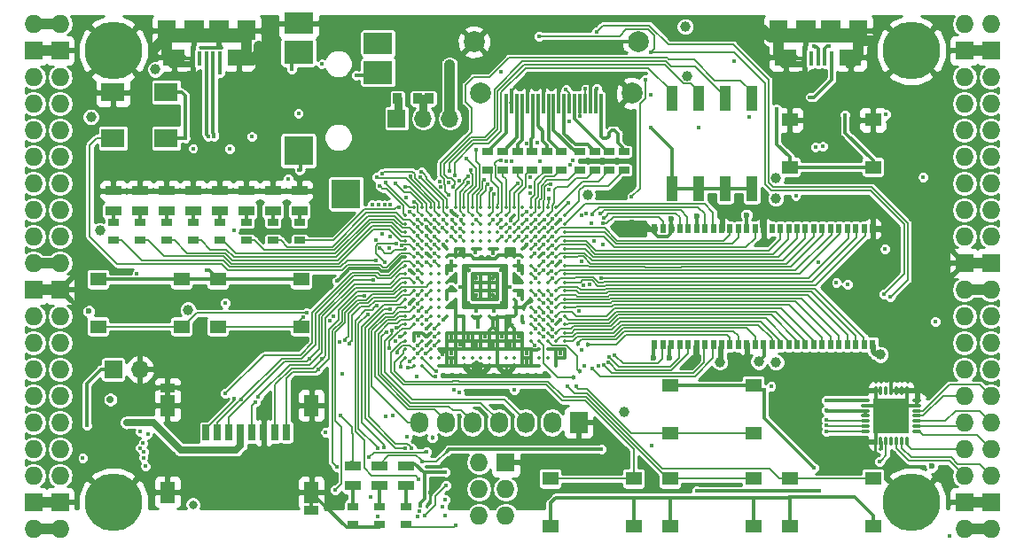
<source format=gtl>
G04 #@! TF.GenerationSoftware,KiCad,Pcbnew,5.0.0-rc2-dev-unknown+dfsg1+20180318-2*
G04 #@! TF.CreationDate,2018-05-15T09:23:06+02:00*
G04 #@! TF.ProjectId,ulx3s,756C7833732E6B696361645F70636200,rev?*
G04 #@! TF.SameCoordinates,Original*
G04 #@! TF.FileFunction,Copper,L1,Top,Signal*
G04 #@! TF.FilePolarity,Positive*
%FSLAX46Y46*%
G04 Gerber Fmt 4.6, Leading zero omitted, Abs format (unit mm)*
G04 Created by KiCad (PCBNEW 5.0.0-rc2-dev-unknown+dfsg1+20180318-2) date Tue May 15 09:23:06 2018*
%MOMM*%
%LPD*%
G01*
G04 APERTURE LIST*
%ADD10O,1.727200X1.727200*%
%ADD11R,1.727200X1.727200*%
%ADD12C,5.500000*%
%ADD13R,2.100000X1.600000*%
%ADD14R,1.900000X1.900000*%
%ADD15R,0.400000X1.350000*%
%ADD16R,1.800000X1.900000*%
%ADD17O,0.850000X0.300000*%
%ADD18O,0.300000X0.850000*%
%ADD19R,1.675000X1.675000*%
%ADD20R,1.727200X2.032000*%
%ADD21O,1.727200X2.032000*%
%ADD22R,1.550000X1.300000*%
%ADD23R,1.120000X2.440000*%
%ADD24C,0.350000*%
%ADD25R,2.800000X2.000000*%
%ADD26R,2.800000X2.200000*%
%ADD27R,2.800000X2.800000*%
%ADD28R,0.700000X1.500000*%
%ADD29R,1.450000X0.900000*%
%ADD30R,1.450000X2.000000*%
%ADD31R,2.200000X1.800000*%
%ADD32R,0.560000X0.900000*%
%ADD33R,1.000000X0.670000*%
%ADD34R,1.500000X0.970000*%
%ADD35R,0.300000X1.900000*%
%ADD36C,2.000000*%
%ADD37R,0.845000X1.000000*%
%ADD38R,1.700000X1.700000*%
%ADD39O,1.700000X1.700000*%
%ADD40C,0.400000*%
%ADD41C,0.454000*%
%ADD42C,0.600000*%
%ADD43C,1.000000*%
%ADD44C,0.800000*%
%ADD45C,0.700000*%
%ADD46C,0.300000*%
%ADD47C,0.500000*%
%ADD48C,1.000000*%
%ADD49C,0.600000*%
%ADD50C,0.190000*%
%ADD51C,0.800000*%
%ADD52C,0.200000*%
%ADD53C,0.700000*%
%ADD54C,0.127000*%
%ADD55C,0.180000*%
%ADD56C,0.254000*%
G04 APERTURE END LIST*
D10*
X97910000Y-62690000D03*
X95370000Y-62690000D03*
D11*
X97910000Y-65230000D03*
X95370000Y-65230000D03*
D10*
X97910000Y-67770000D03*
X95370000Y-67770000D03*
X97910000Y-70310000D03*
X95370000Y-70310000D03*
X97910000Y-72850000D03*
X95370000Y-72850000D03*
X97910000Y-75390000D03*
X95370000Y-75390000D03*
X97910000Y-77930000D03*
X95370000Y-77930000D03*
X97910000Y-80470000D03*
X95370000Y-80470000D03*
X97910000Y-83010000D03*
X95370000Y-83010000D03*
X97910000Y-85550000D03*
X95370000Y-85550000D03*
D11*
X97910000Y-88090000D03*
X95370000Y-88090000D03*
D10*
X97910000Y-90630000D03*
X95370000Y-90630000D03*
X97910000Y-93170000D03*
X95370000Y-93170000D03*
X97910000Y-95710000D03*
X95370000Y-95710000D03*
X97910000Y-98250000D03*
X95370000Y-98250000D03*
X97910000Y-100790000D03*
X95370000Y-100790000D03*
X97910000Y-103330000D03*
X95370000Y-103330000D03*
X97910000Y-105870000D03*
X95370000Y-105870000D03*
D11*
X97910000Y-108410000D03*
X95370000Y-108410000D03*
D10*
X97910000Y-110950000D03*
X95370000Y-110950000D03*
X184270000Y-110950000D03*
X186810000Y-110950000D03*
D11*
X184270000Y-108410000D03*
X186810000Y-108410000D03*
D10*
X184270000Y-105870000D03*
X186810000Y-105870000D03*
X184270000Y-103330000D03*
X186810000Y-103330000D03*
X184270000Y-100790000D03*
X186810000Y-100790000D03*
X184270000Y-98250000D03*
X186810000Y-98250000D03*
X184270000Y-95710000D03*
X186810000Y-95710000D03*
X184270000Y-93170000D03*
X186810000Y-93170000D03*
X184270000Y-90630000D03*
X186810000Y-90630000D03*
X184270000Y-88090000D03*
X186810000Y-88090000D03*
D11*
X184270000Y-85550000D03*
X186810000Y-85550000D03*
D10*
X184270000Y-83010000D03*
X186810000Y-83010000D03*
X184270000Y-80470000D03*
X186810000Y-80470000D03*
X184270000Y-77930000D03*
X186810000Y-77930000D03*
X184270000Y-75390000D03*
X186810000Y-75390000D03*
X184270000Y-72850000D03*
X186810000Y-72850000D03*
X184270000Y-70310000D03*
X186810000Y-70310000D03*
X184270000Y-67770000D03*
X186810000Y-67770000D03*
D11*
X184270000Y-65230000D03*
X186810000Y-65230000D03*
D10*
X184270000Y-62690000D03*
X186810000Y-62690000D03*
D12*
X102990000Y-108410000D03*
X179190000Y-108410000D03*
X179190000Y-65230000D03*
X102990000Y-65230000D03*
D13*
X114980000Y-65875000D03*
X108780000Y-65875000D03*
D14*
X113080000Y-63325000D03*
X110680000Y-63325000D03*
D15*
X113180000Y-66000000D03*
X112530000Y-66000000D03*
X111880000Y-66000000D03*
X111230000Y-66000000D03*
X110580000Y-66000000D03*
D16*
X115680000Y-63325000D03*
X108080000Y-63325000D03*
D13*
X173400000Y-65875000D03*
X167200000Y-65875000D03*
D14*
X171500000Y-63325000D03*
X169100000Y-63325000D03*
D15*
X171600000Y-66000000D03*
X170950000Y-66000000D03*
X170300000Y-66000000D03*
X169650000Y-66000000D03*
X169000000Y-66000000D03*
D16*
X174100000Y-63325000D03*
X166500000Y-63325000D03*
D11*
X140455000Y-104600000D03*
D10*
X137915000Y-104600000D03*
X140455000Y-107140000D03*
X137915000Y-107140000D03*
X140455000Y-109680000D03*
X137915000Y-109680000D03*
D17*
X179735000Y-101655000D03*
X179735000Y-101155000D03*
X179735000Y-100655000D03*
X179735000Y-100155000D03*
X179735000Y-99655000D03*
X179735000Y-99155000D03*
X179735000Y-98655000D03*
D18*
X178785000Y-97705000D03*
X178285000Y-97705000D03*
X177785000Y-97705000D03*
X177285000Y-97705000D03*
X176785000Y-97705000D03*
X176285000Y-97705000D03*
X175785000Y-97705000D03*
D17*
X174835000Y-98655000D03*
X174835000Y-99155000D03*
X174835000Y-99655000D03*
X174835000Y-100155000D03*
X174835000Y-100655000D03*
X174835000Y-101155000D03*
X174835000Y-101655000D03*
D18*
X175785000Y-102605000D03*
X176285000Y-102605000D03*
X176785000Y-102605000D03*
X177285000Y-102605000D03*
X177785000Y-102605000D03*
X178285000Y-102605000D03*
X178785000Y-102605000D03*
D19*
X176447500Y-99317500D03*
X176447500Y-100992500D03*
X178122500Y-99317500D03*
X178122500Y-100992500D03*
D20*
X147440000Y-100790000D03*
D21*
X144900000Y-100790000D03*
X142360000Y-100790000D03*
X139820000Y-100790000D03*
X137280000Y-100790000D03*
X134740000Y-100790000D03*
X132200000Y-100790000D03*
D22*
X175550000Y-71870000D03*
X175550000Y-76370000D03*
X167590000Y-76370000D03*
X167590000Y-71870000D03*
X101550000Y-91610000D03*
X101550000Y-87110000D03*
X109510000Y-87110000D03*
X109510000Y-91610000D03*
X112980000Y-91610000D03*
X112980000Y-87110000D03*
X120940000Y-87110000D03*
X120940000Y-91610000D03*
X156160000Y-101770000D03*
X156160000Y-97270000D03*
X164120000Y-97270000D03*
X164120000Y-101770000D03*
X164120000Y-106160000D03*
X164120000Y-110660000D03*
X156160000Y-110660000D03*
X156160000Y-106160000D03*
X152690000Y-106160000D03*
X152690000Y-110660000D03*
X144730000Y-110660000D03*
X144730000Y-106160000D03*
X175550000Y-106160000D03*
X175550000Y-110660000D03*
X167590000Y-110660000D03*
X167590000Y-106160000D03*
D23*
X156330000Y-78425000D03*
X163950000Y-69815000D03*
X158870000Y-78425000D03*
X161410000Y-69815000D03*
X161410000Y-78425000D03*
X158870000Y-69815000D03*
X163950000Y-78425000D03*
X156330000Y-69815000D03*
D24*
X131680000Y-80200000D03*
X132480000Y-80200000D03*
X133280000Y-80200000D03*
X134080000Y-80200000D03*
X134880000Y-80200000D03*
X135680000Y-80200000D03*
X136480000Y-80200000D03*
X137280000Y-80200000D03*
X138080000Y-80200000D03*
X138880000Y-80200000D03*
X139680000Y-80200000D03*
X140480000Y-80200000D03*
X141280000Y-80200000D03*
X142080000Y-80200000D03*
X142880000Y-80200000D03*
X143680000Y-80200000D03*
X144480000Y-80200000D03*
X145280000Y-80200000D03*
X130880000Y-81000000D03*
X131680000Y-81000000D03*
X132480000Y-81000000D03*
X133280000Y-81000000D03*
X134080000Y-81000000D03*
X134880000Y-81000000D03*
X135680000Y-81000000D03*
X136480000Y-81000000D03*
X137280000Y-81000000D03*
X138080000Y-81000000D03*
X138880000Y-81000000D03*
X139680000Y-81000000D03*
X140480000Y-81000000D03*
X141280000Y-81000000D03*
X142080000Y-81000000D03*
X142880000Y-81000000D03*
X143680000Y-81000000D03*
X144480000Y-81000000D03*
X145280000Y-81000000D03*
X146080000Y-81000000D03*
X130880000Y-81800000D03*
X131680000Y-81800000D03*
X132480000Y-81800000D03*
X133280000Y-81800000D03*
X134080000Y-81800000D03*
X134880000Y-81800000D03*
X135680000Y-81800000D03*
X136480000Y-81800000D03*
X137280000Y-81800000D03*
X138080000Y-81800000D03*
X138880000Y-81800000D03*
X139680000Y-81800000D03*
X140480000Y-81800000D03*
X141280000Y-81800000D03*
X142080000Y-81800000D03*
X142880000Y-81800000D03*
X143680000Y-81800000D03*
X144480000Y-81800000D03*
X145280000Y-81800000D03*
X146080000Y-81800000D03*
X130880000Y-82600000D03*
X131680000Y-82600000D03*
X132480000Y-82600000D03*
X133280000Y-82600000D03*
X134080000Y-82600000D03*
X134880000Y-82600000D03*
X135680000Y-82600000D03*
X136480000Y-82600000D03*
X137280000Y-82600000D03*
X138080000Y-82600000D03*
X138880000Y-82600000D03*
X139680000Y-82600000D03*
X140480000Y-82600000D03*
X141280000Y-82600000D03*
X142080000Y-82600000D03*
X142880000Y-82600000D03*
X143680000Y-82600000D03*
X144480000Y-82600000D03*
X145280000Y-82600000D03*
X146080000Y-82600000D03*
X130880000Y-83400000D03*
X131680000Y-83400000D03*
X132480000Y-83400000D03*
X133280000Y-83400000D03*
X134080000Y-83400000D03*
X134880000Y-83400000D03*
X135680000Y-83400000D03*
X136480000Y-83400000D03*
X137280000Y-83400000D03*
X138080000Y-83400000D03*
X138880000Y-83400000D03*
X139680000Y-83400000D03*
X140480000Y-83400000D03*
X141280000Y-83400000D03*
X142080000Y-83400000D03*
X142880000Y-83400000D03*
X143680000Y-83400000D03*
X144480000Y-83400000D03*
X145280000Y-83400000D03*
X146080000Y-83400000D03*
X130880000Y-84200000D03*
X131680000Y-84200000D03*
X132480000Y-84200000D03*
X133280000Y-84200000D03*
X134080000Y-84200000D03*
X134880000Y-84200000D03*
X135680000Y-84200000D03*
X136480000Y-84200000D03*
X137280000Y-84200000D03*
X138080000Y-84200000D03*
X138880000Y-84200000D03*
X139680000Y-84200000D03*
X140480000Y-84200000D03*
X141280000Y-84200000D03*
X142080000Y-84200000D03*
X142880000Y-84200000D03*
X143680000Y-84200000D03*
X144480000Y-84200000D03*
X145280000Y-84200000D03*
X146080000Y-84200000D03*
X130880000Y-85000000D03*
X131680000Y-85000000D03*
X132480000Y-85000000D03*
X133280000Y-85000000D03*
X134080000Y-85000000D03*
X134880000Y-85000000D03*
X135680000Y-85000000D03*
X136480000Y-85000000D03*
X137280000Y-85000000D03*
X138080000Y-85000000D03*
X138880000Y-85000000D03*
X139680000Y-85000000D03*
X140480000Y-85000000D03*
X141280000Y-85000000D03*
X142080000Y-85000000D03*
X142880000Y-85000000D03*
X143680000Y-85000000D03*
X144480000Y-85000000D03*
X145280000Y-85000000D03*
X146080000Y-85000000D03*
X130880000Y-85800000D03*
X131680000Y-85800000D03*
X132480000Y-85800000D03*
X133280000Y-85800000D03*
X134080000Y-85800000D03*
X134880000Y-85800000D03*
X135680000Y-85800000D03*
X136480000Y-85800000D03*
X137280000Y-85800000D03*
X138080000Y-85800000D03*
X138880000Y-85800000D03*
X139680000Y-85800000D03*
X140480000Y-85800000D03*
X141280000Y-85800000D03*
X142080000Y-85800000D03*
X142880000Y-85800000D03*
X143680000Y-85800000D03*
X144480000Y-85800000D03*
X145280000Y-85800000D03*
X146080000Y-85800000D03*
X130880000Y-86600000D03*
X131680000Y-86600000D03*
X132480000Y-86600000D03*
X133280000Y-86600000D03*
X134080000Y-86600000D03*
X134880000Y-86600000D03*
X135680000Y-86600000D03*
X136480000Y-86600000D03*
X137280000Y-86600000D03*
X138080000Y-86600000D03*
X138880000Y-86600000D03*
X139680000Y-86600000D03*
X140480000Y-86600000D03*
X141280000Y-86600000D03*
X142080000Y-86600000D03*
X142880000Y-86600000D03*
X143680000Y-86600000D03*
X144480000Y-86600000D03*
X145280000Y-86600000D03*
X146080000Y-86600000D03*
X130880000Y-87400000D03*
X131680000Y-87400000D03*
X132480000Y-87400000D03*
X133280000Y-87400000D03*
X134080000Y-87400000D03*
X134880000Y-87400000D03*
X135680000Y-87400000D03*
X136480000Y-87400000D03*
X137280000Y-87400000D03*
X138080000Y-87400000D03*
X138880000Y-87400000D03*
X139680000Y-87400000D03*
X140480000Y-87400000D03*
X141280000Y-87400000D03*
X142080000Y-87400000D03*
X142880000Y-87400000D03*
X143680000Y-87400000D03*
X144480000Y-87400000D03*
X145280000Y-87400000D03*
X146080000Y-87400000D03*
X130880000Y-88200000D03*
X131680000Y-88200000D03*
X132480000Y-88200000D03*
X133280000Y-88200000D03*
X134080000Y-88200000D03*
X134880000Y-88200000D03*
X135680000Y-88200000D03*
X136480000Y-88200000D03*
X137280000Y-88200000D03*
X138080000Y-88200000D03*
X138880000Y-88200000D03*
X139680000Y-88200000D03*
X140480000Y-88200000D03*
X141280000Y-88200000D03*
X142080000Y-88200000D03*
X142880000Y-88200000D03*
X143680000Y-88200000D03*
X144480000Y-88200000D03*
X145280000Y-88200000D03*
X146080000Y-88200000D03*
X130880000Y-89000000D03*
X131680000Y-89000000D03*
X132480000Y-89000000D03*
X133280000Y-89000000D03*
X134080000Y-89000000D03*
X134880000Y-89000000D03*
X135680000Y-89000000D03*
X136480000Y-89000000D03*
X137280000Y-89000000D03*
X138080000Y-89000000D03*
X138880000Y-89000000D03*
X139680000Y-89000000D03*
X140480000Y-89000000D03*
X141280000Y-89000000D03*
X142080000Y-89000000D03*
X142880000Y-89000000D03*
X143680000Y-89000000D03*
X144480000Y-89000000D03*
X145280000Y-89000000D03*
X146080000Y-89000000D03*
X130880000Y-89800000D03*
X131680000Y-89800000D03*
X132480000Y-89800000D03*
X133280000Y-89800000D03*
X134080000Y-89800000D03*
X134880000Y-89800000D03*
X135680000Y-89800000D03*
X136480000Y-89800000D03*
X137280000Y-89800000D03*
X138080000Y-89800000D03*
X138880000Y-89800000D03*
X139680000Y-89800000D03*
X140480000Y-89800000D03*
X141280000Y-89800000D03*
X142080000Y-89800000D03*
X142880000Y-89800000D03*
X143680000Y-89800000D03*
X144480000Y-89800000D03*
X145280000Y-89800000D03*
X146080000Y-89800000D03*
X130880000Y-90600000D03*
X131680000Y-90600000D03*
X132480000Y-90600000D03*
X133280000Y-90600000D03*
X134080000Y-90600000D03*
X134880000Y-90600000D03*
X135680000Y-90600000D03*
X136480000Y-90600000D03*
X137280000Y-90600000D03*
X138080000Y-90600000D03*
X138880000Y-90600000D03*
X139680000Y-90600000D03*
X140480000Y-90600000D03*
X141280000Y-90600000D03*
X142080000Y-90600000D03*
X142880000Y-90600000D03*
X143680000Y-90600000D03*
X144480000Y-90600000D03*
X145280000Y-90600000D03*
X146080000Y-90600000D03*
X130880000Y-91400000D03*
X131680000Y-91400000D03*
X132480000Y-91400000D03*
X133280000Y-91400000D03*
X134080000Y-91400000D03*
X142880000Y-91400000D03*
X143680000Y-91400000D03*
X144480000Y-91400000D03*
X145280000Y-91400000D03*
X146080000Y-91400000D03*
X130880000Y-92200000D03*
X131680000Y-92200000D03*
X132480000Y-92200000D03*
X133280000Y-92200000D03*
X134080000Y-92200000D03*
X134880000Y-92200000D03*
X135680000Y-92200000D03*
X136480000Y-92200000D03*
X137280000Y-92200000D03*
X138080000Y-92200000D03*
X138880000Y-92200000D03*
X139680000Y-92200000D03*
X140480000Y-92200000D03*
X141280000Y-92200000D03*
X142080000Y-92200000D03*
X142880000Y-92200000D03*
X143680000Y-92200000D03*
X144480000Y-92200000D03*
X145280000Y-92200000D03*
X146080000Y-92200000D03*
X130880000Y-93000000D03*
X131680000Y-93000000D03*
X132480000Y-93000000D03*
X133280000Y-93000000D03*
X134080000Y-93000000D03*
X134880000Y-93000000D03*
X135680000Y-93000000D03*
X136480000Y-93000000D03*
X137280000Y-93000000D03*
X138080000Y-93000000D03*
X138880000Y-93000000D03*
X139680000Y-93000000D03*
X140480000Y-93000000D03*
X141280000Y-93000000D03*
X142080000Y-93000000D03*
X142880000Y-93000000D03*
X143680000Y-93000000D03*
X144480000Y-93000000D03*
X145280000Y-93000000D03*
X146080000Y-93000000D03*
X130880000Y-93800000D03*
X131680000Y-93800000D03*
X132480000Y-93800000D03*
X133280000Y-93800000D03*
X134080000Y-93800000D03*
X134880000Y-93800000D03*
X135680000Y-93800000D03*
X136480000Y-93800000D03*
X137280000Y-93800000D03*
X138080000Y-93800000D03*
X138880000Y-93800000D03*
X139680000Y-93800000D03*
X140480000Y-93800000D03*
X141280000Y-93800000D03*
X142080000Y-93800000D03*
X142880000Y-93800000D03*
X143680000Y-93800000D03*
X144480000Y-93800000D03*
X145280000Y-93800000D03*
X146080000Y-93800000D03*
X130880000Y-94600000D03*
X131680000Y-94600000D03*
X132480000Y-94600000D03*
X133280000Y-94600000D03*
X134080000Y-94600000D03*
X134880000Y-94600000D03*
X135680000Y-94600000D03*
X136480000Y-94600000D03*
X137280000Y-94600000D03*
X138080000Y-94600000D03*
X138880000Y-94600000D03*
X139680000Y-94600000D03*
X140480000Y-94600000D03*
X141280000Y-94600000D03*
X142080000Y-94600000D03*
X142880000Y-94600000D03*
X143680000Y-94600000D03*
X144480000Y-94600000D03*
X145280000Y-94600000D03*
X146080000Y-94600000D03*
X131680000Y-95400000D03*
X132480000Y-95400000D03*
X134080000Y-95400000D03*
X134880000Y-95400000D03*
X135680000Y-95400000D03*
X136480000Y-95400000D03*
X138880000Y-95400000D03*
X139680000Y-95400000D03*
X141280000Y-95400000D03*
X142080000Y-95400000D03*
X142880000Y-95400000D03*
X143680000Y-95400000D03*
X145280000Y-95400000D03*
D25*
X120668000Y-62618000D03*
D26*
X120668000Y-65418000D03*
D27*
X120668000Y-74818000D03*
X125218000Y-78918000D03*
D26*
X128268000Y-67318000D03*
D25*
X128268000Y-64518000D03*
D28*
X111850000Y-101750000D03*
X112950000Y-101750000D03*
X114050000Y-101750000D03*
X115150000Y-101750000D03*
X116250000Y-101750000D03*
X117350000Y-101750000D03*
X118450000Y-101750000D03*
X119550000Y-101750000D03*
D29*
X108175000Y-97450000D03*
X121925000Y-109150000D03*
D30*
X121925000Y-99150000D03*
X108175000Y-99150000D03*
X108175000Y-107450000D03*
X121925000Y-107450000D03*
D31*
X108040000Y-69220000D03*
X102960000Y-69220000D03*
X102960000Y-73620000D03*
X108040000Y-73620000D03*
D32*
X175493000Y-82270000D03*
X154693000Y-93330000D03*
X155493000Y-93330000D03*
X156293000Y-93330000D03*
X157093000Y-93330000D03*
X157893000Y-93330000D03*
X158693000Y-93330000D03*
X159493000Y-93330000D03*
X160293000Y-93330000D03*
X161093000Y-93330000D03*
X161893000Y-93330000D03*
X162693000Y-93330000D03*
X163493000Y-93330000D03*
X164293000Y-93330000D03*
X165093000Y-93330000D03*
X165893000Y-93330000D03*
X166693000Y-93330000D03*
X167493000Y-93330000D03*
X168293000Y-93330000D03*
X169093000Y-93330000D03*
X169893000Y-93330000D03*
X170693000Y-93330000D03*
X171493000Y-93330000D03*
X172293000Y-93330000D03*
X173093000Y-93330000D03*
X173893000Y-93330000D03*
X174693000Y-93330000D03*
X175493000Y-93330000D03*
X174693000Y-82270000D03*
X173893000Y-82270000D03*
X173093000Y-82270000D03*
X172293000Y-82270000D03*
X171493000Y-82270000D03*
X170693000Y-82270000D03*
X169893000Y-82270000D03*
X169093000Y-82270000D03*
X168293000Y-82270000D03*
X167493000Y-82270000D03*
X166693000Y-82270000D03*
X165893000Y-82270000D03*
X165093000Y-82270000D03*
X164293000Y-82270000D03*
X163493000Y-82270000D03*
X162693000Y-82270000D03*
X161893000Y-82270000D03*
X161093000Y-82270000D03*
X160293000Y-82270000D03*
X159493000Y-82270000D03*
X158693000Y-82270000D03*
X157893000Y-82270000D03*
X157093000Y-82270000D03*
X156293000Y-82270000D03*
X155493000Y-82270000D03*
X154693000Y-82270000D03*
D33*
X150361000Y-76646000D03*
X150361000Y-74896000D03*
X151758000Y-74896000D03*
X151758000Y-76646000D03*
X140201000Y-74896000D03*
X140201000Y-76646000D03*
X142995000Y-76646000D03*
X142995000Y-74896000D03*
X145789000Y-76646000D03*
X145789000Y-74896000D03*
X148964000Y-74896000D03*
X148964000Y-76646000D03*
X138742800Y-76638600D03*
X138742800Y-74888600D03*
X141598000Y-74896000D03*
X141598000Y-76646000D03*
X144392000Y-74896000D03*
X144392000Y-76646000D03*
X147567000Y-76634000D03*
X147567000Y-74884000D03*
D34*
X130930000Y-106825000D03*
X130930000Y-104915000D03*
X120770000Y-78644000D03*
X120770000Y-80554000D03*
X118230000Y-80554000D03*
X118230000Y-78644000D03*
X115690000Y-78644000D03*
X115690000Y-80554000D03*
X113150000Y-78644000D03*
X113150000Y-80554000D03*
X110610000Y-80554000D03*
X110610000Y-78644000D03*
X108070000Y-80554000D03*
X108070000Y-78644000D03*
X105545000Y-78644000D03*
X105545000Y-80554000D03*
X102990000Y-80554000D03*
X102990000Y-78644000D03*
X128390000Y-106825000D03*
X128390000Y-104915000D03*
X125850000Y-104915000D03*
X125850000Y-106825000D03*
D35*
X149546000Y-70312000D03*
X149046000Y-70312000D03*
X148546000Y-70312000D03*
X148046000Y-70312000D03*
X147546000Y-70312000D03*
X147046000Y-70312000D03*
X146546000Y-70312000D03*
X146046000Y-70312000D03*
X145546000Y-70312000D03*
X145046000Y-70312000D03*
X144546000Y-70312000D03*
X144046000Y-70312000D03*
X143546000Y-70312000D03*
X143046000Y-70312000D03*
X142546000Y-70312000D03*
X142046000Y-70312000D03*
X141546000Y-70312000D03*
X141046000Y-70312000D03*
X140546000Y-70312000D03*
D36*
X152546000Y-69312000D03*
X138046000Y-69312000D03*
X153146000Y-64412000D03*
X137446000Y-64412000D03*
D33*
X120770000Y-83377000D03*
X120770000Y-81627000D03*
X118230000Y-81627000D03*
X118230000Y-83377000D03*
X115690000Y-83377000D03*
X115690000Y-81627000D03*
X113150000Y-81627000D03*
X113150000Y-83377000D03*
X110610000Y-81627000D03*
X110610000Y-83377000D03*
X108070000Y-83377000D03*
X108070000Y-81627000D03*
X105530000Y-81627000D03*
X105530000Y-83377000D03*
X102990000Y-83377000D03*
X102990000Y-81627000D03*
X128390000Y-110555000D03*
X128390000Y-108805000D03*
X130930000Y-110555000D03*
X130930000Y-108805000D03*
X125850000Y-108805000D03*
X125850000Y-110555000D03*
D37*
X130123501Y-69814500D03*
X132048501Y-69814500D03*
X135082500Y-69814500D03*
X133157500Y-69814500D03*
D38*
X102990000Y-95710000D03*
D39*
X105530000Y-95710000D03*
D38*
X130056000Y-71725000D03*
D39*
X132596000Y-71725000D03*
X135136000Y-71725000D03*
D40*
X124632693Y-93120351D03*
X152408000Y-72169500D03*
X141041500Y-69058000D03*
X138480000Y-92600000D03*
X140080000Y-92600000D03*
X135280000Y-87000000D03*
X145687392Y-90996646D03*
D41*
X141675979Y-86986521D03*
D40*
X140876932Y-84552536D03*
X132882184Y-84635369D03*
X132879996Y-82103336D03*
X140922639Y-81447441D03*
X177287984Y-96778661D03*
D42*
X152510125Y-81695229D03*
D40*
X131264297Y-86227110D03*
X173856000Y-71538990D03*
D43*
X164947008Y-63194069D03*
X175494572Y-64322557D03*
D40*
X135342764Y-89381630D03*
X144103496Y-84660400D03*
D43*
X177658444Y-82281349D03*
D40*
X145680000Y-81405125D03*
X145691238Y-94166752D03*
D43*
X162956098Y-95078488D03*
X158539988Y-94868772D03*
D42*
X161075765Y-80992022D03*
X164882869Y-80938986D03*
X156262773Y-81349374D03*
D40*
X149169500Y-68867500D03*
D42*
X123437000Y-108972000D03*
D40*
X135281276Y-80583119D03*
X131279502Y-89407325D03*
X170309539Y-85441529D03*
X145672808Y-85396062D03*
X133216000Y-107465000D03*
X137680000Y-88600000D03*
X142480000Y-95000000D03*
X141680000Y-92600000D03*
X135284627Y-94985297D03*
X135288625Y-94225619D03*
X134455822Y-94267172D03*
X136095958Y-93369652D03*
D41*
X139264636Y-91615205D03*
D43*
X116880503Y-64802940D03*
X106974809Y-64953974D03*
D40*
X140874194Y-91433353D03*
X142480000Y-94200000D03*
X140880000Y-93400000D03*
X139280000Y-93400000D03*
X137680000Y-93400000D03*
X136880000Y-92600000D03*
X135280000Y-92600000D03*
X132880000Y-91800000D03*
X132880000Y-93400000D03*
D41*
X139280000Y-87000000D03*
X137680000Y-87000000D03*
X136080000Y-84600000D03*
X139280000Y-88600000D03*
D43*
X166275426Y-77459534D03*
X107021491Y-67043629D03*
D40*
X172047074Y-87438453D03*
D43*
X166255545Y-79350736D03*
X157807568Y-67669269D03*
X101707889Y-82423180D03*
X166284693Y-95025145D03*
X157600000Y-62944000D03*
D42*
X156091000Y-94585000D03*
D40*
X140032430Y-67286930D03*
X137803000Y-91664000D03*
D42*
X181155918Y-104980708D03*
D40*
X171089123Y-98665996D03*
X171089123Y-99619659D03*
D43*
X135105588Y-66616618D03*
D40*
X181491000Y-91156000D03*
X135279386Y-87846456D03*
X119692151Y-77494120D03*
X113660608Y-89375718D03*
D43*
X148268387Y-79050018D03*
D40*
X158870000Y-72596000D03*
X114513935Y-82409431D03*
X109840000Y-73620000D03*
X132110753Y-92527478D03*
X165803369Y-97344883D03*
D43*
X160905403Y-95006436D03*
D42*
X158731133Y-81048929D03*
X154593901Y-94607945D03*
D43*
X164625730Y-94982471D03*
D42*
X163462982Y-80942429D03*
D43*
X176254940Y-94288458D03*
D44*
X110593913Y-108636458D03*
D40*
X180340784Y-77316932D03*
X173137949Y-87594275D03*
D45*
X102710050Y-98594954D03*
D40*
X129005202Y-100174798D03*
X176305593Y-103279812D03*
X100080000Y-104200000D03*
X139272517Y-84611349D03*
X141680000Y-86200000D03*
X132880000Y-92600000D03*
X141680000Y-88600000D03*
X141680000Y-85400000D03*
X130019546Y-91732979D03*
X121431221Y-90311593D03*
X130384540Y-92584728D03*
X121088335Y-90753785D03*
X146394787Y-97333919D03*
X143300000Y-86220000D03*
X144891603Y-91881937D03*
X147175985Y-97333919D03*
X147700000Y-93820000D03*
X142107219Y-91201016D03*
D43*
X110128890Y-90028152D03*
D40*
X142480000Y-83800000D03*
X134480000Y-83800000D03*
X134480000Y-91000000D03*
X154313000Y-69502500D03*
X120664983Y-71227362D03*
X122926177Y-66532317D03*
X105245010Y-86595559D03*
X169517039Y-69686488D03*
X170411010Y-107286196D03*
X158716651Y-107325176D03*
X136050273Y-97914229D03*
X128216338Y-109760338D03*
X132708000Y-109680000D03*
X134750646Y-106810513D03*
X133680000Y-91800000D03*
X135517000Y-97633000D03*
X134675868Y-108131585D03*
D41*
X133449289Y-102232615D03*
D40*
X133680000Y-92600000D03*
X132928488Y-103601340D03*
X127419091Y-104077728D03*
X133685482Y-93402296D03*
X134463998Y-108841973D03*
X131986331Y-96404793D03*
X131039072Y-102187000D03*
X134636872Y-109719950D03*
X132846234Y-94197073D03*
X176700000Y-84220000D03*
X143260000Y-84620000D03*
X120739932Y-76694083D03*
X126204504Y-67585368D03*
X148090000Y-68867500D03*
X147582000Y-71534498D03*
X127810351Y-87182069D03*
X121687479Y-94718249D03*
X132083026Y-86260405D03*
X116569594Y-98828850D03*
X113700000Y-98020000D03*
X122932649Y-94724357D03*
X124849021Y-96102869D03*
X122527919Y-95725900D03*
X113157250Y-67343629D03*
X116198000Y-73474420D03*
X127586603Y-107875044D03*
X146233418Y-68946082D03*
X131453853Y-103208291D03*
X149787294Y-81774991D03*
X144080000Y-86200000D03*
X149553145Y-86989440D03*
X144894316Y-86977564D03*
X144896700Y-83863953D03*
X149527221Y-80838006D03*
D41*
X147343891Y-93217126D03*
D40*
X144113248Y-92588762D03*
X149853189Y-81252115D03*
X144875155Y-86292748D03*
X144916886Y-83019942D03*
X148696112Y-80861847D03*
D41*
X148349010Y-93322307D03*
D40*
X144882352Y-92577990D03*
X144902941Y-91037926D03*
X148747982Y-95669626D03*
X144867244Y-90193915D03*
X149795895Y-95251084D03*
X144856756Y-89349904D03*
X150278898Y-95040253D03*
X150345974Y-94517527D03*
X144877648Y-88622010D03*
X150889207Y-94332565D03*
X143280000Y-87000000D03*
X129972715Y-93035096D03*
X131084713Y-95564177D03*
X130422000Y-95456000D03*
X131316164Y-94959140D03*
X130123373Y-94122671D03*
X132031990Y-93400000D03*
X129362027Y-93645784D03*
X141280657Y-97642010D03*
X133852393Y-95875797D03*
X133762848Y-96395146D03*
X132080000Y-94200000D03*
X128452683Y-84116867D03*
X105890482Y-103613569D03*
X129449238Y-89937935D03*
X130839477Y-103208987D03*
X132075624Y-89410644D03*
X128806823Y-103185900D03*
X128136791Y-89611518D03*
X132162861Y-106185868D03*
X132880000Y-88600000D03*
X126970181Y-88659309D03*
X124322162Y-105002357D03*
X132080000Y-87000000D03*
X125525099Y-93236764D03*
X124202418Y-107207639D03*
X110599084Y-74589383D03*
X132024412Y-109766775D03*
X114104080Y-74612196D03*
X132219727Y-109277292D03*
X115190634Y-98572389D03*
X131677570Y-79697994D03*
X132088008Y-81408008D03*
X132079995Y-82103334D03*
X132872609Y-82947347D03*
X133664491Y-81414685D03*
X133648389Y-82190597D03*
X131353451Y-77264702D03*
X129920953Y-77910818D03*
X129568570Y-92005655D03*
X132880000Y-91000000D03*
X129055731Y-92162718D03*
X132077338Y-91002010D03*
X131265176Y-80621782D03*
X130272149Y-80238214D03*
X128091794Y-85277024D03*
X132089786Y-85479378D03*
X146565997Y-71979003D03*
X134250176Y-78253806D03*
X163703220Y-71542164D03*
X134433979Y-82180155D03*
X135656559Y-110610712D03*
X149577281Y-103320847D03*
X132468001Y-104503413D03*
D45*
X104260000Y-100790000D03*
D40*
X114560994Y-98539563D03*
X116800000Y-98320000D03*
X111895217Y-86253790D03*
X169934000Y-107920000D03*
X169934000Y-105126000D03*
X165170594Y-97666317D03*
X170026483Y-74485017D03*
X142571021Y-82204353D03*
X143287402Y-83042010D03*
X154425580Y-102987766D03*
X168166438Y-79108038D03*
X112614274Y-73474420D03*
X112074854Y-73474420D03*
X176185734Y-104520755D03*
X143269694Y-93414905D03*
X171089123Y-101653244D03*
X143280000Y-91800000D03*
X171089123Y-101086833D03*
X144064831Y-91877646D03*
X171089123Y-100559822D03*
X144080000Y-90956495D03*
X135315381Y-82193851D03*
X135414395Y-78229653D03*
X135129679Y-76730134D03*
X136124555Y-82260038D03*
X135587699Y-77140701D03*
X136080000Y-83000000D03*
X142785835Y-77341923D03*
X170739071Y-74406366D03*
X142460000Y-83020000D03*
X143280000Y-83800000D03*
X169919000Y-64849000D03*
X171316000Y-64849000D03*
X125110333Y-92897638D03*
X182888000Y-111603000D03*
X124361185Y-87274371D03*
X124361184Y-87274370D03*
X172853718Y-71407275D03*
X166353476Y-70835462D03*
X123273881Y-101715917D03*
X129660000Y-100155000D03*
X128247798Y-103208979D03*
X127301115Y-90454353D03*
X132084049Y-88558274D03*
X120008000Y-67008000D03*
X129437600Y-79946788D03*
X133680000Y-83000000D03*
X128908575Y-79985477D03*
X133680000Y-83800000D03*
X128328791Y-79953099D03*
X130487935Y-83869856D03*
X133623139Y-85366416D03*
X127749884Y-79991140D03*
X128913013Y-85505853D03*
X129992018Y-83691508D03*
X136080000Y-87800000D03*
X137624890Y-90122896D03*
X139322319Y-90164039D03*
X140080000Y-89400000D03*
X136880000Y-89400000D03*
X140896226Y-87816226D03*
D41*
X136938110Y-86196311D03*
D40*
X140014602Y-86192969D03*
D43*
X151758000Y-99774000D03*
D40*
X135021320Y-79024950D03*
X135280000Y-83022010D03*
X154298000Y-72596000D03*
X100450000Y-101044000D03*
X132285867Y-108754446D03*
X134707351Y-105508447D03*
X139280000Y-81400000D03*
X139314656Y-78918689D03*
X139039938Y-78419090D03*
X138722927Y-77981589D03*
X138405916Y-77551542D03*
X137625200Y-74696800D03*
X137680000Y-81400000D03*
X136742593Y-75579407D03*
X137174375Y-76624866D03*
X136863200Y-77287600D03*
X136894606Y-77861070D03*
X136048819Y-77645502D03*
X136233339Y-81437235D03*
X135359567Y-81395445D03*
X135034780Y-77831198D03*
X134508502Y-81406751D03*
X134177298Y-77721089D03*
D41*
X146942280Y-96452058D03*
X147534467Y-95913260D03*
D40*
X147928857Y-95339016D03*
X143322010Y-91000657D03*
X149284391Y-95377990D03*
X144077013Y-90266968D03*
X147430953Y-90112484D03*
X144076240Y-89395301D03*
X143322010Y-90201951D03*
X147910791Y-87683418D03*
X144082832Y-88584510D03*
X148483539Y-87623462D03*
X143322010Y-88595030D03*
X144102010Y-85397219D03*
X144889349Y-85448737D03*
X147687390Y-85374093D03*
X144912409Y-84657964D03*
X149732494Y-83807694D03*
X148921512Y-83442010D03*
X144103186Y-83777990D03*
X144131413Y-83000000D03*
X148610661Y-81705858D03*
X144888125Y-82175931D03*
X144176662Y-82199998D03*
X148175253Y-80781550D03*
X144887777Y-81331919D03*
X147688311Y-80983115D03*
X142450323Y-81420000D03*
X142811300Y-78846033D03*
X142784407Y-78283067D03*
X142460000Y-80620000D03*
X144138346Y-81383767D03*
X144606344Y-78517346D03*
X144791531Y-78023942D03*
X146587441Y-76174058D03*
X143332651Y-82197990D03*
X146909804Y-75707894D03*
X143294334Y-81377293D03*
X143708879Y-75817300D03*
X141727010Y-82998875D03*
X141727010Y-82194937D03*
X140028978Y-82200000D03*
X141624813Y-77914503D03*
X142436989Y-74138000D03*
X140861329Y-83041266D03*
X143518000Y-74074500D03*
X140872990Y-82177164D03*
X132309031Y-77342560D03*
X132428734Y-76829323D03*
X128644933Y-77015661D03*
X128152012Y-77332672D03*
X128446805Y-78179514D03*
X128961752Y-77878818D03*
X130878594Y-78253288D03*
X132820479Y-81400981D03*
X130952639Y-79249008D03*
X129458086Y-83004065D03*
X132079024Y-82947345D03*
X105572759Y-101661319D03*
X132881746Y-83791358D03*
X128691780Y-82737217D03*
X106276126Y-101893466D03*
X105840996Y-102767214D03*
X129302562Y-84153497D03*
X132083682Y-83791356D03*
X128062071Y-83328884D03*
X105553144Y-103208669D03*
X132092886Y-84635367D03*
X105847765Y-104138847D03*
X133671942Y-84595200D03*
X132896883Y-85469380D03*
X106088753Y-104974041D03*
X123709657Y-91064721D03*
X124707442Y-100126977D03*
X132900000Y-90180000D03*
X124015020Y-90635192D03*
X132100000Y-90157990D03*
X139992737Y-75748003D03*
X162271466Y-66284958D03*
X140028978Y-81400000D03*
X140517734Y-75793988D03*
X176797084Y-71341791D03*
X154313000Y-65375000D03*
X153805000Y-67996270D03*
X176605426Y-88507160D03*
X152497066Y-79193467D03*
X146481406Y-79819384D03*
X143650666Y-63862520D03*
X177211069Y-88764025D03*
X141042112Y-75846610D03*
X140060000Y-83020000D03*
X149134122Y-63424051D03*
X144606344Y-79361357D03*
D43*
X100855891Y-71574861D03*
D40*
X135280000Y-85400000D03*
D42*
X100652119Y-90162239D03*
D40*
X137550785Y-84577294D03*
X135280000Y-86200000D03*
D46*
X153146000Y-64412000D02*
X151731787Y-64412000D01*
X151731787Y-64412000D02*
X151721287Y-64422500D01*
X152546000Y-69312000D02*
X151546001Y-68312001D01*
X151546001Y-68312001D02*
X148835999Y-68312001D01*
X148835999Y-68312001D02*
X148598000Y-68550000D01*
X148454999Y-68312001D02*
X148407500Y-68359500D01*
X146058000Y-68359500D02*
X148407500Y-68359500D01*
X148407500Y-68359500D02*
X148598000Y-68550000D01*
X148598000Y-68550000D02*
X148598000Y-69010000D01*
X145546000Y-68871500D02*
X146058000Y-68359500D01*
X145546000Y-69062000D02*
X145546000Y-68871500D01*
X148546000Y-70312000D02*
X148546000Y-69062000D01*
X148546000Y-69062000D02*
X148598000Y-69010000D01*
X144046000Y-70312000D02*
X144046000Y-68951000D01*
X145546000Y-70312000D02*
X145546000Y-69062000D01*
X145546000Y-69062000D02*
X145550000Y-69058000D01*
X142565500Y-69375500D02*
X142565500Y-69058000D01*
X142546000Y-70312000D02*
X142546000Y-69395000D01*
X142546000Y-69395000D02*
X142565500Y-69375500D01*
X141046000Y-70312000D02*
X141046000Y-69062500D01*
X141046000Y-69062500D02*
X141041500Y-69058000D01*
X140978000Y-70244000D02*
X141046000Y-70312000D01*
X138480000Y-92200000D02*
X138880000Y-92200000D01*
X138080000Y-92200000D02*
X138480000Y-92200000D01*
X138480000Y-92200000D02*
X138480000Y-92600000D01*
X140080000Y-92200000D02*
X140480000Y-92200000D01*
X139680000Y-92200000D02*
X140080000Y-92200000D01*
X140080000Y-92200000D02*
X140080000Y-92600000D01*
X139680000Y-95400000D02*
X141280000Y-95400000D01*
X136480000Y-95400000D02*
X138880000Y-95400000D01*
X140480000Y-92200000D02*
X140480000Y-91827547D01*
X140480000Y-91827547D02*
X140874194Y-91433353D01*
X141280000Y-92200000D02*
X141280000Y-91839159D01*
X141280000Y-91839159D02*
X140874194Y-91433353D01*
X139680000Y-92200000D02*
X139680000Y-92030569D01*
X139680000Y-92030569D02*
X139264636Y-91615205D01*
X138880000Y-92200000D02*
X138880000Y-91999841D01*
X138880000Y-91999841D02*
X139264636Y-91615205D01*
X139680000Y-90600000D02*
X139680000Y-92200000D01*
X135680000Y-90600000D02*
X135680000Y-92200000D01*
X135342764Y-89381630D02*
X135342764Y-89462764D01*
X135342764Y-89462764D02*
X135680000Y-89800000D01*
X135342764Y-89381630D02*
X135342764Y-89337236D01*
X135342764Y-89337236D02*
X135680000Y-89000000D01*
X135342764Y-89381630D02*
X135298370Y-89381630D01*
X135298370Y-89381630D02*
X134880000Y-89800000D01*
X135680000Y-89800000D02*
X135280000Y-89800000D01*
X135280000Y-89800000D02*
X134880000Y-89800000D01*
X135280000Y-89727236D02*
X135280000Y-89800000D01*
X135342764Y-89381630D02*
X135342764Y-89664472D01*
X135342764Y-89664472D02*
X135280000Y-89727236D01*
X135280000Y-87000000D02*
X135680000Y-86600000D01*
X135280000Y-87000000D02*
X134880000Y-87400000D01*
X135680000Y-87000000D02*
X135680000Y-87400000D01*
X135680000Y-86600000D02*
X135680000Y-87000000D01*
X135680000Y-87000000D02*
X135280000Y-87000000D01*
X139680000Y-90600000D02*
X139830784Y-90750784D01*
X139830784Y-90750784D02*
X140329216Y-90750784D01*
X140329216Y-90750784D02*
X140480000Y-90600000D01*
X145683354Y-90996646D02*
X145687392Y-90996646D01*
X145280000Y-91400000D02*
X145683354Y-90996646D01*
X141675979Y-86986521D02*
X141675979Y-87004021D01*
X141675979Y-87004021D02*
X141280000Y-87400000D01*
X141675979Y-86986521D02*
X141675979Y-86995979D01*
X141675979Y-86995979D02*
X142080000Y-87400000D01*
X141666521Y-86986521D02*
X141675979Y-86986521D01*
X141280000Y-86600000D02*
X141666521Y-86986521D01*
X140927464Y-84552536D02*
X140876932Y-84552536D01*
X141280000Y-84200000D02*
X140927464Y-84552536D01*
X133280000Y-85000000D02*
X132915369Y-84635369D01*
X132915369Y-84635369D02*
X132882184Y-84635369D01*
X133280000Y-82600000D02*
X132879996Y-82199996D01*
X132879996Y-82199996D02*
X132879996Y-82103336D01*
X141280000Y-81000000D02*
X140922639Y-81357361D01*
X140922639Y-81357361D02*
X140922639Y-81447441D01*
X177285000Y-96781645D02*
X177287984Y-96778661D01*
X177285000Y-97705000D02*
X177285000Y-96781645D01*
D47*
X184230000Y-85550000D02*
X182920003Y-84240003D01*
X182920003Y-84240003D02*
X182920003Y-84225534D01*
D46*
X184270000Y-85550000D02*
X184230000Y-85550000D01*
D47*
X184270000Y-85610000D02*
X182952738Y-86927262D01*
X182952738Y-86927262D02*
X182916738Y-86927262D01*
D46*
X184270000Y-85550000D02*
X184270000Y-85610000D01*
D47*
X97910000Y-88090000D02*
X99203955Y-86796045D01*
X99203955Y-86796045D02*
X99203955Y-86791266D01*
D46*
X155962030Y-83029572D02*
X155023970Y-83029572D01*
X155023970Y-83029572D02*
X153689627Y-81695229D01*
X156205000Y-82786602D02*
X155962030Y-83029572D01*
X153689627Y-81695229D02*
X152934389Y-81695229D01*
X152934389Y-81695229D02*
X152510125Y-81695229D01*
X156205000Y-81920000D02*
X156205000Y-82786602D01*
X135505001Y-87225001D02*
X135680000Y-87400000D01*
X135054999Y-87225001D02*
X135505001Y-87225001D01*
X134880000Y-87400000D02*
X135054999Y-87225001D01*
X131307110Y-86227110D02*
X131264297Y-86227110D01*
X131680000Y-86600000D02*
X131307110Y-86227110D01*
X174055999Y-71738989D02*
X173856000Y-71538990D01*
X174187010Y-71870000D02*
X174055999Y-71738989D01*
X175550000Y-71870000D02*
X174187010Y-71870000D01*
D48*
X165447007Y-63694068D02*
X164947008Y-63194069D01*
X165712939Y-63960000D02*
X165447007Y-63694068D01*
X166500000Y-63960000D02*
X165712939Y-63960000D01*
X174787466Y-64322557D02*
X175494572Y-64322557D01*
X174462557Y-64322557D02*
X174787466Y-64322557D01*
X174100000Y-63960000D02*
X174462557Y-64322557D01*
D46*
X135661630Y-89381630D02*
X135625606Y-89381630D01*
X135625606Y-89381630D02*
X135342764Y-89381630D01*
X135680000Y-89400000D02*
X135661630Y-89381630D01*
X139505001Y-90774999D02*
X139680000Y-90600000D01*
X139054999Y-90774999D02*
X139505001Y-90774999D01*
X138880000Y-90600000D02*
X139054999Y-90774999D01*
X105530000Y-78735000D02*
X102990000Y-78735000D01*
X108070000Y-78735000D02*
X105530000Y-78735000D01*
X110610000Y-78735000D02*
X108070000Y-78735000D01*
X113150000Y-78735000D02*
X110610000Y-78735000D01*
X115690000Y-78735000D02*
X113150000Y-78735000D01*
X118230000Y-78735000D02*
X115690000Y-78735000D01*
X120770000Y-78735000D02*
X118230000Y-78735000D01*
X144019600Y-84660400D02*
X144103496Y-84660400D01*
X143680000Y-85000000D02*
X144019600Y-84660400D01*
X177252609Y-82281349D02*
X177658444Y-82281349D01*
X177241260Y-82270000D02*
X177252609Y-82281349D01*
X145280000Y-81800000D02*
X145674875Y-81405125D01*
X145674875Y-81405125D02*
X145680000Y-81405125D01*
X145691238Y-93811238D02*
X145691238Y-93883910D01*
X145680000Y-93800000D02*
X145691238Y-93811238D01*
X145691238Y-93883910D02*
X145691238Y-94166752D01*
X121925000Y-107450000D02*
X121925000Y-109150000D01*
X163456097Y-94578489D02*
X162956098Y-95078488D01*
X163480000Y-94554586D02*
X163456097Y-94578489D01*
X163480000Y-93330000D02*
X163480000Y-94554586D01*
X158539988Y-93470012D02*
X158539988Y-94161666D01*
X158680000Y-93330000D02*
X158539988Y-93470012D01*
X158539988Y-94161666D02*
X158539988Y-94868772D01*
X161075765Y-81416286D02*
X161075765Y-80992022D01*
X161075765Y-82265765D02*
X161075765Y-81416286D01*
X161080000Y-82270000D02*
X161075765Y-82265765D01*
X164882869Y-82072869D02*
X164882869Y-81363250D01*
X165080000Y-82270000D02*
X164882869Y-82072869D01*
X164882869Y-81363250D02*
X164882869Y-80938986D01*
X156280000Y-82270000D02*
X156280000Y-81366601D01*
X156280000Y-81366601D02*
X156262773Y-81349374D01*
D47*
X175480000Y-82270000D02*
X177241260Y-82270000D01*
D46*
X149046000Y-68991000D02*
X149169500Y-68867500D01*
X149046000Y-70312000D02*
X149046000Y-68991000D01*
X134455822Y-94267172D02*
X134455822Y-94224178D01*
X134455822Y-94224178D02*
X134880000Y-93800000D01*
X123437000Y-108972000D02*
X125245000Y-110780000D01*
X125245000Y-110780000D02*
X125850000Y-110780000D01*
X125850000Y-110780000D02*
X125889531Y-110819531D01*
X125889531Y-110819531D02*
X126234488Y-110819531D01*
X126234488Y-110819531D02*
X126274019Y-110780000D01*
X126274019Y-110780000D02*
X127640000Y-110780000D01*
X127640000Y-110780000D02*
X128390000Y-110780000D01*
X121930000Y-107465000D02*
X123437000Y-108972000D01*
D48*
X184270000Y-65230000D02*
X186810000Y-65230000D01*
X184270000Y-85550000D02*
X186810000Y-85550000D01*
X184270000Y-108410000D02*
X186810000Y-108410000D01*
X95370000Y-108410000D02*
X97910000Y-108410000D01*
D47*
X97910000Y-88090000D02*
X99013590Y-89193590D01*
D46*
X99013590Y-89193590D02*
X99060056Y-89193590D01*
D48*
X95370000Y-88090000D02*
X97910000Y-88090000D01*
X95370000Y-65230000D02*
X97910000Y-65230000D01*
D46*
X139264636Y-90984636D02*
X139295364Y-90984636D01*
X139295364Y-90984636D02*
X139680000Y-90600000D01*
X140480000Y-90600000D02*
X140480000Y-92200000D01*
X135281276Y-80601276D02*
X135281276Y-80583119D01*
X135680000Y-81000000D02*
X135281276Y-80601276D01*
X131279502Y-89400498D02*
X131279502Y-89407325D01*
X131680000Y-89000000D02*
X131279502Y-89400498D01*
X145672808Y-85407192D02*
X145672808Y-85396062D01*
X145280000Y-85800000D02*
X145672808Y-85407192D01*
X137280000Y-89000000D02*
X137680000Y-88600000D01*
X142480000Y-94600000D02*
X142880000Y-94600000D01*
X142080000Y-94600000D02*
X142480000Y-94600000D01*
X142480000Y-94600000D02*
X142480000Y-95000000D01*
X141680000Y-92200000D02*
X142080000Y-92200000D01*
X141280000Y-92200000D02*
X141680000Y-92200000D01*
X141680000Y-92200000D02*
X141680000Y-92600000D01*
X135284627Y-95395373D02*
X135284627Y-95268139D01*
X135280000Y-95400000D02*
X135284627Y-95395373D01*
X135284627Y-95268139D02*
X135284627Y-94985297D01*
X135288625Y-93942777D02*
X135288625Y-94225619D01*
X135288625Y-93808625D02*
X135288625Y-93942777D01*
X135280000Y-93800000D02*
X135288625Y-93808625D01*
X134455822Y-94175822D02*
X134455822Y-94267172D01*
X134080000Y-93800000D02*
X134455822Y-94175822D01*
X145280000Y-94600000D02*
X145280000Y-95400000D01*
X143498655Y-93891906D02*
X143590561Y-93800000D01*
X143040733Y-93891906D02*
X143498655Y-93891906D01*
X142880000Y-93800000D02*
X142948827Y-93800000D01*
X142948827Y-93800000D02*
X143040733Y-93891906D01*
X143590561Y-93800000D02*
X143680000Y-93800000D01*
X145280000Y-93800000D02*
X144480000Y-93800000D01*
X146080000Y-94600000D02*
X146080000Y-93800000D01*
X145280000Y-94600000D02*
X146080000Y-94600000D01*
X142080000Y-95400000D02*
X142080000Y-94600000D01*
X142880000Y-95400000D02*
X142880000Y-94600000D01*
X142880000Y-95400000D02*
X143680000Y-95400000D01*
X142080000Y-95400000D02*
X142880000Y-95400000D01*
X141280000Y-95400000D02*
X142080000Y-95400000D01*
X142080000Y-93000000D02*
X142080000Y-93800000D01*
X138880000Y-92200000D02*
X138880000Y-93000000D01*
X139680000Y-92200000D02*
X139680000Y-93000000D01*
X140480000Y-93000000D02*
X140480000Y-92200000D01*
X141280000Y-93000000D02*
X141280000Y-92200000D01*
X142080000Y-93000000D02*
X141280000Y-93000000D01*
X142080000Y-92200000D02*
X142080000Y-93000000D01*
X140480000Y-92200000D02*
X141280000Y-92200000D01*
X138880000Y-92200000D02*
X139680000Y-92200000D01*
X136095958Y-93086810D02*
X136095958Y-93369652D01*
X136080000Y-93000000D02*
X136095958Y-93015958D01*
X136095958Y-93015958D02*
X136095958Y-93086810D01*
X139264636Y-91294179D02*
X139264636Y-91615205D01*
X139264636Y-90984636D02*
X139264636Y-91294179D01*
X138880000Y-90600000D02*
X139264636Y-90984636D01*
D48*
X116880503Y-65510046D02*
X116880503Y-64802940D01*
X116265561Y-66124988D02*
X116880503Y-65510046D01*
X115680000Y-65910000D02*
X115894988Y-66124988D01*
X115680000Y-63960000D02*
X115680000Y-65910000D01*
X115894988Y-66124988D02*
X116265561Y-66124988D01*
X107474808Y-64453975D02*
X106974809Y-64953974D01*
X107968783Y-63960000D02*
X107474808Y-64453975D01*
X108080000Y-63960000D02*
X107968783Y-63960000D01*
D46*
X175495631Y-72230631D02*
X175495631Y-71740274D01*
X175535000Y-72270000D02*
X175495631Y-72230631D01*
D49*
X108780000Y-66510000D02*
X110455000Y-66510000D01*
D46*
X110455000Y-66510000D02*
X110580000Y-66635000D01*
D48*
X108080000Y-63960000D02*
X108080000Y-65810000D01*
X108080000Y-65810000D02*
X108780000Y-66510000D01*
X115680000Y-63960000D02*
X115680000Y-65810000D01*
D46*
X115680000Y-65810000D02*
X114980000Y-66510000D01*
D48*
X113080000Y-63960000D02*
X115680000Y-63960000D01*
X110680000Y-63960000D02*
X113080000Y-63960000D01*
X108080000Y-63960000D02*
X110680000Y-63960000D01*
D49*
X167200000Y-66510000D02*
X168875000Y-66510000D01*
D46*
X168875000Y-66510000D02*
X169000000Y-66635000D01*
D48*
X174100000Y-63960000D02*
X174100000Y-65810000D01*
X174100000Y-65810000D02*
X173400000Y-66510000D01*
X166500000Y-63960000D02*
X166500000Y-65810000D01*
X166500000Y-65810000D02*
X167200000Y-66510000D01*
X171500000Y-63960000D02*
X174100000Y-63960000D01*
X169100000Y-63960000D02*
X171500000Y-63960000D01*
X166500000Y-63960000D02*
X169100000Y-63960000D01*
D46*
X178785000Y-97705000D02*
X178785000Y-98655000D01*
X178785000Y-98655000D02*
X178122500Y-99317500D01*
X176285000Y-97705000D02*
X175785000Y-97705000D01*
X175785000Y-102605000D02*
X175785000Y-101655000D01*
X175785000Y-101655000D02*
X176447500Y-100992500D01*
X178122500Y-99317500D02*
X178122500Y-100992500D01*
X176447500Y-99317500D02*
X178122500Y-99317500D01*
X176447500Y-100992500D02*
X178122500Y-100992500D01*
X178122500Y-99317500D02*
X178285000Y-99155000D01*
X178285000Y-99155000D02*
X179735000Y-99155000D01*
X179735000Y-98655000D02*
X179735000Y-99155000D01*
X177785000Y-97705000D02*
X177920000Y-97705000D01*
X177920000Y-97705000D02*
X178285000Y-97705000D01*
X178285000Y-97705000D02*
X178785000Y-97705000D01*
X177285000Y-97705000D02*
X177785000Y-97705000D01*
X175785000Y-97705000D02*
X175785000Y-98655000D01*
X175785000Y-98655000D02*
X176447500Y-99317500D01*
X174835000Y-99155000D02*
X176285000Y-99155000D01*
X176285000Y-99155000D02*
X176447500Y-99317500D01*
X135054999Y-84825001D02*
X137080000Y-84825001D01*
X137280000Y-85000000D02*
X137105001Y-84825001D01*
X137105001Y-84825001D02*
X137080000Y-84825001D01*
X138280000Y-85088351D02*
X137368351Y-85088351D01*
X137368351Y-85088351D02*
X137280000Y-85000000D01*
X139680000Y-86600000D02*
X139280000Y-87000000D01*
X139680000Y-88200000D02*
X139680000Y-89000000D01*
X139680000Y-87400000D02*
X139680000Y-88200000D01*
X139680000Y-86600000D02*
X139680000Y-87400000D01*
X137280000Y-88200000D02*
X137280000Y-89000000D01*
X137280000Y-87400000D02*
X137280000Y-88200000D01*
X137280000Y-86600000D02*
X137280000Y-87400000D01*
X138880000Y-87400000D02*
X138880000Y-88200000D01*
X138880000Y-86600000D02*
X138880000Y-87400000D01*
X138080000Y-87400000D02*
X138080000Y-86600000D01*
X138080000Y-88200000D02*
X138080000Y-87400000D01*
X138080000Y-89000000D02*
X138080000Y-88200000D01*
X138080000Y-88200000D02*
X138880000Y-88200000D01*
X138080000Y-87400000D02*
X138880000Y-87400000D01*
X137280000Y-87400000D02*
X138080000Y-87400000D01*
X141480000Y-89800000D02*
X141480000Y-89200000D01*
X141480000Y-89200000D02*
X141280000Y-89000000D01*
X141280000Y-89800000D02*
X141480000Y-89800000D01*
X141480000Y-89800000D02*
X142080000Y-89800000D01*
X141454999Y-90425001D02*
X141454999Y-89825001D01*
X141454999Y-89825001D02*
X141480000Y-89800000D01*
X140874194Y-90605806D02*
X140874194Y-91150511D01*
X140880000Y-90600000D02*
X140874194Y-90605806D01*
X140874194Y-91150511D02*
X140874194Y-91433353D01*
X140480000Y-90600000D02*
X140880000Y-90600000D01*
X140880000Y-90600000D02*
X141280000Y-90600000D01*
X141280000Y-85000000D02*
X141280000Y-84800000D01*
X141280000Y-84200000D02*
X141280000Y-85000000D01*
X140480000Y-84200000D02*
X141280000Y-84200000D01*
X141280000Y-84800000D02*
X141280000Y-84200000D01*
X141905001Y-84825001D02*
X141305001Y-84825001D01*
X141305001Y-84825001D02*
X141280000Y-84800000D01*
X140480000Y-85000000D02*
X140480000Y-84200000D01*
X139680000Y-85000000D02*
X139680000Y-84898347D01*
X139680000Y-84898347D02*
X139753346Y-84825001D01*
X138280000Y-85088351D02*
X138680000Y-85088351D01*
X138280000Y-85088351D02*
X139489996Y-85088351D01*
X138080000Y-85000000D02*
X138191649Y-85000000D01*
X138191649Y-85000000D02*
X138280000Y-85088351D01*
X138880000Y-85000000D02*
X138768351Y-85000000D01*
X138768351Y-85000000D02*
X138680000Y-85088351D01*
X135680000Y-84200000D02*
X135680000Y-84800000D01*
X135680000Y-84800000D02*
X135680000Y-85000000D01*
X135054999Y-84825001D02*
X135654999Y-84825001D01*
X135654999Y-84825001D02*
X135680000Y-84800000D01*
X136480000Y-85000000D02*
X136480000Y-84200000D01*
X134880000Y-85000000D02*
X135054999Y-84825001D01*
X138880000Y-87400000D02*
X139680000Y-87400000D01*
X138880000Y-88200000D02*
X138880000Y-89000000D01*
X138880000Y-88200000D02*
X139680000Y-88200000D01*
X137280000Y-88200000D02*
X138080000Y-88200000D01*
X141280000Y-90600000D02*
X141454999Y-90425001D01*
X142080000Y-89800000D02*
X142880000Y-89000000D01*
X145680000Y-93800000D02*
X145280000Y-93800000D01*
X146080000Y-93800000D02*
X145680000Y-93800000D01*
X135680000Y-89400000D02*
X135680000Y-89800000D01*
X135680000Y-89000000D02*
X135680000Y-89400000D01*
X135280000Y-95400000D02*
X135680000Y-95400000D01*
X134880000Y-95400000D02*
X135280000Y-95400000D01*
X135280000Y-93800000D02*
X135680000Y-93800000D01*
X134880000Y-93800000D02*
X135280000Y-93800000D01*
X142480000Y-93800000D02*
X142080000Y-93800000D01*
X142880000Y-93800000D02*
X142480000Y-93800000D01*
X142480000Y-93800000D02*
X142480000Y-94200000D01*
X140880000Y-93000000D02*
X141280000Y-93000000D01*
X140480000Y-93000000D02*
X140880000Y-93000000D01*
X140880000Y-93000000D02*
X140880000Y-93400000D01*
X139280000Y-93000000D02*
X138880000Y-93000000D01*
X139680000Y-93000000D02*
X139280000Y-93000000D01*
X139280000Y-93000000D02*
X139280000Y-93400000D01*
X137680000Y-93000000D02*
X137280000Y-93000000D01*
X137680000Y-93000000D02*
X137680000Y-93400000D01*
X138080000Y-93000000D02*
X137680000Y-93000000D01*
X136080000Y-93000000D02*
X135680000Y-93000000D01*
X136480000Y-93000000D02*
X136080000Y-93000000D01*
X136880000Y-93000000D02*
X136480000Y-93000000D01*
X137280000Y-93000000D02*
X136880000Y-93000000D01*
X136880000Y-93000000D02*
X136880000Y-92600000D01*
X135280000Y-93000000D02*
X135680000Y-93000000D01*
X134880000Y-93000000D02*
X135280000Y-93000000D01*
X135280000Y-93000000D02*
X135280000Y-92600000D01*
X133280000Y-91400000D02*
X132880000Y-91800000D01*
X133280000Y-93000000D02*
X132880000Y-93400000D01*
X139753346Y-84825001D02*
X141905001Y-84825001D01*
X139489996Y-85088351D02*
X139753346Y-84825001D01*
X141905001Y-84825001D02*
X142080000Y-85000000D01*
X136480000Y-90600000D02*
X136480000Y-92200000D01*
X139680000Y-89000000D02*
X139280000Y-88600000D01*
X137280000Y-86600000D02*
X137680000Y-87000000D01*
X136480000Y-84200000D02*
X136080000Y-84600000D01*
X141280000Y-86600000D02*
X141280000Y-87400000D01*
X142080000Y-87400000D02*
X141280000Y-87400000D01*
X135680000Y-84200000D02*
X136480000Y-84200000D01*
X138880000Y-86600000D02*
X139680000Y-86600000D01*
X138080000Y-86600000D02*
X138880000Y-86600000D01*
X137280000Y-86600000D02*
X138080000Y-86600000D01*
X138880000Y-89000000D02*
X139680000Y-89000000D01*
X138080000Y-89000000D02*
X138880000Y-89000000D01*
X137280000Y-89000000D02*
X138080000Y-89000000D01*
X135680000Y-90600000D02*
X135680000Y-89800000D01*
X135680000Y-90600000D02*
X136480000Y-90600000D01*
X140480000Y-93000000D02*
X139680000Y-93000000D01*
X139680000Y-93800000D02*
X140480000Y-93800000D01*
X139680000Y-93800000D02*
X139680000Y-94600000D01*
X139680000Y-95400000D02*
X139680000Y-94600000D01*
X138880000Y-95400000D02*
X139680000Y-95400000D01*
X135680000Y-95400000D02*
X136480000Y-95400000D01*
X135680000Y-95400000D02*
X135680000Y-94600000D01*
X134880000Y-95400000D02*
X134080000Y-95400000D01*
X134880000Y-94600000D02*
X134880000Y-95400000D01*
X134080000Y-93800000D02*
X134880000Y-93800000D01*
X134880000Y-94600000D02*
X134880000Y-93800000D01*
X135680000Y-94600000D02*
X134880000Y-94600000D01*
X135680000Y-93800000D02*
X135680000Y-94600000D01*
X134880000Y-93000000D02*
X134880000Y-93800000D01*
X134880000Y-92200000D02*
X134880000Y-93000000D01*
X135680000Y-92200000D02*
X134880000Y-92200000D01*
X135680000Y-93800000D02*
X136480000Y-93800000D01*
X135680000Y-93000000D02*
X135680000Y-93800000D01*
X135680000Y-92200000D02*
X135680000Y-93000000D01*
X135680000Y-92200000D02*
X136480000Y-92200000D01*
X136480000Y-92200000D02*
X137280000Y-92200000D01*
X137280000Y-93800000D02*
X137280000Y-93000000D01*
X136480000Y-93800000D02*
X137280000Y-93800000D01*
X136480000Y-93000000D02*
X136480000Y-93800000D01*
X136480000Y-92200000D02*
X136480000Y-93000000D01*
X137280000Y-92200000D02*
X138080000Y-92200000D01*
X137280000Y-93800000D02*
X138080000Y-93800000D01*
X137280000Y-92200000D02*
X137280000Y-93000000D01*
X138080000Y-92200000D02*
X138080000Y-93000000D01*
X138080000Y-93000000D02*
X138880000Y-93000000D01*
X138080000Y-93800000D02*
X138080000Y-93000000D01*
X138880000Y-93800000D02*
X138080000Y-93800000D01*
X138880000Y-93000000D02*
X138880000Y-93800000D01*
X139680000Y-93800000D02*
X139680000Y-93000000D01*
X138880000Y-93800000D02*
X139680000Y-93800000D01*
X140480000Y-93000000D02*
X140480000Y-93800000D01*
X141280000Y-93000000D02*
X141280000Y-93800000D01*
X141280000Y-93800000D02*
X142080000Y-93800000D01*
X140480000Y-93800000D02*
X141280000Y-93800000D01*
X142080000Y-93800000D02*
X142080000Y-94600000D01*
X142880000Y-94600000D02*
X142880000Y-93800000D01*
X145280000Y-93800000D02*
X145280000Y-94600000D01*
X186810000Y-62877865D02*
X186810000Y-62690000D01*
X156091000Y-93519000D02*
X156091000Y-94160736D01*
X156280000Y-93330000D02*
X156091000Y-93519000D01*
X156091000Y-94160736D02*
X156091000Y-94585000D01*
X135031700Y-69769200D02*
X135031700Y-71620700D01*
X135031700Y-71620700D02*
X135136000Y-71725000D01*
X137803000Y-90923000D02*
X137803000Y-91381158D01*
X137803000Y-91381158D02*
X137803000Y-91664000D01*
X137680000Y-90800000D02*
X137803000Y-90923000D01*
X137280000Y-90600000D02*
X137407485Y-90727485D01*
X137407485Y-90727485D02*
X137952515Y-90727485D01*
X137952515Y-90727485D02*
X138080000Y-90600000D01*
X142080000Y-88200000D02*
X141680000Y-88600000D01*
X142080000Y-85800000D02*
X141680000Y-86200000D01*
X142080000Y-85800000D02*
X142080000Y-86200000D01*
X142080000Y-86200000D02*
X142080000Y-86600000D01*
X141680000Y-86200000D02*
X142080000Y-86200000D01*
X141680000Y-88600000D02*
X142080000Y-88600000D01*
X171124464Y-99655000D02*
X171089123Y-99619659D01*
X174835000Y-99655000D02*
X171124464Y-99655000D01*
X174835000Y-98655000D02*
X171100119Y-98655000D01*
X171100119Y-98655000D02*
X171089123Y-98665996D01*
X135105588Y-66805157D02*
X135105588Y-66616618D01*
D48*
X135105588Y-71694588D02*
X135105588Y-66616618D01*
D46*
X135037757Y-66872988D02*
X135105588Y-66805157D01*
X108040000Y-69220000D02*
X109517000Y-69220000D01*
X109517000Y-69220000D02*
X109840000Y-69543000D01*
X109840000Y-69543000D02*
X109840000Y-69797000D01*
X109840000Y-69797000D02*
X109840000Y-73620000D01*
X135105588Y-71694588D02*
X135136000Y-71725000D01*
X109840000Y-73620000D02*
X108040000Y-73620000D01*
X135279386Y-87846456D02*
X135326456Y-87846456D01*
X135326456Y-87846456D02*
X135680000Y-88200000D01*
X134880000Y-88245842D02*
X135079387Y-88046455D01*
X134880000Y-88600000D02*
X134880000Y-88245842D01*
X135079387Y-88046455D02*
X135279386Y-87846456D01*
X132110753Y-92244636D02*
X132110753Y-92527478D01*
X132110753Y-92230753D02*
X132110753Y-92244636D01*
X132080000Y-92200000D02*
X132110753Y-92230753D01*
D47*
X161044112Y-93600355D02*
X161044112Y-94816963D01*
X161044112Y-94816963D02*
X160905403Y-94955672D01*
X160905403Y-94955672D02*
X160905403Y-95006436D01*
D46*
X158731133Y-82218867D02*
X158731133Y-81473193D01*
X158731133Y-81473193D02*
X158731133Y-81048929D01*
X158680000Y-82270000D02*
X158731133Y-82218867D01*
X154593901Y-93416099D02*
X154593901Y-94183681D01*
X154593901Y-94183681D02*
X154593901Y-94607945D01*
X154680000Y-93330000D02*
X154593901Y-93416099D01*
X165125729Y-94482472D02*
X164625730Y-94982471D01*
X165125729Y-93375729D02*
X165125729Y-94482472D01*
X165080000Y-93330000D02*
X165125729Y-93375729D01*
X163462982Y-81366693D02*
X163462982Y-80942429D01*
X163462982Y-82252982D02*
X163462982Y-81366693D01*
X163480000Y-82270000D02*
X163462982Y-82252982D01*
D47*
X175548724Y-93398724D02*
X175548724Y-94034638D01*
X175802544Y-94288458D02*
X176254940Y-94288458D01*
X175548724Y-94034638D02*
X175802544Y-94288458D01*
D48*
X184270000Y-88090000D02*
X186810000Y-88090000D01*
X184270000Y-110950000D02*
X186810000Y-110950000D01*
D46*
X176305593Y-102996970D02*
X176305593Y-103279812D01*
X176285000Y-102605000D02*
X176305593Y-102625593D01*
X176285000Y-103300405D02*
X176305593Y-103279812D01*
X176285000Y-103330000D02*
X176285000Y-103300405D01*
X176305593Y-102625593D02*
X176305593Y-102996970D01*
X176280000Y-103335000D02*
X176285000Y-103330000D01*
X174835000Y-99655000D02*
X174835000Y-100155000D01*
X137680000Y-90800000D02*
X137880000Y-90800000D01*
X137480000Y-90800000D02*
X137680000Y-90800000D01*
X137880000Y-90800000D02*
X138080000Y-90600000D01*
X137280000Y-90600000D02*
X137480000Y-90800000D01*
X132880000Y-92600000D02*
X133280000Y-92200000D01*
X132480000Y-92200000D02*
X132880000Y-92600000D01*
X139272517Y-84328507D02*
X139272517Y-84611349D01*
X139272517Y-84207483D02*
X139272517Y-84328507D01*
X139280000Y-84200000D02*
X139272517Y-84207483D01*
X142080000Y-88600000D02*
X142080000Y-89000000D01*
X142080000Y-88200000D02*
X142080000Y-88600000D01*
X141680000Y-85800000D02*
X141680000Y-86200000D01*
X132080000Y-92200000D02*
X132480000Y-92200000D01*
X131680000Y-92200000D02*
X132080000Y-92200000D01*
X131680000Y-93000000D02*
X131680000Y-92200000D01*
X134880000Y-88600000D02*
X134880000Y-89000000D01*
X134880000Y-88200000D02*
X134880000Y-88600000D01*
X141680000Y-88200000D02*
X142080000Y-88200000D01*
X141280000Y-88200000D02*
X141680000Y-88200000D01*
X141680000Y-88200000D02*
X141680000Y-88600000D01*
X141680000Y-85800000D02*
X142080000Y-85800000D01*
X141280000Y-85800000D02*
X141680000Y-85800000D01*
X141680000Y-85800000D02*
X141680000Y-85400000D01*
X139280000Y-84200000D02*
X139680000Y-84200000D01*
X138880000Y-84200000D02*
X139280000Y-84200000D01*
X134880000Y-88200000D02*
X135680000Y-88200000D01*
D50*
X156690000Y-106560000D02*
X156355014Y-106560000D01*
X145980952Y-98358968D02*
X144481958Y-96859974D01*
X156355014Y-106560000D02*
X148153982Y-98358968D01*
X148153982Y-98358968D02*
X145980952Y-98358968D01*
X144481958Y-96859974D02*
X136018451Y-96859974D01*
X136009197Y-96850720D02*
X135341455Y-96850720D01*
X135332201Y-96859974D02*
X130865089Y-96859974D01*
X136018451Y-96859974D02*
X136009197Y-96850720D01*
X130865089Y-96859974D02*
X129853650Y-95848535D01*
X135341455Y-96850720D02*
X135332201Y-96859974D01*
X130705001Y-94187437D02*
X130705001Y-93974999D01*
X129853650Y-95848535D02*
X129853650Y-95038788D01*
X129853650Y-95038788D02*
X130705001Y-94187437D01*
X130705001Y-93974999D02*
X130880000Y-93800000D01*
X156160000Y-106160000D02*
X164120000Y-106160000D01*
X130156046Y-91732979D02*
X130019546Y-91732979D01*
X130489025Y-91400000D02*
X130156046Y-91732979D01*
X130880000Y-91400000D02*
X130489025Y-91400000D01*
X109510000Y-91610000D02*
X101550000Y-91610000D01*
X110978071Y-90311593D02*
X121148379Y-90311593D01*
X121148379Y-90311593D02*
X121431221Y-90311593D01*
X110079664Y-91210000D02*
X110978071Y-90311593D01*
X130880000Y-92200000D02*
X130495272Y-92584728D01*
X130495272Y-92584728D02*
X130384540Y-92584728D01*
X120888336Y-90953784D02*
X121088335Y-90753785D01*
X120234765Y-91607355D02*
X120888336Y-90953784D01*
X112980537Y-91607355D02*
X120234765Y-91607355D01*
X130733779Y-97176985D02*
X135463511Y-97176985D01*
X130880000Y-93000000D02*
X130816480Y-93063520D01*
X135463511Y-97176985D02*
X135472765Y-97167731D01*
X135472765Y-97167731D02*
X135877887Y-97167731D01*
X130541105Y-93063520D02*
X129513368Y-94091257D01*
X144350648Y-97176985D02*
X145849642Y-98675979D01*
X135877887Y-97167731D02*
X135887141Y-97176985D01*
X129513368Y-95956574D02*
X130733779Y-97176985D01*
X152690000Y-103343306D02*
X152690000Y-105320000D01*
X148022673Y-98675979D02*
X152690000Y-103343306D01*
X152690000Y-105320000D02*
X152690000Y-106160000D01*
X130816480Y-93063520D02*
X130541105Y-93063520D01*
X145849642Y-98675979D02*
X148022673Y-98675979D01*
X129513368Y-94091257D02*
X129513368Y-95956574D01*
X135887141Y-97176985D02*
X144350648Y-97176985D01*
X144730000Y-106160000D02*
X152690000Y-106160000D01*
X146394787Y-97333919D02*
X147056868Y-97996000D01*
X147056868Y-97996000D02*
X148239334Y-97996000D01*
X148239334Y-97996000D02*
X155454005Y-105210671D01*
X155454005Y-105210671D02*
X165675671Y-105210671D01*
X165675671Y-105210671D02*
X166625000Y-106160000D01*
X166625000Y-106160000D02*
X167590000Y-106160000D01*
X142880000Y-85800000D02*
X143300000Y-86220000D01*
X167590000Y-106160000D02*
X175550000Y-106160000D01*
X144900000Y-91873540D02*
X144891603Y-91881937D01*
X144900000Y-91820000D02*
X144900000Y-91873540D01*
X144480000Y-91400000D02*
X144900000Y-91820000D01*
X152461654Y-101770000D02*
X148225572Y-97533918D01*
X156160000Y-101770000D02*
X152461654Y-101770000D01*
X148225572Y-97533918D02*
X147375984Y-97533918D01*
X147375984Y-97533918D02*
X147175985Y-97333919D01*
X164120000Y-101770000D02*
X156160000Y-101770000D01*
D51*
X130160300Y-69769200D02*
X130160300Y-71620700D01*
D46*
X130160300Y-71620700D02*
X130056000Y-71725000D01*
X142080000Y-90600000D02*
X142080000Y-91173797D01*
X142080000Y-91173797D02*
X142107219Y-91201016D01*
X142254999Y-84025001D02*
X142480000Y-83800000D01*
X142080000Y-84200000D02*
X142254999Y-84025001D01*
X134880000Y-84200000D02*
X134480000Y-83800000D01*
X134880000Y-90600000D02*
X134480000Y-91000000D01*
X169920981Y-69686488D02*
X169799881Y-69686488D01*
X171600000Y-66635000D02*
X171600000Y-68007469D01*
X169799881Y-69686488D02*
X169517039Y-69686488D01*
X171600000Y-68007469D02*
X169920981Y-69686488D01*
X170372030Y-107325176D02*
X170411010Y-107286196D01*
X158716651Y-107325176D02*
X170372030Y-107325176D01*
D50*
X132708000Y-109680000D02*
X133755686Y-108632314D01*
X133755686Y-108632314D02*
X133755686Y-107805473D01*
X133755686Y-107805473D02*
X134550647Y-107010512D01*
X134550647Y-107010512D02*
X134750646Y-106810513D01*
X134080000Y-91400000D02*
X133680000Y-91800000D01*
X134080000Y-92200000D02*
X133680000Y-92600000D01*
X127865830Y-103630989D02*
X132615997Y-103630989D01*
X132645646Y-103601340D02*
X132928488Y-103601340D01*
X132615997Y-103630989D02*
X132645646Y-103601340D01*
X127419091Y-104077728D02*
X127865830Y-103630989D01*
X134080000Y-93000000D02*
X133685482Y-93394518D01*
X133685482Y-93394518D02*
X133685482Y-93402296D01*
X133280000Y-93800000D02*
X132882927Y-94197073D01*
X132882927Y-94197073D02*
X132846234Y-94197073D01*
X142880000Y-85000000D02*
X143260000Y-84620000D01*
D46*
X120833651Y-76694083D02*
X120739932Y-76694083D01*
X120880000Y-76647734D02*
X120833651Y-76694083D01*
X120880000Y-76647734D02*
X120885889Y-76653623D01*
X120880000Y-74840000D02*
X120880000Y-76647734D01*
X126204504Y-67585368D02*
X128000632Y-67585368D01*
X128000632Y-67585368D02*
X128268000Y-67318000D01*
X128014000Y-67318000D02*
X127839726Y-67492274D01*
D50*
X148046000Y-68911500D02*
X148090000Y-68867500D01*
X148046000Y-70312000D02*
X148046000Y-68911500D01*
X147546000Y-70312000D02*
X147546000Y-71498498D01*
X147546000Y-71498498D02*
X147582000Y-71534498D01*
X122625636Y-90531121D02*
X125974688Y-87182069D01*
X127527509Y-87182069D02*
X127810351Y-87182069D01*
X125974688Y-87182069D02*
X127527509Y-87182069D01*
X121687479Y-94718249D02*
X122625636Y-93780092D01*
X122625636Y-93780092D02*
X122625636Y-90531121D01*
X119386776Y-94974866D02*
X121430862Y-94974866D01*
X114055000Y-100306642D02*
X119386776Y-94974866D01*
X114055000Y-101765000D02*
X114055000Y-100306642D01*
X121430862Y-94974866D02*
X121487480Y-94918248D01*
X121487480Y-94918248D02*
X121687479Y-94718249D01*
X132140405Y-86260405D02*
X132083026Y-86260405D01*
X132480000Y-86600000D02*
X132140405Y-86260405D01*
X116369595Y-99028849D02*
X116569594Y-98828850D01*
X116255000Y-99143444D02*
X116369595Y-99028849D01*
X116255000Y-101765000D02*
X116255000Y-99143444D01*
X121991614Y-93186787D02*
X121991614Y-90268501D01*
X117379156Y-94340844D02*
X120837557Y-94340844D01*
X113700000Y-98020000D02*
X117379156Y-94340844D01*
X120837557Y-94340844D02*
X121991614Y-93186787D01*
X121991614Y-90268501D02*
X125817059Y-86443056D01*
X125817059Y-86443056D02*
X128201195Y-86443056D01*
X128467583Y-86709444D02*
X129373203Y-86709444D01*
X128201195Y-86443056D02*
X128467583Y-86709444D01*
X129373203Y-86709444D02*
X130682647Y-85400000D01*
X130682647Y-85400000D02*
X131280000Y-85400000D01*
X131280000Y-85400000D02*
X131505001Y-85625001D01*
X131505001Y-85625001D02*
X131680000Y-85800000D01*
X127304845Y-87921090D02*
X127304052Y-87920297D01*
X131680000Y-87400000D02*
X131280000Y-87000000D01*
X123259658Y-94397348D02*
X123132648Y-94524358D01*
X123132648Y-94524358D02*
X122932649Y-94724357D01*
X126133102Y-87920297D02*
X123259658Y-90793741D01*
X127304052Y-87920297D02*
X126133102Y-87920297D01*
X131280000Y-87000000D02*
X130441372Y-87000000D01*
X123259658Y-90793741D02*
X123259658Y-94397348D01*
X129520282Y-87921090D02*
X127304845Y-87921090D01*
X130441372Y-87000000D02*
X129520282Y-87921090D01*
X122048118Y-95608888D02*
X122732650Y-94924356D01*
X120012768Y-95608888D02*
X122048118Y-95608888D01*
X118455000Y-97166656D02*
X120012768Y-95608888D01*
X118455000Y-101765000D02*
X118455000Y-97166656D01*
X122732650Y-94924356D02*
X122932649Y-94724357D01*
X123576669Y-94677150D02*
X122727918Y-95525901D01*
X123576669Y-91892746D02*
X123576669Y-94677150D01*
X122727918Y-95525901D02*
X122527919Y-95725900D01*
X124501872Y-89999850D02*
X124501872Y-90967545D01*
X126264414Y-88237308D02*
X124501872Y-89999850D01*
X127173535Y-88238101D02*
X127172742Y-88237308D01*
X129651592Y-88238101D02*
X127173535Y-88238101D01*
X130489693Y-87400000D02*
X129651592Y-88238101D01*
X130880000Y-87400000D02*
X130489693Y-87400000D01*
X124501872Y-90967545D02*
X123576669Y-91892746D01*
X127172742Y-88237308D02*
X126264414Y-88237308D01*
X120144078Y-95925899D02*
X122327920Y-95925899D01*
X119550000Y-101750000D02*
X119550000Y-96519977D01*
X119550000Y-96519977D02*
X120144078Y-95925899D01*
X122327920Y-95925899D02*
X122527919Y-95725900D01*
D46*
X113157250Y-67060787D02*
X113157250Y-67343629D01*
X113157250Y-66657750D02*
X113157250Y-67060787D01*
X113180000Y-66635000D02*
X113157250Y-66657750D01*
D50*
X146546000Y-69258664D02*
X146233418Y-68946082D01*
X146546000Y-70312000D02*
X146546000Y-69258664D01*
X127354969Y-91893955D02*
X127354969Y-97943585D01*
X129940790Y-102786977D02*
X131032539Y-102786977D01*
X127354971Y-100201158D02*
X129940790Y-102786977D01*
X127354971Y-97943587D02*
X127354971Y-100201158D01*
X128888979Y-90359945D02*
X127354969Y-91893955D01*
X130632513Y-89800000D02*
X130609357Y-89823156D01*
X130880000Y-89800000D02*
X130632513Y-89800000D01*
X130609357Y-89823156D02*
X130189497Y-89823156D01*
X131032539Y-102786977D02*
X131253854Y-103008292D01*
X130189497Y-89823156D02*
X129652708Y-90359945D01*
X129652708Y-90359945D02*
X128888979Y-90359945D01*
X127354969Y-97943585D02*
X127354971Y-97943587D01*
X131253854Y-103008292D02*
X131453853Y-103208291D01*
X166517936Y-84982375D02*
X168280000Y-83220311D01*
X156772672Y-84986638D02*
X156776935Y-84982375D01*
X148835255Y-84982375D02*
X154209065Y-84982375D01*
X148052881Y-84200000D02*
X148835255Y-84982375D01*
X168280000Y-83220311D02*
X168280000Y-82270000D01*
X146080000Y-84200000D02*
X148052881Y-84200000D01*
X154209065Y-84982375D02*
X154213328Y-84986638D01*
X156776935Y-84982375D02*
X166517936Y-84982375D01*
X154213328Y-84986638D02*
X156772672Y-84986638D01*
X146327487Y-86600000D02*
X146080000Y-86600000D01*
X146360057Y-86567430D02*
X146327487Y-86600000D01*
X153552515Y-86567430D02*
X146360057Y-86567430D01*
X157433485Y-86567430D02*
X157429222Y-86571693D01*
X172363670Y-82762836D02*
X168559076Y-86567430D01*
X168559076Y-86567430D02*
X157433485Y-86567430D01*
X153556778Y-86571693D02*
X153552515Y-86567430D01*
X172363670Y-81986643D02*
X172363670Y-82762836D01*
X157429222Y-86571693D02*
X153556778Y-86571693D01*
X150105201Y-81774991D02*
X150070136Y-81774991D01*
X155480000Y-82270000D02*
X155480000Y-81547884D01*
X155480000Y-81547884D02*
X155067161Y-81135045D01*
X155067161Y-81135045D02*
X150745147Y-81135045D01*
X150070136Y-81774991D02*
X149787294Y-81774991D01*
X150745147Y-81135045D02*
X150105201Y-81774991D01*
X143680000Y-86600000D02*
X144080000Y-86200000D01*
X170680000Y-92690000D02*
X170680000Y-93330000D01*
X150614913Y-89690483D02*
X150754361Y-89551035D01*
X147228392Y-89690483D02*
X150614913Y-89690483D01*
X147118875Y-89800000D02*
X147228392Y-89690483D01*
X167541035Y-89551035D02*
X170680000Y-92690000D01*
X150754361Y-89551035D02*
X167541035Y-89551035D01*
X146080000Y-89800000D02*
X147118875Y-89800000D01*
X150887353Y-92556290D02*
X151673531Y-91770112D01*
X163467738Y-91770112D02*
X164280000Y-92582374D01*
X151673531Y-91770112D02*
X163467738Y-91770112D01*
X164280000Y-92582374D02*
X164280000Y-93330000D01*
X146080000Y-93000000D02*
X146881538Y-93000000D01*
X147325250Y-92556290D02*
X150887353Y-92556290D01*
X146881538Y-93000000D02*
X147325250Y-92556290D01*
X173182410Y-81935472D02*
X173182410Y-83165471D01*
X149835987Y-86989440D02*
X149553145Y-86989440D01*
X169358441Y-86989440D02*
X149835987Y-86989440D01*
X173182410Y-83165471D02*
X169358441Y-86989440D01*
X144894316Y-86985684D02*
X144894316Y-86977564D01*
X144480000Y-87400000D02*
X144894316Y-86985684D01*
X148966565Y-84665364D02*
X154340375Y-84665364D01*
X156645625Y-84665364D02*
X166042849Y-84665364D01*
X156641362Y-84669627D02*
X156645625Y-84665364D01*
X154340375Y-84665364D02*
X154344638Y-84669627D01*
X148103369Y-83802167D02*
X148966565Y-84665364D01*
X145677833Y-83802167D02*
X148103369Y-83802167D01*
X145280000Y-84200000D02*
X145677833Y-83802167D01*
X154344638Y-84669627D02*
X156641362Y-84669627D01*
X167480000Y-83228213D02*
X167480000Y-82270000D01*
X166042849Y-84665364D02*
X167480000Y-83228213D01*
D52*
X144816047Y-83863953D02*
X144896700Y-83863953D01*
X144480000Y-84200000D02*
X144816047Y-83863953D01*
D50*
X157821798Y-81134824D02*
X157187997Y-80501023D01*
X149864204Y-80501023D02*
X149727220Y-80638007D01*
X157187997Y-80501023D02*
X149864204Y-80501023D01*
X149727220Y-80638007D02*
X149527221Y-80838006D01*
X157821798Y-81957260D02*
X157821798Y-81134824D01*
X150885671Y-89868046D02*
X166760648Y-89868046D01*
X146775564Y-90201396D02*
X147228392Y-90654224D01*
X166760648Y-89868046D02*
X169880000Y-92987398D01*
X150099493Y-90654224D02*
X150885671Y-89868046D01*
X145280000Y-90600000D02*
X145678604Y-90201396D01*
X147228392Y-90654224D02*
X150099493Y-90654224D01*
X169880000Y-92987398D02*
X169880000Y-93330000D01*
X145678604Y-90201396D02*
X146775564Y-90201396D01*
X151018663Y-92873301D02*
X147687716Y-92873301D01*
X162680000Y-92531580D02*
X162235543Y-92087123D01*
X151804841Y-92087123D02*
X151018663Y-92873301D01*
X162680000Y-93330000D02*
X162680000Y-92531580D01*
X147687716Y-92873301D02*
X147570890Y-92990127D01*
X147570890Y-92990127D02*
X147343891Y-93217126D01*
X162235543Y-92087123D02*
X151804841Y-92087123D01*
X144068762Y-92588762D02*
X144113248Y-92588762D01*
X143680000Y-92200000D02*
X144068762Y-92588762D01*
X169760530Y-87331958D02*
X173981000Y-83111488D01*
X147116207Y-86884441D02*
X148823582Y-86884441D01*
X145280000Y-87400000D02*
X145680000Y-87000000D01*
X173981000Y-83111488D02*
X173981000Y-82660000D01*
X149835191Y-87331958D02*
X169760530Y-87331958D01*
X145680000Y-87000000D02*
X147000648Y-87000000D01*
X173981000Y-82660000D02*
X173981000Y-81920000D01*
X149755707Y-87411442D02*
X149835191Y-87331958D01*
X147000648Y-87000000D02*
X147116207Y-86884441D01*
X149350583Y-87411442D02*
X149755707Y-87411442D01*
X148823582Y-86884441D02*
X149350583Y-87411442D01*
X150053188Y-81052116D02*
X149853189Y-81252115D01*
X150287270Y-80818034D02*
X150053188Y-81052116D01*
X157080000Y-81181531D02*
X156716503Y-80818034D01*
X157080000Y-82270000D02*
X157080000Y-81181531D01*
X156716503Y-80818034D02*
X150287270Y-80818034D01*
X144787252Y-86292748D02*
X144875155Y-86292748D01*
X144480000Y-86600000D02*
X144787252Y-86292748D01*
X167279886Y-85616397D02*
X169880000Y-83016283D01*
X169880000Y-83016283D02*
X169880000Y-82270000D01*
X157035292Y-85620660D02*
X157039555Y-85616397D01*
X147333801Y-85000000D02*
X147423756Y-84910045D01*
X148572635Y-85616397D02*
X153946445Y-85616397D01*
X157039555Y-85616397D02*
X167279886Y-85616397D01*
X146080000Y-85000000D02*
X147333801Y-85000000D01*
X147423756Y-84910045D02*
X147866283Y-84910045D01*
X153950708Y-85620660D02*
X157035292Y-85620660D01*
X153946445Y-85616397D02*
X153950708Y-85620660D01*
X147866283Y-84910045D02*
X148572635Y-85616397D01*
D52*
X144860058Y-83019942D02*
X144916886Y-83019942D01*
X144480000Y-83400000D02*
X144860058Y-83019942D01*
D50*
X159445423Y-81946101D02*
X159445423Y-80788171D01*
X159445423Y-80788171D02*
X158841264Y-80184012D01*
X158841264Y-80184012D02*
X149373947Y-80184012D01*
X149373947Y-80184012D02*
X148896111Y-80661848D01*
X148896111Y-80661848D02*
X148696112Y-80861847D01*
X148670036Y-93322307D02*
X148349010Y-93322307D01*
X161880000Y-92661103D02*
X161623031Y-92404134D01*
X161880000Y-93330000D02*
X161880000Y-92661103D01*
X151017978Y-93322307D02*
X148670036Y-93322307D01*
X151936151Y-92404134D02*
X151017978Y-93322307D01*
X161623031Y-92404134D02*
X151936151Y-92404134D01*
X144857990Y-92577990D02*
X144882352Y-92577990D01*
X144480000Y-92200000D02*
X144857990Y-92577990D01*
X149219273Y-87728453D02*
X149887017Y-87728453D01*
X146080000Y-87400000D02*
X147590703Y-87400000D01*
X174789000Y-82955019D02*
X174789000Y-82660000D01*
X174789000Y-82660000D02*
X174789000Y-81920000D01*
X147590703Y-87400000D02*
X147789251Y-87201452D01*
X149887017Y-87728453D02*
X149966501Y-87648969D01*
X148692272Y-87201452D02*
X149219273Y-87728453D01*
X149966501Y-87648969D02*
X170095050Y-87648969D01*
X147789251Y-87201452D02*
X148692272Y-87201452D01*
X170095050Y-87648969D02*
X174789000Y-82955019D01*
X147097082Y-89373472D02*
X150483603Y-89373472D01*
X168144708Y-89234024D02*
X171480000Y-92569316D01*
X171480000Y-92569316D02*
X171480000Y-92690000D01*
X150623051Y-89234024D02*
X168144708Y-89234024D01*
X145680000Y-89400000D02*
X147070554Y-89400000D01*
X145280000Y-89800000D02*
X145680000Y-89400000D01*
X150483603Y-89373472D02*
X150623051Y-89234024D01*
X147070554Y-89400000D02*
X147097082Y-89373472D01*
X171480000Y-92690000D02*
X171480000Y-93330000D01*
X146080000Y-81800000D02*
X148012999Y-79867001D01*
X148012999Y-79867001D02*
X159447001Y-79867001D01*
X159447001Y-79867001D02*
X160280000Y-80700000D01*
X160280000Y-80700000D02*
X160280000Y-81630000D01*
X160280000Y-81630000D02*
X160280000Y-82270000D01*
X174680000Y-93330000D02*
X174680000Y-92622471D01*
X145454999Y-88025001D02*
X145280000Y-88200000D01*
X147588498Y-88105428D02*
X147283070Y-87800000D01*
X149958363Y-88105428D02*
X147588498Y-88105428D01*
X174680000Y-92622471D02*
X170023509Y-87965980D01*
X150097811Y-87965980D02*
X149958363Y-88105428D01*
X145680000Y-87800000D02*
X145454999Y-88025001D01*
X147283070Y-87800000D02*
X145680000Y-87800000D01*
X170023509Y-87965980D02*
X150097811Y-87965980D01*
X144480000Y-90600000D02*
X144902941Y-91022941D01*
X144902941Y-91022941D02*
X144902941Y-91037926D01*
X160280000Y-94645645D02*
X158527646Y-96397999D01*
X160280000Y-93330000D02*
X160280000Y-94645645D01*
X158527646Y-96397999D02*
X149476355Y-96397999D01*
X149476355Y-96397999D02*
X148947981Y-95869625D01*
X148947981Y-95869625D02*
X148747982Y-95669626D01*
X156120385Y-83397320D02*
X161298944Y-83397320D01*
X161880000Y-82816264D02*
X161880000Y-82270000D01*
X154865615Y-83397320D02*
X154869878Y-83401583D01*
X154869878Y-83401583D02*
X156116122Y-83401583D01*
X145280000Y-82600000D02*
X145682999Y-82197001D01*
X145682999Y-82197001D02*
X149928757Y-82197001D01*
X149928757Y-82197001D02*
X151129076Y-83397320D01*
X151129076Y-83397320D02*
X154865615Y-83397320D01*
X156116122Y-83401583D02*
X156120385Y-83397320D01*
X161298944Y-83397320D02*
X161880000Y-82816264D01*
X146080000Y-82600000D02*
X149883435Y-82600000D01*
X156247432Y-83718594D02*
X156251695Y-83714331D01*
X162680000Y-83139269D02*
X162680000Y-82270000D01*
X154738568Y-83718594D02*
X156247432Y-83718594D01*
X154734305Y-83714331D02*
X154738568Y-83718594D01*
X149883435Y-82600000D02*
X150997766Y-83714331D01*
X156251695Y-83714331D02*
X162104938Y-83714331D01*
X162104938Y-83714331D02*
X162680000Y-83139269D01*
X150997766Y-83714331D02*
X154734305Y-83714331D01*
X157170865Y-85933408D02*
X167656592Y-85933408D01*
X170770053Y-82819947D02*
X170770053Y-82059745D01*
X148441325Y-85933408D02*
X153815135Y-85933408D01*
X146080000Y-85800000D02*
X148307917Y-85800000D01*
X157166602Y-85937671D02*
X157170865Y-85933408D01*
X153815135Y-85933408D02*
X153819398Y-85937671D01*
X153819398Y-85937671D02*
X157166602Y-85937671D01*
X148307917Y-85800000D02*
X148441325Y-85933408D01*
X167656592Y-85933408D02*
X170770053Y-82819947D01*
X144480000Y-89800000D02*
X144867244Y-90187244D01*
X144867244Y-90187244D02*
X144867244Y-90193915D01*
X159435241Y-95026373D02*
X158380626Y-96080988D01*
X159435241Y-93374759D02*
X159435241Y-95026373D01*
X158380626Y-96080988D02*
X150625799Y-96080988D01*
X150625799Y-96080988D02*
X149995894Y-95451083D01*
X149995894Y-95451083D02*
X149795895Y-95251084D01*
X145280000Y-83400000D02*
X145677001Y-83002999D01*
X145677001Y-83002999D02*
X149832023Y-83002999D01*
X149832023Y-83002999D02*
X150860366Y-84031342D01*
X154602995Y-84031342D02*
X154607258Y-84035605D01*
X150860366Y-84031342D02*
X154602995Y-84031342D01*
X154607258Y-84035605D02*
X156378742Y-84035605D01*
X156378742Y-84035605D02*
X156383005Y-84031342D01*
X156383005Y-84031342D02*
X163418361Y-84031342D01*
X163418361Y-84031342D02*
X164280000Y-83169703D01*
X164280000Y-83169703D02*
X164280000Y-82270000D01*
X171552241Y-82837759D02*
X171552241Y-81942782D01*
X168139581Y-86250419D02*
X171552241Y-82837759D01*
X157297912Y-86254682D02*
X157302175Y-86250419D01*
X148256597Y-86197001D02*
X148310015Y-86250419D01*
X145682999Y-86197001D02*
X148256597Y-86197001D01*
X148310015Y-86250419D02*
X153683825Y-86250419D01*
X157302175Y-86250419D02*
X168139581Y-86250419D01*
X153688088Y-86254682D02*
X157297912Y-86254682D01*
X145280000Y-86600000D02*
X145682999Y-86197001D01*
X153683825Y-86250419D02*
X153688088Y-86254682D01*
X169629942Y-88282991D02*
X150229121Y-88282991D01*
X173880000Y-92533049D02*
X169629942Y-88282991D01*
X147234749Y-88200000D02*
X146327487Y-88200000D01*
X146327487Y-88200000D02*
X146080000Y-88200000D01*
X150229121Y-88282991D02*
X150089673Y-88422439D01*
X173880000Y-93330000D02*
X173880000Y-92533049D01*
X147457188Y-88422439D02*
X147234749Y-88200000D01*
X150089673Y-88422439D02*
X147457188Y-88422439D01*
X150360431Y-88600002D02*
X169280002Y-88600002D01*
X145280000Y-89000000D02*
X145680000Y-88600000D01*
X150220983Y-88739450D02*
X150360431Y-88600002D01*
X147186428Y-88600000D02*
X147325878Y-88739450D01*
X169280002Y-88600002D02*
X173080000Y-92400000D01*
X147325878Y-88739450D02*
X150220983Y-88739450D01*
X173080000Y-92400000D02*
X173080000Y-93330000D01*
X145680000Y-88600000D02*
X147186428Y-88600000D01*
X150352293Y-89056461D02*
X150491741Y-88917013D01*
X172280000Y-92465340D02*
X172280000Y-93330000D01*
X146327487Y-89000000D02*
X146383948Y-89056461D01*
X150491741Y-88917013D02*
X168731673Y-88917013D01*
X168731673Y-88917013D02*
X172280000Y-92465340D01*
X146383948Y-89056461D02*
X150352293Y-89056461D01*
X146080000Y-89000000D02*
X146327487Y-89000000D01*
X144480000Y-89000000D02*
X144829904Y-89349904D01*
X144829904Y-89349904D02*
X144856756Y-89349904D01*
X151002622Y-95763977D02*
X150478897Y-95240252D01*
X156301979Y-95763977D02*
X151002622Y-95763977D01*
X157880000Y-94185956D02*
X156301979Y-95763977D01*
X157880000Y-93330000D02*
X157880000Y-94185956D01*
X150478897Y-95240252D02*
X150278898Y-95040253D01*
X157016553Y-93393447D02*
X157016553Y-94601082D01*
X157016553Y-94601082D02*
X156170669Y-95446966D01*
X156170669Y-95446966D02*
X151298899Y-95446966D01*
X151298899Y-95446966D02*
X150369460Y-94517527D01*
X150369460Y-94517527D02*
X150345974Y-94517527D01*
X144877648Y-88597648D02*
X144877648Y-88622010D01*
X144480000Y-88200000D02*
X144877648Y-88597648D01*
X155394473Y-93415527D02*
X155394473Y-94738726D01*
X155394473Y-94738726D02*
X155003244Y-95129955D01*
X155003244Y-95129955D02*
X151686597Y-95129955D01*
X151686597Y-95129955D02*
X150889207Y-94332565D01*
X142880000Y-86600000D02*
X143280000Y-87000000D01*
X146833217Y-92600000D02*
X147193940Y-92239279D01*
X165880000Y-92736984D02*
X165880000Y-93330000D01*
X151542221Y-91453101D02*
X164596117Y-91453101D01*
X147193940Y-92239279D02*
X150756043Y-92239279D01*
X145280000Y-93000000D02*
X145680000Y-92600000D01*
X164596117Y-91453101D02*
X165880000Y-92736984D01*
X150756043Y-92239279D02*
X151542221Y-91453101D01*
X145680000Y-92600000D02*
X146833217Y-92600000D01*
X166277659Y-90185057D02*
X169080000Y-92987398D01*
X151016981Y-90185057D02*
X166277659Y-90185057D01*
X146080000Y-90600000D02*
X146451235Y-90971235D01*
X169080000Y-92987398D02*
X169080000Y-93330000D01*
X146451235Y-90971235D02*
X150230803Y-90971235D01*
X150230803Y-90971235D02*
X151016981Y-90185057D01*
X146080000Y-91400000D02*
X146327487Y-91400000D01*
X146439241Y-91288246D02*
X150362113Y-91288246D01*
X151148291Y-90502068D02*
X165794670Y-90502068D01*
X146327487Y-91400000D02*
X146439241Y-91288246D01*
X165794670Y-90502068D02*
X168280000Y-92987398D01*
X150362113Y-91288246D02*
X151148291Y-90502068D01*
X168280000Y-92987398D02*
X168280000Y-93330000D01*
X165599133Y-84348353D02*
X166680000Y-83267486D01*
X156510052Y-84352616D02*
X156514315Y-84348353D01*
X146080000Y-83400000D02*
X148149522Y-83400000D01*
X148149522Y-83400000D02*
X149097875Y-84348353D01*
X149097875Y-84348353D02*
X154471685Y-84348353D01*
X166680000Y-83267486D02*
X166680000Y-82270000D01*
X156514315Y-84348353D02*
X165599133Y-84348353D01*
X154471685Y-84348353D02*
X154475948Y-84352616D01*
X154475948Y-84352616D02*
X156510052Y-84352616D01*
X146931320Y-91605257D02*
X150493423Y-91605257D01*
X167480000Y-92987398D02*
X167480000Y-93330000D01*
X151279601Y-90819079D02*
X165311681Y-90819079D01*
X150493423Y-91605257D02*
X151279601Y-90819079D01*
X165311681Y-90819079D02*
X167480000Y-92987398D01*
X146736576Y-91800000D02*
X146931320Y-91605257D01*
X145680000Y-91800000D02*
X146736576Y-91800000D01*
X145280000Y-92200000D02*
X145680000Y-91800000D01*
X147062630Y-91922268D02*
X150624733Y-91922268D01*
X166680000Y-92987398D02*
X166680000Y-93330000D01*
X151410911Y-91136090D02*
X164828692Y-91136090D01*
X146080000Y-92200000D02*
X146784897Y-92200000D01*
X146784897Y-92200000D02*
X147062630Y-91922268D01*
X164828692Y-91136090D02*
X166680000Y-92987398D01*
X150624733Y-91922268D02*
X151410911Y-91136090D01*
X131680000Y-95400000D02*
X131680000Y-95420470D01*
X131680000Y-95420470D02*
X131533700Y-95566770D01*
X131533700Y-95566770D02*
X131087306Y-95566770D01*
X131087306Y-95566770D02*
X131084713Y-95564177D01*
X130422000Y-95456000D02*
X130422000Y-95058000D01*
X130422000Y-95058000D02*
X130880000Y-94600000D01*
X131680000Y-94600000D02*
X131320860Y-94959140D01*
X131320860Y-94959140D02*
X131316164Y-94959140D01*
X130119224Y-93933721D02*
X130123373Y-93937870D01*
X131280000Y-93400000D02*
X130652945Y-93400000D01*
X131680000Y-93800000D02*
X131280000Y-93400000D01*
X130652945Y-93400000D02*
X130119224Y-93933721D01*
X130123373Y-93937870D02*
X130123373Y-94122671D01*
X132080000Y-93400000D02*
X132031990Y-93400000D01*
X132480000Y-93000000D02*
X132080000Y-93400000D01*
X130578266Y-91800000D02*
X130312084Y-92066182D01*
X130312084Y-92066182D02*
X130278523Y-92066182D01*
X129956860Y-92421406D02*
X129362027Y-93016239D01*
X129956860Y-92387846D02*
X129956860Y-92421406D01*
X130278523Y-92066182D02*
X129956860Y-92387846D01*
X131680000Y-91400000D02*
X131280000Y-91800000D01*
X129362027Y-93362942D02*
X129362027Y-93645784D01*
X129362027Y-93016239D02*
X129362027Y-93362942D01*
X131280000Y-91800000D02*
X130578266Y-91800000D01*
X132480000Y-94600000D02*
X133755797Y-95875797D01*
X133755797Y-95875797D02*
X133852393Y-95875797D01*
X133762848Y-96395146D02*
X133475146Y-96395146D01*
X133475146Y-96395146D02*
X132480000Y-95400000D01*
X132480000Y-93800000D02*
X132080000Y-94200000D01*
X128306004Y-96260295D02*
X128306004Y-92287883D01*
X129282909Y-91310978D02*
X130120768Y-91310978D01*
X130434659Y-90997087D02*
X131282913Y-90997087D01*
X130120768Y-91310978D02*
X130434659Y-90997087D01*
X128306004Y-92287883D02*
X129282909Y-91310978D01*
X136226400Y-99584000D02*
X135400617Y-99584000D01*
X137280000Y-100637600D02*
X136226400Y-99584000D01*
X137280000Y-100790000D02*
X137280000Y-100637600D01*
X131280688Y-99234979D02*
X128306004Y-96260295D01*
X131505001Y-90774999D02*
X131680000Y-90600000D01*
X131282913Y-90997087D02*
X131505001Y-90774999D01*
X135400617Y-99584000D02*
X135051596Y-99234979D01*
X135051596Y-99234979D02*
X131280688Y-99234979D01*
X133654390Y-99551990D02*
X131149378Y-99551990D01*
X130632513Y-90600000D02*
X130880000Y-90600000D01*
X129915328Y-90993967D02*
X130309295Y-90600000D01*
X131149378Y-99551990D02*
X127988993Y-96391605D01*
X127988993Y-96391605D02*
X127988993Y-92156573D01*
X134740000Y-100637600D02*
X133654390Y-99551990D01*
X134740000Y-100790000D02*
X134740000Y-100637600D01*
X130309295Y-90600000D02*
X130632513Y-90600000D01*
X127988993Y-92156573D02*
X129151599Y-90993967D01*
X129151599Y-90993967D02*
X129915328Y-90993967D01*
X129020289Y-90676956D02*
X127671982Y-92025263D01*
X129784018Y-90676956D02*
X129020289Y-90676956D01*
X131680000Y-89800000D02*
X131277001Y-90202999D01*
X127671982Y-92025263D02*
X127671982Y-97315582D01*
X131277001Y-90202999D02*
X130257975Y-90202999D01*
X130257975Y-90202999D02*
X129784018Y-90676956D01*
X127671982Y-97315582D02*
X131146400Y-100790000D01*
X131146400Y-100790000D02*
X132200000Y-100790000D01*
X130558129Y-84285988D02*
X130546906Y-84297211D01*
X128652682Y-84316866D02*
X128452683Y-84116867D01*
X129501153Y-84611011D02*
X128946827Y-84611011D01*
X130880000Y-84200000D02*
X130794012Y-84285988D01*
X130546906Y-84297211D02*
X129814953Y-84297211D01*
X130794012Y-84285988D02*
X130558129Y-84285988D01*
X128946827Y-84611011D02*
X128652682Y-84316866D01*
X129814953Y-84297211D02*
X129501153Y-84611011D01*
X130839477Y-103208987D02*
X129914479Y-103208987D01*
X129166396Y-89937935D02*
X129449238Y-89937935D01*
X127037960Y-100332468D02*
X127037960Y-91762643D01*
X128862668Y-89937935D02*
X129166396Y-89937935D01*
X127037960Y-91762643D02*
X128862668Y-89937935D01*
X129914479Y-103208987D02*
X127037960Y-100332468D01*
X132075624Y-89404376D02*
X132075624Y-89410644D01*
X132480000Y-89000000D02*
X132075624Y-89404376D01*
X128806823Y-102903058D02*
X128806823Y-103185900D01*
X126720949Y-100817184D02*
X128806823Y-102903058D01*
X130373855Y-89506145D02*
X128846137Y-89506145D01*
X130880000Y-89000000D02*
X130373855Y-89506145D01*
X128846137Y-89506145D02*
X126720949Y-91631333D01*
X126720949Y-91631333D02*
X126720949Y-100817184D01*
X127715957Y-90032352D02*
X127936792Y-89811517D01*
X126941521Y-102457532D02*
X126086926Y-101602937D01*
X127688600Y-105870000D02*
X126941521Y-105122921D01*
X131846993Y-105870000D02*
X127688600Y-105870000D01*
X126086926Y-91043980D02*
X127098554Y-90032352D01*
X132162861Y-106185868D02*
X131846993Y-105870000D01*
X126086926Y-101602937D02*
X126086926Y-91043980D01*
X127098554Y-90032352D02*
X127715957Y-90032352D01*
X126941521Y-105122921D02*
X126941521Y-102457532D01*
X127936792Y-89811517D02*
X128136791Y-89611518D01*
X133280000Y-88200000D02*
X132880000Y-88600000D01*
X126290734Y-88659309D02*
X126687339Y-88659309D01*
X123893680Y-92024056D02*
X124818883Y-91098855D01*
X124818883Y-90131160D02*
X126290734Y-88659309D01*
X126687339Y-88659309D02*
X126970181Y-88659309D01*
X123893680Y-104573875D02*
X123893680Y-92024056D01*
X124322162Y-105002357D02*
X123893680Y-104573875D01*
X124818883Y-91098855D02*
X124818883Y-90131160D01*
X132480000Y-87400000D02*
X132080000Y-87000000D01*
X127962362Y-89189134D02*
X127436155Y-89715341D01*
X127436155Y-89715341D02*
X126641018Y-89715341D01*
X125769916Y-92991947D02*
X125725098Y-93036765D01*
X125769916Y-90586443D02*
X125769916Y-92991947D01*
X130045522Y-89189134D02*
X127962362Y-89189134D01*
X131280204Y-88599796D02*
X130634860Y-88599796D01*
X130634860Y-88599796D02*
X130045522Y-89189134D01*
X131680000Y-88200000D02*
X131280204Y-88599796D01*
X125725098Y-93036765D02*
X125525099Y-93236764D01*
X126641018Y-89715341D02*
X125769916Y-90586443D01*
X124782161Y-106627896D02*
X124782161Y-101189159D01*
X129782902Y-88555112D02*
X130538014Y-87800000D01*
X125135894Y-91230165D02*
X125135894Y-90262471D01*
X132880000Y-87800000D02*
X133105001Y-87574999D01*
X133105001Y-87574999D02*
X133280000Y-87400000D01*
X130538014Y-87800000D02*
X132880000Y-87800000D01*
X125135894Y-90262471D02*
X126317046Y-89081319D01*
X124782161Y-101189159D02*
X124210691Y-100617689D01*
X124202418Y-107207639D02*
X124782161Y-106627896D01*
X127699742Y-88555112D02*
X129782902Y-88555112D01*
X124210691Y-100617689D02*
X124210691Y-92155366D01*
X127173535Y-89081319D02*
X127699742Y-88555112D01*
X124210691Y-92155366D02*
X125135894Y-91230165D01*
X126317046Y-89081319D02*
X127173535Y-89081319D01*
X115390633Y-98372390D02*
X115190634Y-98572389D01*
X119105168Y-94657855D02*
X115390633Y-98372390D01*
X128012913Y-86760067D02*
X125948369Y-86760067D01*
X128279301Y-87026455D02*
X128012913Y-86760067D01*
X129518276Y-87026455D02*
X128279301Y-87026455D01*
X130569732Y-85974999D02*
X129518276Y-87026455D01*
X130705001Y-85974999D02*
X130569732Y-85974999D01*
X130880000Y-85800000D02*
X130705001Y-85974999D01*
X122308625Y-93318097D02*
X120968867Y-94657855D01*
X125948369Y-86760067D02*
X122308625Y-90399811D01*
X122308625Y-90399811D02*
X122308625Y-93318097D01*
X120968867Y-94657855D02*
X119105168Y-94657855D01*
X112955000Y-100808023D02*
X114990635Y-98772388D01*
X114990635Y-98772388D02*
X115190634Y-98572389D01*
X112955000Y-101765000D02*
X112955000Y-100808023D01*
X131783916Y-79697994D02*
X131677570Y-79697994D01*
X132082999Y-80602999D02*
X132082999Y-79997077D01*
X132480000Y-81000000D02*
X132082999Y-80602999D01*
X132082999Y-79997077D02*
X131783916Y-79697994D01*
X132480000Y-81800000D02*
X132088008Y-81408008D01*
X132079995Y-82199995D02*
X132079995Y-82103334D01*
X132480000Y-82600000D02*
X132079995Y-82199995D01*
X133280000Y-83400000D02*
X132872609Y-82992609D01*
X132872609Y-82992609D02*
X132872609Y-82947347D01*
X134080000Y-81800000D02*
X133694685Y-81414685D01*
X133694685Y-81414685D02*
X133664491Y-81414685D01*
X133670597Y-82190597D02*
X133648389Y-82190597D01*
X134080000Y-82600000D02*
X133670597Y-82190597D01*
X133677001Y-80597001D02*
X133677001Y-79755663D01*
X131353451Y-77432113D02*
X131353451Y-77264702D01*
X133677001Y-79755663D02*
X131353451Y-77432113D01*
X134080000Y-81000000D02*
X133677001Y-80597001D01*
X130781868Y-78771733D02*
X130120952Y-78110817D01*
X131348109Y-78771733D02*
X130781868Y-78771733D01*
X132480000Y-79903624D02*
X131348109Y-78771733D01*
X130120952Y-78110817D02*
X129920953Y-77910818D01*
X132480000Y-80200000D02*
X132480000Y-79903624D01*
X135314451Y-98601192D02*
X135314216Y-98600957D01*
X142360000Y-100790000D02*
X142360000Y-100637600D01*
X135314216Y-98600957D02*
X131543308Y-98600957D01*
X135719808Y-98600957D02*
X135719573Y-98601192D01*
X128940026Y-95997675D02*
X128940026Y-92989920D01*
X129568570Y-92361376D02*
X129568570Y-92288497D01*
X142360000Y-100637600D02*
X140323357Y-98600957D01*
X140323357Y-98600957D02*
X135719808Y-98600957D01*
X135719573Y-98601192D02*
X135314451Y-98601192D01*
X131543308Y-98600957D02*
X128940026Y-95997675D01*
X128940026Y-92989920D02*
X129568570Y-92361376D01*
X129568570Y-92288497D02*
X129568570Y-92005655D01*
X133280000Y-90600000D02*
X132880000Y-91000000D01*
X139820000Y-100637600D02*
X138100368Y-98917968D01*
X135850883Y-98918203D02*
X135183141Y-98918203D01*
X128855732Y-92362717D02*
X129055731Y-92162718D01*
X128623015Y-96128985D02*
X128623015Y-92595434D01*
X135182906Y-98917968D02*
X131411998Y-98917968D01*
X138100368Y-98917968D02*
X135851118Y-98917968D01*
X139820000Y-100790000D02*
X139820000Y-100637600D01*
X135851118Y-98917968D02*
X135850883Y-98918203D01*
X135183141Y-98918203D02*
X135182906Y-98917968D01*
X128623015Y-92595434D02*
X128855732Y-92362717D01*
X131411998Y-98917968D02*
X128623015Y-96128985D01*
X132480000Y-90600000D02*
X132077990Y-91002010D01*
X132077990Y-91002010D02*
X132077338Y-91002010D01*
X139820000Y-100790000D02*
X139820000Y-100942400D01*
X129989307Y-80238214D02*
X129814371Y-80413150D01*
X130272149Y-80238214D02*
X129989307Y-80238214D01*
X129814371Y-80413150D02*
X126993353Y-80413150D01*
X126993353Y-80413150D02*
X124029503Y-83377000D01*
X124029503Y-83377000D02*
X120770000Y-83377000D01*
X131301782Y-80621782D02*
X131265176Y-80621782D01*
X131680000Y-81000000D02*
X131301782Y-80621782D01*
X119609655Y-83991655D02*
X118995000Y-83377000D01*
X118995000Y-83377000D02*
X118230000Y-83377000D01*
X123909157Y-83991655D02*
X119609655Y-83991655D01*
X127170651Y-80730161D02*
X123909157Y-83991655D01*
X131680000Y-81800000D02*
X131277001Y-81397001D01*
X130689439Y-81397001D02*
X130022599Y-80730161D01*
X131277001Y-81397001D02*
X130689439Y-81397001D01*
X130022599Y-80730161D02*
X127170651Y-80730161D01*
X117386666Y-84308666D02*
X116455000Y-83377000D01*
X116455000Y-83377000D02*
X115690000Y-83377000D01*
X129891289Y-81047172D02*
X130644117Y-81800000D01*
X124060230Y-84308666D02*
X127321724Y-81047172D01*
X127321724Y-81047172D02*
X129891289Y-81047172D01*
X117386666Y-84308666D02*
X124060230Y-84308666D01*
X130644117Y-81800000D02*
X130880000Y-81800000D01*
X124164273Y-84652944D02*
X114662944Y-84652944D01*
X129759980Y-81364183D02*
X127453034Y-81364183D01*
X130592798Y-82197001D02*
X129759980Y-81364183D01*
X127453034Y-81364183D02*
X124164273Y-84652944D01*
X131277001Y-82197001D02*
X130592798Y-82197001D01*
X131680000Y-82600000D02*
X131277001Y-82197001D01*
X113387000Y-83377000D02*
X113150000Y-83377000D01*
X114662944Y-84652944D02*
X113387000Y-83377000D01*
X114494952Y-84969955D02*
X113792574Y-84267577D01*
X124295583Y-84969955D02*
X114494952Y-84969955D01*
X129628671Y-81681194D02*
X127584344Y-81681194D01*
X113792574Y-84267577D02*
X112265577Y-84267577D01*
X127584344Y-81681194D02*
X124295583Y-84969955D01*
X130880000Y-82600000D02*
X130547477Y-82600000D01*
X130547477Y-82600000D02*
X129628671Y-81681194D01*
X112265577Y-84267577D02*
X111375000Y-83377000D01*
X111375000Y-83377000D02*
X110610000Y-83377000D01*
X127715654Y-81998205D02*
X124426893Y-85286966D01*
X131680000Y-83400000D02*
X131277001Y-82997001D01*
X130496156Y-82997001D02*
X129497360Y-81998205D01*
X124426893Y-85286966D02*
X114363642Y-85286966D01*
X129497360Y-81998205D02*
X127715654Y-81998205D01*
X131277001Y-82997001D02*
X130496156Y-82997001D01*
X114363642Y-85286966D02*
X113661264Y-84584588D01*
X113661264Y-84584588D02*
X110042588Y-84584588D01*
X110042588Y-84584588D02*
X108835000Y-83377000D01*
X108835000Y-83377000D02*
X108070000Y-83377000D01*
X114232332Y-85603977D02*
X113529954Y-84901599D01*
X106295000Y-83377000D02*
X105530000Y-83377000D01*
X127846964Y-82315216D02*
X124558203Y-85603977D01*
X130450835Y-83400000D02*
X129366051Y-82315216D01*
X129366051Y-82315216D02*
X127846964Y-82315216D01*
X124558203Y-85603977D02*
X114232332Y-85603977D01*
X130880000Y-83400000D02*
X130450835Y-83400000D01*
X107819599Y-84901599D02*
X106295000Y-83377000D01*
X113529954Y-84901599D02*
X107819599Y-84901599D01*
X105680124Y-85302124D02*
X103755000Y-83377000D01*
X113482162Y-85302124D02*
X105680124Y-85302124D01*
X114101026Y-85920988D02*
X113482162Y-85302124D01*
X124689513Y-85920988D02*
X114101026Y-85920988D01*
X128091794Y-85277024D02*
X125333477Y-85277024D01*
X125333477Y-85277024D02*
X124689513Y-85920988D01*
X103755000Y-83377000D02*
X102990000Y-83377000D01*
X132159378Y-85479378D02*
X132089786Y-85479378D01*
X132480000Y-85800000D02*
X132159378Y-85479378D01*
X134880000Y-82600000D02*
X134460155Y-82180155D01*
X134460155Y-82180155D02*
X134433979Y-82180155D01*
X130930000Y-110780000D02*
X135487271Y-110780000D01*
X135487271Y-110780000D02*
X135656559Y-110610712D01*
D46*
X149294439Y-103320847D02*
X149577281Y-103320847D01*
X135053034Y-103320847D02*
X149294439Y-103320847D01*
X134805677Y-103568204D02*
X135053034Y-103320847D01*
D50*
X129262981Y-103947999D02*
X131912587Y-103947999D01*
X131912587Y-103947999D02*
X132268002Y-104303414D01*
X134805677Y-103568204D02*
X133870468Y-104503413D01*
X132750843Y-104503413D02*
X132468001Y-104503413D01*
X132268002Y-104303414D02*
X132468001Y-104503413D01*
X128390000Y-104820980D02*
X129262981Y-103947999D01*
X133870468Y-104503413D02*
X132750843Y-104503413D01*
D46*
X128390000Y-106919020D02*
X128390000Y-108580000D01*
X130930000Y-108580000D02*
X130930000Y-107173020D01*
D53*
X104260000Y-100790000D02*
X104283149Y-100766851D01*
X104283149Y-100766851D02*
X106803383Y-100766851D01*
X106803383Y-100766851D02*
X109417708Y-103381176D01*
X109417708Y-103381176D02*
X114736618Y-103381176D01*
X114736618Y-103381176D02*
X115155000Y-102962794D01*
X115155000Y-102962794D02*
X115155000Y-101765000D01*
D50*
X116999999Y-98120001D02*
X116800000Y-98320000D01*
X119828123Y-95291877D02*
X116999999Y-98120001D01*
X129388972Y-87604079D02*
X127436155Y-87604079D01*
X121744453Y-95291877D02*
X119828123Y-95291877D01*
X122942647Y-94093683D02*
X121744453Y-95291877D01*
X127435362Y-87603286D02*
X126001792Y-87603286D01*
X130393051Y-86600000D02*
X129388972Y-87604079D01*
X127436155Y-87604079D02*
X127435362Y-87603286D01*
X122942647Y-90662431D02*
X122942647Y-94093683D01*
X126001792Y-87603286D02*
X122942647Y-90662431D01*
X130880000Y-86600000D02*
X130393051Y-86600000D01*
X111850000Y-101750000D02*
X111850000Y-101350000D01*
X114560994Y-98639006D02*
X114560994Y-98539563D01*
X111850000Y-101350000D02*
X114560994Y-98639006D01*
X130678216Y-84614222D02*
X130416219Y-84614222D01*
X125359788Y-85699034D02*
X124820823Y-86237999D01*
X124820823Y-86237999D02*
X113969716Y-86237999D01*
X100718726Y-82984656D02*
X100718726Y-74272367D01*
X130689439Y-84602999D02*
X130678216Y-84614222D01*
X101670000Y-73620000D02*
X102960000Y-73620000D01*
X103378892Y-85644822D02*
X100718726Y-82984656D01*
X128775767Y-85965422D02*
X128509379Y-85699034D01*
X131680000Y-85000000D02*
X131282999Y-84602999D01*
X128509379Y-85699034D02*
X125359788Y-85699034D01*
X113376540Y-85644822D02*
X103378892Y-85644822D01*
X100718726Y-74272367D02*
X101371093Y-73620000D01*
X130416219Y-84614222D02*
X129065019Y-85965422D01*
X129065019Y-85965422D02*
X128775767Y-85965422D01*
X131282999Y-84602999D02*
X130689439Y-84602999D01*
X101371093Y-73620000D02*
X101670000Y-73620000D01*
X113969716Y-86237999D02*
X113376540Y-85644822D01*
D46*
X111895217Y-86253790D02*
X112123790Y-86253790D01*
X112123790Y-86253790D02*
X112980000Y-87110000D01*
X109510000Y-87110000D02*
X101550000Y-87110000D01*
X112980000Y-87110000D02*
X111905000Y-87110000D01*
X111905000Y-87110000D02*
X109510000Y-87110000D01*
X120940000Y-87110000D02*
X112980000Y-87110000D01*
X101520779Y-87110000D02*
X101485717Y-87145062D01*
X169934000Y-107920000D02*
X173760000Y-107920000D01*
X173760000Y-107920000D02*
X175550000Y-109710000D01*
X175550000Y-109710000D02*
X175550000Y-110660000D01*
X167513726Y-107920000D02*
X169651158Y-107920000D01*
X169651158Y-107920000D02*
X169934000Y-107920000D01*
X167480000Y-107953726D02*
X167513726Y-107920000D01*
X165170594Y-97666317D02*
X165170594Y-100362594D01*
X169734001Y-104926001D02*
X169934000Y-105126000D01*
X165170594Y-100362594D02*
X169734001Y-104926001D01*
X164120000Y-97270000D02*
X164516317Y-97666317D01*
X164887752Y-97666317D02*
X165170594Y-97666317D01*
X164516317Y-97666317D02*
X164887752Y-97666317D01*
X167590000Y-110660000D02*
X167590000Y-108063726D01*
X167590000Y-108063726D02*
X167480000Y-107953726D01*
X164120000Y-110660000D02*
X164120000Y-108093726D01*
X164120000Y-108093726D02*
X163980000Y-107953726D01*
X156160000Y-110660000D02*
X156160000Y-108023726D01*
X156160000Y-108023726D02*
X156230000Y-107953726D01*
X152690000Y-110660000D02*
X152690000Y-107993726D01*
X152690000Y-107993726D02*
X152730000Y-107953726D01*
X167480000Y-107953726D02*
X163980000Y-107953726D01*
X163980000Y-107953726D02*
X156230000Y-107953726D01*
X156230000Y-107953726D02*
X152730000Y-107953726D01*
X152730000Y-107953726D02*
X148447328Y-107953726D01*
X145230000Y-107950000D02*
X144730000Y-108450000D01*
X144730000Y-108450000D02*
X144730000Y-110660000D01*
X148443602Y-107950000D02*
X145230000Y-107950000D01*
X148447328Y-107953726D02*
X148443602Y-107950000D01*
X164120000Y-97270000D02*
X156160000Y-97270000D01*
D50*
X142475647Y-82204353D02*
X142571021Y-82204353D01*
X142080000Y-82600000D02*
X142475647Y-82204353D01*
X142880000Y-83400000D02*
X143237990Y-83042010D01*
X143237990Y-83042010D02*
X143287402Y-83042010D01*
D46*
X120770000Y-80935000D02*
X120770000Y-81752000D01*
X118230000Y-80935000D02*
X118230000Y-81752000D01*
X115690000Y-80935000D02*
X115690000Y-81752000D01*
X113150000Y-80935000D02*
X113150000Y-81752000D01*
X110610000Y-80935000D02*
X110610000Y-81752000D01*
X108070000Y-80935000D02*
X108070000Y-81752000D01*
X105530000Y-80935000D02*
X105530000Y-81752000D01*
X102990000Y-80935000D02*
X102990000Y-81752000D01*
X112530000Y-73107304D02*
X112614274Y-73191578D01*
X112530000Y-66635000D02*
X112530000Y-73107304D01*
X112614274Y-73191578D02*
X112614274Y-73474420D01*
X111874855Y-66640145D02*
X111874855Y-73274421D01*
X111874855Y-73274421D02*
X112074854Y-73474420D01*
X111880000Y-66635000D02*
X111874855Y-66640145D01*
D50*
X176385733Y-104320756D02*
X176185734Y-104520755D01*
X176785000Y-103921489D02*
X176385733Y-104320756D01*
X176785000Y-102605000D02*
X176785000Y-103921489D01*
X142880000Y-93000000D02*
X143269694Y-93389694D01*
X143269694Y-93389694D02*
X143269694Y-93414905D01*
X171090879Y-101655000D02*
X171089123Y-101653244D01*
X174835000Y-101655000D02*
X171090879Y-101655000D01*
X142880000Y-91400000D02*
X143280000Y-91800000D01*
X171157290Y-101155000D02*
X171089123Y-101086833D01*
X174835000Y-101155000D02*
X171157290Y-101155000D01*
X144064831Y-91784831D02*
X144064831Y-91877646D01*
X143680000Y-91400000D02*
X144064831Y-91784831D01*
X171184301Y-100655000D02*
X171089123Y-100559822D01*
X174835000Y-100655000D02*
X171184301Y-100655000D01*
X144036495Y-90956495D02*
X144080000Y-90956495D01*
X143680000Y-90600000D02*
X144036495Y-90956495D01*
X134586999Y-77068252D02*
X134927944Y-77409197D01*
X158560284Y-66732076D02*
X156235397Y-66732076D01*
X134586999Y-76076359D02*
X134586999Y-77068252D01*
X134927944Y-77409197D02*
X135242635Y-77409197D01*
X139390500Y-72605821D02*
X138492343Y-73503978D01*
X142056522Y-66264978D02*
X139390500Y-68931000D01*
X139390500Y-68931000D02*
X139390500Y-72605821D01*
X152293774Y-66264978D02*
X142056522Y-66264978D01*
X161382213Y-69554005D02*
X158560284Y-66732076D01*
X161382213Y-69808178D02*
X161382213Y-69554005D01*
X138492343Y-73503978D02*
X137159380Y-73503978D01*
X155771344Y-66268023D02*
X152296819Y-66268023D01*
X135242635Y-77409197D02*
X135614394Y-77780956D01*
X137159380Y-73503978D02*
X134586999Y-76076359D01*
X152296819Y-66268023D02*
X152293774Y-66264978D01*
X156235397Y-66732076D02*
X155771344Y-66268023D01*
X135614394Y-77780956D02*
X135614394Y-78029654D01*
X135614394Y-78029654D02*
X135414395Y-78229653D01*
X135315381Y-82235381D02*
X135315381Y-82193851D01*
X135680000Y-82600000D02*
X135315381Y-82235381D01*
X158870000Y-69155000D02*
X158120000Y-68405000D01*
X158120000Y-68405000D02*
X157460000Y-68405000D01*
X142231757Y-66581989D02*
X139707511Y-69106235D01*
X158870000Y-69815000D02*
X158870000Y-69155000D01*
X152165509Y-66585034D02*
X152162464Y-66581989D01*
X155640034Y-66585034D02*
X152165509Y-66585034D01*
X135129679Y-75982000D02*
X135129679Y-76447292D01*
X135129679Y-76447292D02*
X135129679Y-76730134D01*
X152162464Y-66581989D02*
X142231757Y-66581989D01*
X137290690Y-73820989D02*
X135129679Y-75982000D01*
X139707511Y-72801169D02*
X138687691Y-73820989D01*
X139707511Y-69106235D02*
X139707511Y-72801169D01*
X138687691Y-73820989D02*
X137290690Y-73820989D01*
X157460000Y-68405000D02*
X155640034Y-66585034D01*
X136480000Y-82600000D02*
X136140038Y-82260038D01*
X136140038Y-82260038D02*
X136124555Y-82260038D01*
X154077045Y-66902045D02*
X152034199Y-66902045D01*
X138819001Y-74138000D02*
X137422000Y-74138000D01*
X137422000Y-74138000D02*
X135587699Y-75972301D01*
X152031154Y-66899000D02*
X142363067Y-66899000D01*
X156330000Y-69155000D02*
X154077045Y-66902045D01*
X135587699Y-76857859D02*
X135587699Y-77140701D01*
X156330000Y-69815000D02*
X156330000Y-69155000D01*
X140024522Y-69237545D02*
X140024522Y-72932479D01*
X135587699Y-75972301D02*
X135587699Y-76857859D01*
X140024522Y-72932479D02*
X138819001Y-74138000D01*
X152034199Y-66902045D02*
X152031154Y-66899000D01*
X142363067Y-66899000D02*
X140024522Y-69237545D01*
X136480000Y-83400000D02*
X136080000Y-83000000D01*
X142080000Y-83400000D02*
X142460000Y-83020000D01*
X142880000Y-84200000D02*
X143280000Y-83800000D01*
D46*
X170173000Y-64898000D02*
X169968000Y-64898000D01*
X169968000Y-64898000D02*
X169919000Y-64849000D01*
X170300000Y-66000000D02*
X170300000Y-65025000D01*
X170300000Y-65025000D02*
X170173000Y-64898000D01*
X171126000Y-64849000D02*
X171316000Y-64849000D01*
X170950000Y-66000000D02*
X170950000Y-65025000D01*
X170950000Y-65025000D02*
X171126000Y-64849000D01*
D50*
X126448356Y-89398330D02*
X125452905Y-90393781D01*
X125310332Y-92697639D02*
X125110333Y-92897638D01*
X125452905Y-90393781D02*
X125452905Y-92555066D01*
X130586335Y-88200000D02*
X129914212Y-88872123D01*
X130880000Y-88200000D02*
X130586335Y-88200000D01*
X127831052Y-88872123D02*
X127304845Y-89398330D01*
X125452905Y-92555066D02*
X125310332Y-92697639D01*
X127304845Y-89398330D02*
X126448356Y-89398330D01*
X129914212Y-88872123D02*
X127831052Y-88872123D01*
D46*
X129219111Y-86337433D02*
X128621675Y-86337433D01*
X124561184Y-87074372D02*
X124361185Y-87274371D01*
X125564511Y-86071045D02*
X124561184Y-87074372D01*
X128621675Y-86337433D02*
X128355287Y-86071045D01*
X130556544Y-85000000D02*
X129219111Y-86337433D01*
X130880000Y-85000000D02*
X130556544Y-85000000D01*
X128355287Y-86071045D02*
X125564511Y-86071045D01*
X175550000Y-76370000D02*
X175550000Y-75761070D01*
X175550000Y-75761070D02*
X172862905Y-73073975D01*
X172862905Y-73073975D02*
X172862905Y-71416462D01*
X172862905Y-71416462D02*
X172853718Y-71407275D01*
X166353476Y-74183476D02*
X166353476Y-71118304D01*
X167590000Y-75420000D02*
X166353476Y-74183476D01*
X167590000Y-76370000D02*
X167590000Y-75420000D01*
X166353476Y-71118304D02*
X166353476Y-70835462D01*
X175550000Y-76370000D02*
X167590000Y-76370000D01*
X167590000Y-76370000D02*
X167524219Y-76370000D01*
X167590000Y-76370000D02*
X167715000Y-76370000D01*
D50*
X126403938Y-91351530D02*
X126403938Y-101365119D01*
X128047799Y-103008980D02*
X128247798Y-103208979D01*
X127301115Y-90454353D02*
X126403938Y-91351530D01*
X126403938Y-101365119D02*
X128047799Y-103008980D01*
X132480000Y-88200000D02*
X132121726Y-88558274D01*
X132121726Y-88558274D02*
X132084049Y-88558274D01*
X156908245Y-85299386D02*
X166922439Y-85299386D01*
X169080000Y-83141825D02*
X169080000Y-82270000D01*
X166922439Y-85299386D02*
X169080000Y-83141825D01*
X148703945Y-85299386D02*
X154077755Y-85299386D01*
X147997593Y-84593034D02*
X148703945Y-85299386D01*
X145680000Y-84600000D02*
X147014311Y-84600000D01*
X145280000Y-85000000D02*
X145680000Y-84600000D01*
X156903982Y-85303649D02*
X156908245Y-85299386D01*
X154077755Y-85299386D02*
X154082018Y-85303649D01*
X147021277Y-84593034D02*
X147997593Y-84593034D01*
X147014311Y-84600000D02*
X147021277Y-84593034D01*
X154082018Y-85303649D02*
X156903982Y-85303649D01*
D46*
X120008000Y-67008000D02*
X120008000Y-66312000D01*
X120008000Y-66312000D02*
X120880000Y-65440000D01*
D50*
X134080000Y-83400000D02*
X133680000Y-83000000D01*
X134080000Y-84200000D02*
X133680000Y-83800000D01*
X130404627Y-83799482D02*
X130417561Y-83799482D01*
X130417561Y-83799482D02*
X130487935Y-83869856D01*
X131680000Y-84200000D02*
X131280000Y-83800000D01*
X131280000Y-83800000D02*
X130405145Y-83800000D01*
D54*
X130405145Y-83800000D02*
X130404627Y-83799482D01*
D50*
X133646416Y-85366416D02*
X133623139Y-85366416D01*
X134080000Y-85800000D02*
X133646416Y-85366416D01*
D55*
X128034710Y-84627550D02*
X128713014Y-85305854D01*
X129992018Y-83691508D02*
X128275042Y-83691508D01*
X128034710Y-83931840D02*
X128034710Y-84627550D01*
X128713014Y-85305854D02*
X128913013Y-85505853D01*
X128275042Y-83691508D02*
X128034710Y-83931840D01*
D46*
X125850000Y-106970000D02*
X125850000Y-108580000D01*
X136654999Y-87800000D02*
X136654999Y-88200000D01*
X136654999Y-87200000D02*
X136654999Y-87800000D01*
X136654999Y-87800000D02*
X136080000Y-87800000D01*
X137680000Y-89625001D02*
X137624890Y-89680111D01*
X137624890Y-89840054D02*
X137624890Y-90122896D01*
X137624890Y-89680111D02*
X137624890Y-89840054D01*
X139322319Y-89881197D02*
X139322319Y-90164039D01*
X139280000Y-89625001D02*
X139322319Y-89667320D01*
X139322319Y-89667320D02*
X139322319Y-89881197D01*
X136480000Y-85800000D02*
X136480000Y-89800000D01*
X140480000Y-89800000D02*
X140480000Y-85800000D01*
X136480000Y-89800000D02*
X140480000Y-89800000D01*
X139680000Y-89800000D02*
X140480000Y-89800000D01*
X136880000Y-89400000D02*
X136880000Y-89800000D01*
X137280000Y-89800000D02*
X136880000Y-89400000D01*
X136880000Y-89800000D02*
X137280000Y-89800000D01*
X140480000Y-89800000D02*
X140080000Y-89400000D01*
X136480000Y-89800000D02*
X136880000Y-89400000D01*
X136654999Y-88600000D02*
X136654999Y-89000000D01*
X136654999Y-88200000D02*
X136654999Y-88600000D01*
X140613384Y-87816226D02*
X140896226Y-87816226D01*
X140321227Y-87816226D02*
X140613384Y-87816226D01*
X140305001Y-87800000D02*
X140321227Y-87816226D01*
X136660686Y-85969312D02*
X136711111Y-85969312D01*
X136654999Y-85974999D02*
X136660686Y-85969312D01*
X136711111Y-85969312D02*
X136938110Y-86196311D01*
X136480000Y-85800000D02*
X136654999Y-85974999D01*
X140214601Y-85992970D02*
X140014602Y-86192969D01*
X140232572Y-85974999D02*
X140214601Y-85992970D01*
X140305001Y-85974999D02*
X140232572Y-85974999D01*
X140480000Y-85800000D02*
X140305001Y-85974999D01*
X136654999Y-86800000D02*
X136654999Y-87200000D01*
X136654999Y-86600000D02*
X136654999Y-86800000D01*
X136654999Y-86800000D02*
X136654999Y-86774999D01*
X136654999Y-86774999D02*
X136480000Y-86600000D01*
X136480000Y-87400000D02*
X136654999Y-87225001D01*
X136654999Y-87225001D02*
X136654999Y-87200000D01*
X136880000Y-89800000D02*
X136885174Y-89805174D01*
X138080000Y-89625001D02*
X138880000Y-89625001D01*
X138880000Y-89625001D02*
X139280000Y-89625001D01*
X138880000Y-89800000D02*
X138880000Y-89625001D01*
X138080000Y-89800000D02*
X138080000Y-89625001D01*
X137280000Y-89625001D02*
X137680000Y-89625001D01*
X137280000Y-89800000D02*
X137280000Y-89625001D01*
X137680000Y-89625001D02*
X138080000Y-89625001D01*
X136480000Y-89000000D02*
X136654999Y-89000000D01*
X136480000Y-88200000D02*
X136654999Y-88200000D01*
X140080000Y-89625001D02*
X140094890Y-89639891D01*
X139280000Y-89625001D02*
X139680000Y-89625001D01*
X139680000Y-89625001D02*
X140080000Y-89625001D01*
X140080000Y-89625001D02*
X140305001Y-89625001D01*
X139680000Y-89800000D02*
X139680000Y-89625001D01*
X140305001Y-89400000D02*
X140305001Y-89000000D01*
X140305001Y-89000000D02*
X140305001Y-88200000D01*
X140480000Y-89000000D02*
X140305001Y-89000000D01*
X140305001Y-88200000D02*
X140305001Y-87800000D01*
X140480000Y-88200000D02*
X140305001Y-88200000D01*
X140305001Y-87800000D02*
X140305001Y-87400000D01*
X140305001Y-87400000D02*
X140305001Y-86600000D01*
X140480000Y-87400000D02*
X140305001Y-87400000D01*
X140305001Y-86600000D02*
X140305001Y-85974999D01*
X140480000Y-86600000D02*
X140305001Y-86600000D01*
X140480000Y-85800000D02*
X139480000Y-85800000D01*
X139480000Y-85800000D02*
X138680000Y-85800000D01*
X139680000Y-85800000D02*
X139480000Y-85800000D01*
X138680000Y-85800000D02*
X137880000Y-85800000D01*
X138880000Y-85800000D02*
X138680000Y-85800000D01*
X137880000Y-85800000D02*
X137080000Y-85800000D01*
X138080000Y-85800000D02*
X137880000Y-85800000D01*
X137080000Y-85800000D02*
X136480000Y-85800000D01*
X137280000Y-85800000D02*
X137080000Y-85800000D01*
X136654999Y-85974999D02*
X136654999Y-86600000D01*
X136654999Y-89000000D02*
X136654999Y-89625001D01*
X140305001Y-89625001D02*
X140480000Y-89800000D01*
X140305001Y-89625001D02*
X140305001Y-89400000D01*
X136480000Y-89800000D02*
X136880000Y-89800000D01*
X136654999Y-89625001D02*
X136480000Y-89800000D01*
D50*
X137231500Y-70709000D02*
X137231500Y-72983537D01*
X162880325Y-68085325D02*
X160445184Y-68085325D01*
X137422000Y-67788000D02*
X136660000Y-68550000D01*
X136660000Y-70137500D02*
X137231500Y-70709000D01*
X138934560Y-67788000D02*
X137422000Y-67788000D01*
X140774593Y-65947967D02*
X138934560Y-67788000D01*
X152425084Y-65947967D02*
X140774593Y-65947967D01*
X155902654Y-65951012D02*
X152428129Y-65951012D01*
X137231500Y-72983537D02*
X134255328Y-75959709D01*
X163950000Y-69815000D02*
X163950000Y-69155000D01*
X152428129Y-65951012D02*
X152425084Y-65947967D01*
X160445184Y-68085325D02*
X158433848Y-66073989D01*
X136660000Y-68550000D02*
X136660000Y-70137500D01*
X158433848Y-66073989D02*
X156025631Y-66073989D01*
X134255328Y-77187711D02*
X134599308Y-77531691D01*
X134599308Y-77981001D02*
X134683750Y-78065443D01*
X163950000Y-69155000D02*
X162880325Y-68085325D01*
X156025631Y-66073989D02*
X155902654Y-65951012D01*
X134255328Y-75959709D02*
X134255328Y-77187711D01*
X134599308Y-77531691D02*
X134599308Y-77981001D01*
X134683750Y-78065443D02*
X134683750Y-78687380D01*
X134683750Y-78687380D02*
X134821321Y-78824951D01*
X134821321Y-78824951D02*
X135021320Y-79024950D01*
X135302010Y-83022010D02*
X135280000Y-83022010D01*
X135680000Y-83400000D02*
X135302010Y-83022010D01*
D46*
X156330000Y-78425000D02*
X156330000Y-74628000D01*
X156330000Y-74628000D02*
X154298000Y-72596000D01*
X161410000Y-78425000D02*
X163950000Y-78425000D01*
X158870000Y-78425000D02*
X161410000Y-78425000D01*
X156330000Y-78425000D02*
X158870000Y-78425000D01*
X100450000Y-101044000D02*
X100450000Y-97086400D01*
X100450000Y-97086400D02*
X101826400Y-95710000D01*
X101826400Y-95710000D02*
X102990000Y-95710000D01*
X130930000Y-104770000D02*
X131830000Y-104770000D01*
X131830000Y-104770000D02*
X132612318Y-105552318D01*
X132612318Y-105552318D02*
X132835000Y-105552318D01*
X132698095Y-108059376D02*
X132285867Y-108471604D01*
X132698095Y-105689223D02*
X132698095Y-108059376D01*
X132285867Y-108471604D02*
X132285867Y-108754446D01*
X132835000Y-105552318D02*
X132698095Y-105689223D01*
X132835000Y-105552318D02*
X134380638Y-105552318D01*
X134380638Y-105552318D02*
X134424509Y-105508447D01*
X134424509Y-105508447D02*
X134707351Y-105508447D01*
D50*
X139280000Y-81400000D02*
X138880000Y-81800000D01*
X138880000Y-81000000D02*
X139276356Y-80603644D01*
X139276356Y-80603644D02*
X139276356Y-80385208D01*
X139276356Y-80385208D02*
X139277001Y-80384563D01*
X139277001Y-80384563D02*
X139277001Y-80009439D01*
X139277001Y-80009439D02*
X139272590Y-80005028D01*
X139272590Y-80005028D02*
X139272590Y-79024116D01*
X139272590Y-79024116D02*
X139314656Y-78982050D01*
X139314656Y-78982050D02*
X139314656Y-78918689D01*
X138880000Y-80200000D02*
X138880000Y-78741611D01*
X138880000Y-78741611D02*
X139039938Y-78581673D01*
X139039938Y-78581673D02*
X139039938Y-78419090D01*
X138584652Y-78119864D02*
X138722927Y-77981589D01*
X138584652Y-78588872D02*
X138584652Y-78119864D01*
X138080000Y-80200000D02*
X138080000Y-79093524D01*
X138080000Y-79093524D02*
X138584652Y-78588872D01*
X138267641Y-77689817D02*
X138405916Y-77551542D01*
X137682630Y-79042572D02*
X138267641Y-78457562D01*
X138080000Y-81000000D02*
X137682630Y-80602630D01*
X138267641Y-78457562D02*
X138267641Y-77689817D01*
X137682630Y-80602630D02*
X137682630Y-79042572D01*
X137950630Y-76119200D02*
X137625200Y-75793770D01*
X137625200Y-75793770D02*
X137625200Y-74696800D01*
X137950630Y-76119200D02*
X137950630Y-78326252D01*
X137925244Y-76093814D02*
X137950630Y-76119200D01*
X137280000Y-78996882D02*
X137280000Y-80200000D01*
X137950630Y-78326252D02*
X137280000Y-78996882D01*
X137680000Y-81400000D02*
X138080000Y-81800000D01*
X137280000Y-81000000D02*
X136880115Y-80600115D01*
X136880115Y-80600115D02*
X136880115Y-78948446D01*
X137633619Y-78194942D02*
X137633619Y-76470433D01*
X136942592Y-75779406D02*
X136742593Y-75579407D01*
X137633619Y-76470433D02*
X136942592Y-75779406D01*
X136880115Y-78948446D02*
X137633619Y-78194942D01*
X136480000Y-78900240D02*
X137316608Y-78063632D01*
X137316608Y-77049941D02*
X137174375Y-76907708D01*
X137316608Y-78063632D02*
X137316608Y-77049941D01*
X137174375Y-76907708D02*
X137174375Y-76624866D01*
X136480000Y-80200000D02*
X136480000Y-78900240D01*
X136472595Y-77847036D02*
X136472595Y-77678205D01*
X136472595Y-77678205D02*
X136663201Y-77487599D01*
X135680000Y-80200000D02*
X135680000Y-78639631D01*
X135680000Y-78639631D02*
X136472595Y-77847036D01*
X136663201Y-77487599D02*
X136863200Y-77287600D01*
X136077561Y-80597561D02*
X136077561Y-78762570D01*
X136077561Y-78762570D02*
X136894606Y-77945525D01*
X136894606Y-77945525D02*
X136894606Y-77861070D01*
X136480000Y-81000000D02*
X136077561Y-80597561D01*
X136480000Y-81800000D02*
X136233339Y-81553339D01*
X136233339Y-81553339D02*
X136233339Y-81437235D01*
X135359567Y-81479567D02*
X135359567Y-81395445D01*
X135680000Y-81800000D02*
X135359567Y-81479567D01*
X134508502Y-81428502D02*
X134508502Y-81406751D01*
X134880000Y-81800000D02*
X134508502Y-81428502D01*
X178998250Y-104433250D02*
X182833250Y-104433250D01*
X183406401Y-105006401D02*
X184270000Y-105870000D01*
X177785000Y-103220000D02*
X178998250Y-104433250D01*
X177785000Y-102605000D02*
X177785000Y-103220000D01*
X182833250Y-104433250D02*
X183406401Y-105006401D01*
X145388058Y-96452058D02*
X146621254Y-96452058D01*
X146621254Y-96452058D02*
X146942280Y-96452058D01*
X144082999Y-95146999D02*
X145388058Y-96452058D01*
X143680000Y-93000000D02*
X144082999Y-93402999D01*
X144082999Y-93402999D02*
X144082999Y-95146999D01*
X185946401Y-105006401D02*
X186810000Y-105870000D01*
X185691131Y-104751131D02*
X185946401Y-105006401D01*
X183655775Y-104751131D02*
X185691131Y-104751131D01*
X183020883Y-104116239D02*
X183655775Y-104751131D01*
X178285000Y-102605000D02*
X178285000Y-103220000D01*
X179181239Y-104116239D02*
X183020883Y-104116239D01*
X178285000Y-103220000D02*
X179181239Y-104116239D01*
X146280000Y-93400000D02*
X147307468Y-94427468D01*
X147307468Y-94427468D02*
X147307468Y-95686261D01*
X147307468Y-95686261D02*
X147534467Y-95913260D01*
X144880000Y-93400000D02*
X146280000Y-93400000D01*
X144480000Y-93000000D02*
X144880000Y-93400000D01*
X142880000Y-90600000D02*
X143280657Y-91000657D01*
X143280657Y-91000657D02*
X143322010Y-91000657D01*
X178785000Y-102605000D02*
X178785000Y-102880000D01*
X178785000Y-102880000D02*
X179235000Y-103330000D01*
X179235000Y-103330000D02*
X183048686Y-103330000D01*
X183048686Y-103330000D02*
X184270000Y-103330000D01*
X144077013Y-90197013D02*
X144077013Y-90266968D01*
X143680000Y-89800000D02*
X144077013Y-90197013D01*
X179735000Y-101655000D02*
X180010000Y-101655000D01*
X180010000Y-101655000D02*
X180350000Y-101995000D01*
X185475000Y-101995000D02*
X185946401Y-102466401D01*
X180350000Y-101995000D02*
X185475000Y-101995000D01*
X185946401Y-102466401D02*
X186810000Y-103330000D01*
X144075301Y-89395301D02*
X144076240Y-89395301D01*
X143680000Y-89000000D02*
X144075301Y-89395301D01*
X179735000Y-101155000D02*
X183905000Y-101155000D01*
X183905000Y-101155000D02*
X184270000Y-100790000D01*
X143281951Y-90201951D02*
X143322010Y-90201951D01*
X142880000Y-89800000D02*
X143281951Y-90201951D01*
X179735000Y-100655000D02*
X182460641Y-100655000D01*
X182460641Y-100655000D02*
X183411242Y-99704399D01*
X183411242Y-99704399D02*
X185724399Y-99704399D01*
X185724399Y-99704399D02*
X185946401Y-99926401D01*
X185946401Y-99926401D02*
X186810000Y-100790000D01*
X179735000Y-100155000D02*
X180350000Y-100155000D01*
X180350000Y-100155000D02*
X182255000Y-98250000D01*
X182255000Y-98250000D02*
X183048686Y-98250000D01*
X183048686Y-98250000D02*
X184270000Y-98250000D01*
X144064510Y-88584510D02*
X144082832Y-88584510D01*
X143680000Y-88200000D02*
X144064510Y-88584510D01*
X142880000Y-88200000D02*
X143275030Y-88595030D01*
X143275030Y-88595030D02*
X143322010Y-88595030D01*
X179735000Y-99655000D02*
X180350000Y-99655000D01*
X180350000Y-99655000D02*
X182840601Y-97164399D01*
X182840601Y-97164399D02*
X185724399Y-97164399D01*
X185724399Y-97164399D02*
X185946401Y-97386401D01*
X185946401Y-97386401D02*
X186810000Y-98250000D01*
X143680000Y-85800000D02*
X144082781Y-85397219D01*
X144082781Y-85397219D02*
X144102010Y-85397219D01*
X144831263Y-85448737D02*
X144889349Y-85448737D01*
X144480000Y-85800000D02*
X144831263Y-85448737D01*
X144822036Y-84657964D02*
X144912409Y-84657964D01*
X144480000Y-85000000D02*
X144822036Y-84657964D01*
X144102010Y-83777990D02*
X144103186Y-83777990D01*
X143680000Y-84200000D02*
X144102010Y-83777990D01*
X144080000Y-83000000D02*
X144131413Y-83000000D01*
X143680000Y-83400000D02*
X144080000Y-83000000D01*
X144888125Y-82191875D02*
X144888125Y-82175931D01*
X144480000Y-82600000D02*
X144888125Y-82191875D01*
X143680000Y-82600000D02*
X144080002Y-82199998D01*
X144080002Y-82199998D02*
X144176662Y-82199998D01*
X144887777Y-81392223D02*
X144887777Y-81331919D01*
X144480000Y-81800000D02*
X144887777Y-81392223D01*
X142450323Y-81429677D02*
X142450323Y-81420000D01*
X142080000Y-81800000D02*
X142450323Y-81429677D01*
X142080000Y-81000000D02*
X142460000Y-80620000D01*
X144096233Y-81383767D02*
X144138346Y-81383767D01*
X143680000Y-81800000D02*
X144096233Y-81383767D01*
X144439008Y-78023942D02*
X144508689Y-78023942D01*
X144184334Y-79489363D02*
X144184334Y-78278616D01*
X144082999Y-80597001D02*
X144082999Y-79590698D01*
X143680000Y-81000000D02*
X144082999Y-80597001D01*
X144184334Y-78278616D02*
X144439008Y-78023942D01*
X144082999Y-79590698D02*
X144184334Y-79489363D01*
X144508689Y-78023942D02*
X144791531Y-78023942D01*
X142880000Y-82600000D02*
X143282010Y-82197990D01*
X143282010Y-82197990D02*
X143332651Y-82197990D01*
X143294334Y-81385666D02*
X143294334Y-81377293D01*
X142880000Y-81800000D02*
X143294334Y-81385666D01*
X141681125Y-82998875D02*
X141727010Y-82998875D01*
X141280000Y-83400000D02*
X141681125Y-82998875D01*
X141685063Y-82194937D02*
X141727010Y-82194937D01*
X141280000Y-82600000D02*
X141685063Y-82194937D01*
X140080000Y-82200000D02*
X140028978Y-82200000D01*
X140480000Y-81800000D02*
X140080000Y-82200000D01*
X141424814Y-78114502D02*
X141624813Y-77914503D01*
X140880009Y-80599991D02*
X140880009Y-78659307D01*
X140880009Y-78659307D02*
X141424814Y-78114502D01*
X140480000Y-81000000D02*
X140880009Y-80599991D01*
X140838734Y-83041266D02*
X140861329Y-83041266D01*
X140480000Y-83400000D02*
X140838734Y-83041266D01*
X140872990Y-82207010D02*
X140872990Y-82177164D01*
X140480000Y-82600000D02*
X140872990Y-82207010D01*
X132580662Y-77614191D02*
X132309031Y-77342560D01*
X134880000Y-81000000D02*
X134480099Y-80600099D01*
X134480099Y-80600099D02*
X134480099Y-79528863D01*
X134480099Y-79528863D02*
X132580662Y-77629426D01*
X132580662Y-77629426D02*
X132580662Y-77614191D01*
X134880000Y-80200000D02*
X134880000Y-79480444D01*
X132922615Y-77523059D02*
X132922615Y-77323204D01*
X134880000Y-79480444D02*
X132922615Y-77523059D01*
X132628733Y-77029322D02*
X132428734Y-76829323D01*
X132922615Y-77323204D02*
X132628733Y-77029322D01*
X128844932Y-76815662D02*
X128644933Y-77015661D01*
X131573981Y-76815662D02*
X128844932Y-76815662D01*
X131775461Y-77405803D02*
X131775461Y-77017142D01*
X131775461Y-77017142D02*
X131573981Y-76815662D01*
X134080000Y-79710341D02*
X131775461Y-77405803D01*
X134080000Y-80200000D02*
X134080000Y-79710341D01*
X128257003Y-77437663D02*
X128152012Y-77332672D01*
X133280000Y-80200000D02*
X133280000Y-79806982D01*
X133280000Y-79806982D02*
X130910681Y-77437663D01*
X130910681Y-77437663D02*
X128257003Y-77437663D01*
X128646804Y-78379513D02*
X128446805Y-78179514D01*
X128700937Y-78433646D02*
X128646804Y-78379513D01*
X130705001Y-80825001D02*
X130705001Y-80074253D01*
X130880000Y-81000000D02*
X130705001Y-80825001D01*
X129064394Y-78433646D02*
X128700937Y-78433646D01*
X130705001Y-80074253D02*
X129064394Y-78433646D01*
X129161751Y-78078817D02*
X128961752Y-77878818D01*
X131680000Y-80200000D02*
X131282934Y-80200000D01*
X131282934Y-80200000D02*
X129161751Y-78078817D01*
X131161436Y-78253288D02*
X130878594Y-78253288D01*
X131277985Y-78253288D02*
X131161436Y-78253288D01*
X132877001Y-79852304D02*
X131277985Y-78253288D01*
X132877001Y-80597001D02*
X132877001Y-79852304D01*
X133280000Y-81000000D02*
X132877001Y-80597001D01*
D52*
X133280000Y-81800000D02*
X132880981Y-81400981D01*
X132880981Y-81400981D02*
X132820479Y-81400981D01*
D50*
X132079024Y-82999024D02*
X132079024Y-82947345D01*
X132480000Y-83400000D02*
X132079024Y-82999024D01*
X133280000Y-84200000D02*
X132881746Y-83801746D01*
X132881746Y-83801746D02*
X132881746Y-83791358D01*
D52*
X132083682Y-83803682D02*
X132083682Y-83791356D01*
X132480000Y-84200000D02*
X132083682Y-83803682D01*
X132115367Y-84635367D02*
X132092886Y-84635367D01*
X132480000Y-85000000D02*
X132115367Y-84635367D01*
X133675200Y-84595200D02*
X133671942Y-84595200D01*
X134080000Y-85000000D02*
X133675200Y-84595200D01*
X132949380Y-85469380D02*
X132896883Y-85469380D01*
X133280000Y-85800000D02*
X132949380Y-85469380D01*
D50*
X124707442Y-100126977D02*
X125769916Y-101189452D01*
X125850000Y-101864265D02*
X125850000Y-104770000D01*
X125769916Y-101189452D02*
X125769916Y-101784181D01*
X125769916Y-101784181D02*
X125850000Y-101864265D01*
D46*
X125850000Y-104770000D02*
X125677342Y-104597342D01*
D50*
X133280000Y-89800000D02*
X132900000Y-90180000D01*
X132122010Y-90157990D02*
X132100000Y-90157990D01*
X132480000Y-89800000D02*
X132122010Y-90157990D01*
X139464801Y-76125999D02*
X139464801Y-77335800D01*
X139454000Y-76115198D02*
X139464801Y-76125999D01*
X139454000Y-76003898D02*
X139454000Y-76115198D01*
X139709895Y-75748003D02*
X139454000Y-76003898D01*
X139464801Y-77335800D02*
X140077001Y-77948000D01*
X139992737Y-75748003D02*
X139709895Y-75748003D01*
X140077001Y-77948000D02*
X140077001Y-80602999D01*
X140077001Y-80602999D02*
X139680000Y-81000000D01*
X140028978Y-81451022D02*
X140028978Y-81400000D01*
X139680000Y-81800000D02*
X140028978Y-81451022D01*
D46*
X147046000Y-71562000D02*
X147046000Y-70312000D01*
X150361000Y-75021000D02*
X150329191Y-75021000D01*
X150329191Y-75021000D02*
X147046000Y-71737809D01*
X147046000Y-71737809D02*
X147046000Y-71562000D01*
D50*
X145280000Y-80200000D02*
X145366428Y-80200000D01*
X145366428Y-80200000D02*
X147796979Y-77769449D01*
X147796979Y-77769449D02*
X149290724Y-77769449D01*
X149290724Y-77769449D02*
X150361000Y-76699173D01*
X150361000Y-76699173D02*
X150361000Y-76521000D01*
D46*
X150312500Y-73122000D02*
X150584500Y-72850000D01*
X151201500Y-74071500D02*
X151631000Y-74501000D01*
X150089000Y-73630000D02*
X150312500Y-73406500D01*
X149546000Y-70312000D02*
X149546000Y-73435000D01*
X150312500Y-73406500D02*
X150312500Y-73122000D01*
X149546000Y-73435000D02*
X149741000Y-73630000D01*
X151631000Y-74501000D02*
X151631000Y-75009000D01*
X149741000Y-73630000D02*
X150089000Y-73630000D01*
X150584500Y-72850000D02*
X150869000Y-72850000D01*
X150869000Y-72850000D02*
X151201500Y-73182500D01*
X151201500Y-73182500D02*
X151201500Y-74071500D01*
D50*
X151765609Y-76562930D02*
X151765609Y-76647635D01*
X151765609Y-76647635D02*
X150229244Y-78184000D01*
X150229244Y-78184000D02*
X147948000Y-78184000D01*
X147948000Y-78184000D02*
X147490529Y-78641471D01*
X147490529Y-78641471D02*
X147490529Y-79589471D01*
X147490529Y-79589471D02*
X146080000Y-81000000D01*
D46*
X140328000Y-74760247D02*
X141546000Y-73542247D01*
X141546000Y-71411000D02*
X141546000Y-70312000D01*
X140328000Y-75009000D02*
X140328000Y-74760247D01*
X141546000Y-73542247D02*
X141546000Y-71411000D01*
D50*
X140201000Y-76521000D02*
X140201000Y-77240679D01*
X140201000Y-77240679D02*
X140480000Y-77519679D01*
X140480000Y-77519679D02*
X140480000Y-79952513D01*
X140480000Y-79952513D02*
X140480000Y-80200000D01*
D46*
X143046000Y-73534000D02*
X142913999Y-73666001D01*
X143046000Y-70312000D02*
X143046000Y-73534000D01*
X142913999Y-73666001D02*
X142913999Y-74939999D01*
X142913999Y-74939999D02*
X142995000Y-75021000D01*
D50*
X141280000Y-81800000D02*
X141678144Y-81401856D01*
X142891978Y-76521000D02*
X142995000Y-76521000D01*
X141678144Y-81401856D02*
X141678144Y-78934057D01*
X141678144Y-78934057D02*
X142363826Y-78248375D01*
X142363826Y-78248375D02*
X142363826Y-77049152D01*
X142363826Y-77049152D02*
X142891978Y-76521000D01*
D46*
X145789000Y-74992140D02*
X144546000Y-73749140D01*
X145789000Y-75021000D02*
X145789000Y-74992140D01*
X144546000Y-73749140D02*
X144546000Y-72434000D01*
X144546000Y-72434000D02*
X144546000Y-70312000D01*
D50*
X143054999Y-80825001D02*
X142880000Y-81000000D01*
X143280000Y-79496312D02*
X143280000Y-80600000D01*
X143550312Y-79226000D02*
X143280000Y-79496312D01*
X144281379Y-77284929D02*
X143550312Y-78015996D01*
X143550312Y-78015996D02*
X143550312Y-79226000D01*
X145789000Y-76521000D02*
X145789000Y-76546000D01*
X145050071Y-77284929D02*
X144281379Y-77284929D01*
X145789000Y-76546000D02*
X145050071Y-77284929D01*
X143280000Y-80600000D02*
X143054999Y-80825001D01*
D46*
X146046000Y-73165159D02*
X147099178Y-74218337D01*
X147099178Y-74218337D02*
X148288337Y-74218337D01*
X146046000Y-70312000D02*
X146046000Y-73165159D01*
X148288337Y-74218337D02*
X149091000Y-75021000D01*
D50*
X149091000Y-76546000D02*
X149091000Y-76521000D01*
X148184562Y-77452438D02*
X149091000Y-76546000D01*
X147174552Y-77452438D02*
X148184562Y-77452438D01*
X146347187Y-78279803D02*
X147174552Y-77452438D01*
X145068969Y-78523031D02*
X145312197Y-78279803D01*
X145068969Y-79823469D02*
X145068969Y-78523031D01*
X144882999Y-80009439D02*
X145068969Y-79823469D01*
X145312197Y-78279803D02*
X146347187Y-78279803D01*
X144882999Y-80597001D02*
X144882999Y-80009439D01*
X144480000Y-81000000D02*
X144882999Y-80597001D01*
D46*
X140546000Y-71562000D02*
X140545490Y-71562510D01*
X140546000Y-70312000D02*
X140546000Y-71562000D01*
X139058000Y-74584800D02*
X139058000Y-75021000D01*
X140545490Y-71562510D02*
X140545490Y-73097310D01*
X140545490Y-73097310D02*
X139058000Y-74584800D01*
D50*
X139680000Y-79952513D02*
X139736658Y-79895855D01*
X139680000Y-80200000D02*
X139680000Y-79952513D01*
X139058000Y-77704400D02*
X139058000Y-76521000D01*
X139736658Y-79895855D02*
X139736658Y-78383058D01*
X139736658Y-78383058D02*
X139058000Y-77704400D01*
D46*
X141598000Y-74215206D02*
X142046000Y-73767206D01*
X141598000Y-75021000D02*
X141598000Y-74215206D01*
X142046000Y-73767206D02*
X142046000Y-72434000D01*
X142046000Y-72434000D02*
X142046000Y-70312000D01*
D50*
X141280000Y-79952513D02*
X141280000Y-78883880D01*
X141280000Y-78883880D02*
X142046815Y-78117065D01*
X141598000Y-77111000D02*
X141598000Y-76521000D01*
X141598000Y-77263126D02*
X141598000Y-77111000D01*
X142046815Y-77711941D02*
X141598000Y-77263126D01*
X142046815Y-78117065D02*
X142046815Y-77711941D01*
X141280000Y-79952513D02*
X141280000Y-80200000D01*
D46*
X144392000Y-74896000D02*
X144392000Y-74273948D01*
X143995001Y-73876949D02*
X143995001Y-72908001D01*
X144392000Y-74273948D02*
X143995001Y-73876949D01*
X143995001Y-72908001D02*
X143546000Y-72459000D01*
X143546000Y-72459000D02*
X143546000Y-71562000D01*
X143546000Y-71562000D02*
X143546000Y-70312000D01*
D50*
X142880000Y-79412689D02*
X143233301Y-79059388D01*
X144392000Y-76546000D02*
X144392000Y-76521000D01*
X143233301Y-77704699D02*
X144392000Y-76546000D01*
X143233301Y-79059388D02*
X143233301Y-77704699D01*
X142880000Y-79412689D02*
X142880000Y-79400000D01*
X142880000Y-80200000D02*
X142880000Y-79412689D01*
D46*
X145046000Y-72868124D02*
X147186876Y-75009000D01*
X147186876Y-75009000D02*
X147567000Y-75009000D01*
X145046000Y-70312000D02*
X145046000Y-72868124D01*
D50*
X146454860Y-77601940D02*
X147547800Y-76509000D01*
X144412689Y-77601940D02*
X146454860Y-77601940D01*
X143867323Y-78147306D02*
X144412689Y-77601940D01*
X143867323Y-79357310D02*
X143867323Y-78147306D01*
X143680000Y-80200000D02*
X143680000Y-79544633D01*
X143680000Y-79544633D02*
X143867323Y-79357310D01*
X147547800Y-76509000D02*
X147567000Y-76509000D01*
X151316980Y-63862520D02*
X151989501Y-63189999D01*
X154630500Y-63787500D02*
X154630500Y-65057500D01*
X154630500Y-65057500D02*
X154313000Y-65375000D01*
X143650666Y-63862520D02*
X151316980Y-63862520D01*
X151989501Y-63189999D02*
X154032999Y-63189999D01*
X154032999Y-63189999D02*
X154630500Y-63787500D01*
X154595842Y-65375000D02*
X154313000Y-65375000D01*
X165226475Y-68356774D02*
X162244701Y-65375000D01*
X165858857Y-78626408D02*
X165226475Y-77994026D01*
X165226475Y-77994026D02*
X165226475Y-68356774D01*
X178532293Y-86580293D02*
X178532293Y-81866324D01*
X178532293Y-81866324D02*
X175292377Y-78626408D01*
X175292377Y-78626408D02*
X165858857Y-78626408D01*
X162244701Y-65375000D02*
X154595842Y-65375000D01*
X176605426Y-88507160D02*
X178532293Y-86580293D01*
X153805000Y-69791060D02*
X153805000Y-67996270D01*
X153275583Y-78414950D02*
X153275583Y-70320477D01*
X153275583Y-70320477D02*
X153805000Y-69791060D01*
X152497066Y-79193467D02*
X153275583Y-78414950D01*
X146460616Y-79819384D02*
X146481406Y-79819384D01*
X145280000Y-81000000D02*
X146460616Y-79819384D01*
X156006106Y-64655106D02*
X162171298Y-64655106D01*
X165543486Y-68027294D02*
X165543486Y-77862716D01*
X162171298Y-64655106D02*
X165543486Y-68027294D01*
X154186000Y-62835000D02*
X156006106Y-64655106D01*
X149134122Y-63424051D02*
X149723173Y-62835000D01*
X149723173Y-62835000D02*
X154186000Y-62835000D01*
X165990167Y-78309397D02*
X175423687Y-78309397D01*
X165543486Y-77862716D02*
X165990167Y-78309397D01*
X175423687Y-78309397D02*
X178849304Y-81735014D01*
X178849304Y-81735014D02*
X178849304Y-87125790D01*
X178849304Y-87125790D02*
X177411068Y-88564026D01*
X177411068Y-88564026D02*
X177211069Y-88764025D01*
X139680000Y-83400000D02*
X140060000Y-83020000D01*
X144480000Y-80200000D02*
X144480000Y-79952513D01*
X144606344Y-79644199D02*
X144606344Y-79361357D01*
X144606344Y-79826169D02*
X144606344Y-79644199D01*
X144480000Y-79952513D02*
X144606344Y-79826169D01*
D46*
X132085300Y-69769200D02*
X132596000Y-69769200D01*
X132596000Y-69769200D02*
X133106700Y-69769200D01*
D51*
X132596000Y-69769200D02*
X132596000Y-71725000D01*
D46*
X135280000Y-85800000D02*
X135280000Y-85400000D01*
D48*
X95370000Y-110950000D02*
X97910000Y-110950000D01*
X95370000Y-85550000D02*
X97910000Y-85550000D01*
X95370000Y-62690000D02*
X97910000Y-62690000D01*
D46*
X137550785Y-84294452D02*
X137550785Y-84577294D01*
X137676000Y-84200000D02*
X137645237Y-84200000D01*
X137645237Y-84200000D02*
X137550785Y-84294452D01*
X135280000Y-86200000D02*
X134880000Y-85800000D01*
X134880000Y-85800000D02*
X135280000Y-85800000D01*
X135280000Y-85800000D02*
X135680000Y-85800000D01*
X135280000Y-86200000D02*
X135280000Y-85800000D01*
X134880000Y-86200000D02*
X134880000Y-85800000D01*
X134880000Y-86600000D02*
X134880000Y-86200000D01*
X134880000Y-86200000D02*
X135280000Y-86200000D01*
X137676000Y-84200000D02*
X138080000Y-84200000D01*
X137280000Y-84200000D02*
X137676000Y-84200000D01*
D56*
G36*
X101079629Y-62355620D02*
X101065487Y-62365068D01*
X100753339Y-62813734D01*
X102990000Y-65050395D01*
X105226661Y-62813734D01*
X104914513Y-62365068D01*
X103921789Y-61951000D01*
X106705974Y-61951000D01*
X106641673Y-62015301D01*
X106545000Y-62248690D01*
X106545000Y-63039250D01*
X106703750Y-63198000D01*
X107953000Y-63198000D01*
X107953000Y-63178000D01*
X108207000Y-63178000D01*
X108207000Y-63198000D01*
X110553000Y-63198000D01*
X110553000Y-63178000D01*
X110807000Y-63178000D01*
X110807000Y-63198000D01*
X112953000Y-63198000D01*
X112953000Y-63178000D01*
X113207000Y-63178000D01*
X113207000Y-63198000D01*
X115553000Y-63198000D01*
X115553000Y-63178000D01*
X115807000Y-63178000D01*
X115807000Y-63198000D01*
X117056250Y-63198000D01*
X117215000Y-63039250D01*
X117215000Y-62903750D01*
X118633000Y-62903750D01*
X118633000Y-63744309D01*
X118729673Y-63977698D01*
X118908301Y-64156327D01*
X118915742Y-64159409D01*
X118909106Y-64169341D01*
X118879536Y-64318000D01*
X118879536Y-66518000D01*
X118909106Y-66666659D01*
X118993314Y-66792686D01*
X119119341Y-66876894D01*
X119268000Y-66906464D01*
X119427000Y-66906464D01*
X119427000Y-67123568D01*
X119515452Y-67337110D01*
X119678890Y-67500548D01*
X119892432Y-67589000D01*
X120123568Y-67589000D01*
X120337110Y-67500548D01*
X120500548Y-67337110D01*
X120589000Y-67123568D01*
X120589000Y-66906464D01*
X122068000Y-66906464D01*
X122216659Y-66876894D01*
X122342686Y-66792686D01*
X122381249Y-66734971D01*
X122433629Y-66861427D01*
X122597067Y-67024865D01*
X122810609Y-67113317D01*
X123041745Y-67113317D01*
X123197424Y-67048833D01*
X123300636Y-67298008D01*
X123687992Y-67685364D01*
X124194098Y-67895000D01*
X124741902Y-67895000D01*
X125248008Y-67685364D01*
X125463572Y-67469800D01*
X125623504Y-67469800D01*
X125623504Y-67700936D01*
X125711956Y-67914478D01*
X125875394Y-68077916D01*
X126088936Y-68166368D01*
X126320072Y-68166368D01*
X126440783Y-68116368D01*
X126479536Y-68116368D01*
X126479536Y-68418000D01*
X126509106Y-68566659D01*
X126593314Y-68692686D01*
X126719341Y-68776894D01*
X126868000Y-68806464D01*
X129668000Y-68806464D01*
X129816659Y-68776894D01*
X129942686Y-68692686D01*
X130026894Y-68566659D01*
X130056464Y-68418000D01*
X130056464Y-66218000D01*
X130026894Y-66069341D01*
X129942686Y-65943314D01*
X129829970Y-65868000D01*
X129942686Y-65792686D01*
X130026894Y-65666659D01*
X130047208Y-65564532D01*
X136473073Y-65564532D01*
X136571736Y-65831387D01*
X137181461Y-66057908D01*
X137831460Y-66033856D01*
X138320264Y-65831387D01*
X138418927Y-65564532D01*
X137446000Y-64591605D01*
X136473073Y-65564532D01*
X130047208Y-65564532D01*
X130056464Y-65518000D01*
X130056464Y-64147461D01*
X135800092Y-64147461D01*
X135824144Y-64797460D01*
X136026613Y-65286264D01*
X136293468Y-65384927D01*
X137266395Y-64412000D01*
X137625605Y-64412000D01*
X138598532Y-65384927D01*
X138865387Y-65286264D01*
X139091908Y-64676539D01*
X139067856Y-64026540D01*
X138865387Y-63537736D01*
X138598532Y-63439073D01*
X137625605Y-64412000D01*
X137266395Y-64412000D01*
X136293468Y-63439073D01*
X136026613Y-63537736D01*
X135800092Y-64147461D01*
X130056464Y-64147461D01*
X130056464Y-63518000D01*
X130026894Y-63369341D01*
X129953480Y-63259468D01*
X136473073Y-63259468D01*
X137446000Y-64232395D01*
X138418927Y-63259468D01*
X138320264Y-62992613D01*
X137710539Y-62766092D01*
X137060540Y-62790144D01*
X136571736Y-62992613D01*
X136473073Y-63259468D01*
X129953480Y-63259468D01*
X129942686Y-63243314D01*
X129816659Y-63159106D01*
X129668000Y-63129536D01*
X126868000Y-63129536D01*
X126719341Y-63159106D01*
X126593314Y-63243314D01*
X126509106Y-63369341D01*
X126479536Y-63518000D01*
X126479536Y-65518000D01*
X126509106Y-65666659D01*
X126593314Y-65792686D01*
X126706030Y-65868000D01*
X126593314Y-65943314D01*
X126509106Y-66069341D01*
X126479536Y-66218000D01*
X126479536Y-67054368D01*
X126440783Y-67054368D01*
X126320072Y-67004368D01*
X126088936Y-67004368D01*
X125875394Y-67092820D01*
X125711956Y-67256258D01*
X125623504Y-67469800D01*
X125463572Y-67469800D01*
X125635364Y-67298008D01*
X125845000Y-66791902D01*
X125845000Y-66244098D01*
X125635364Y-65737992D01*
X125248008Y-65350636D01*
X124741902Y-65141000D01*
X124194098Y-65141000D01*
X123687992Y-65350636D01*
X123300636Y-65737992D01*
X123187300Y-66011608D01*
X123041745Y-65951317D01*
X122810609Y-65951317D01*
X122597067Y-66039769D01*
X122456464Y-66180372D01*
X122456464Y-64318000D01*
X122426894Y-64169341D01*
X122420258Y-64159409D01*
X122427699Y-64156327D01*
X122606327Y-63977698D01*
X122703000Y-63744309D01*
X122703000Y-62903750D01*
X122544250Y-62745000D01*
X120795000Y-62745000D01*
X120795000Y-62765000D01*
X120541000Y-62765000D01*
X120541000Y-62745000D01*
X118791750Y-62745000D01*
X118633000Y-62903750D01*
X117215000Y-62903750D01*
X117215000Y-62248690D01*
X117118327Y-62015301D01*
X117054026Y-61951000D01*
X118633000Y-61951000D01*
X118633000Y-62332250D01*
X118791750Y-62491000D01*
X120541000Y-62491000D01*
X120541000Y-62471000D01*
X120795000Y-62471000D01*
X120795000Y-62491000D01*
X122544250Y-62491000D01*
X122703000Y-62332250D01*
X122703000Y-61951000D01*
X165125974Y-61951000D01*
X165061673Y-62015301D01*
X164965000Y-62248690D01*
X164965000Y-63039250D01*
X165123750Y-63198000D01*
X166373000Y-63198000D01*
X166373000Y-63178000D01*
X166627000Y-63178000D01*
X166627000Y-63198000D01*
X168973000Y-63198000D01*
X168973000Y-63178000D01*
X169227000Y-63178000D01*
X169227000Y-63198000D01*
X171373000Y-63198000D01*
X171373000Y-63178000D01*
X171627000Y-63178000D01*
X171627000Y-63198000D01*
X173973000Y-63198000D01*
X173973000Y-63178000D01*
X174227000Y-63178000D01*
X174227000Y-63198000D01*
X175476250Y-63198000D01*
X175635000Y-63039250D01*
X175635000Y-62248690D01*
X175538327Y-62015301D01*
X175474026Y-61951000D01*
X178263317Y-61951000D01*
X177279629Y-62355620D01*
X177265487Y-62365068D01*
X176953339Y-62813734D01*
X179190000Y-65050395D01*
X181426661Y-62813734D01*
X181114513Y-62365068D01*
X180121789Y-61951000D01*
X183266917Y-61951000D01*
X183097613Y-62204381D01*
X183001017Y-62690000D01*
X183097613Y-63175619D01*
X183372694Y-63587306D01*
X183588345Y-63731400D01*
X183280090Y-63731400D01*
X183046701Y-63828073D01*
X182868073Y-64006702D01*
X182771400Y-64240091D01*
X182771400Y-64944250D01*
X182930150Y-65103000D01*
X184143000Y-65103000D01*
X184143000Y-65083000D01*
X184397000Y-65083000D01*
X184397000Y-65103000D01*
X186683000Y-65103000D01*
X186683000Y-65083000D01*
X186937000Y-65083000D01*
X186937000Y-65103000D01*
X186957000Y-65103000D01*
X186957000Y-65357000D01*
X186937000Y-65357000D01*
X186937000Y-65377000D01*
X186683000Y-65377000D01*
X186683000Y-65357000D01*
X184397000Y-65357000D01*
X184397000Y-65377000D01*
X184143000Y-65377000D01*
X184143000Y-65357000D01*
X182930150Y-65357000D01*
X182771400Y-65515750D01*
X182771400Y-66219909D01*
X182868073Y-66453298D01*
X183046701Y-66631927D01*
X183280090Y-66728600D01*
X183588345Y-66728600D01*
X183372694Y-66872694D01*
X183097613Y-67284381D01*
X183001017Y-67770000D01*
X183097613Y-68255619D01*
X183372694Y-68667306D01*
X183784381Y-68942387D01*
X184147419Y-69014600D01*
X184392581Y-69014600D01*
X184755619Y-68942387D01*
X185167306Y-68667306D01*
X185442387Y-68255619D01*
X185538983Y-67770000D01*
X185442387Y-67284381D01*
X185167306Y-66872694D01*
X184951655Y-66728600D01*
X185259910Y-66728600D01*
X185493299Y-66631927D01*
X185540000Y-66585226D01*
X185586701Y-66631927D01*
X185820090Y-66728600D01*
X186128345Y-66728600D01*
X185912694Y-66872694D01*
X185637613Y-67284381D01*
X185541017Y-67770000D01*
X185637613Y-68255619D01*
X185912694Y-68667306D01*
X186324381Y-68942387D01*
X186687419Y-69014600D01*
X186932581Y-69014600D01*
X187295619Y-68942387D01*
X187549001Y-68773082D01*
X187549001Y-69306918D01*
X187295619Y-69137613D01*
X186932581Y-69065400D01*
X186687419Y-69065400D01*
X186324381Y-69137613D01*
X185912694Y-69412694D01*
X185637613Y-69824381D01*
X185541017Y-70310000D01*
X185637613Y-70795619D01*
X185912694Y-71207306D01*
X186324381Y-71482387D01*
X186687419Y-71554600D01*
X186932581Y-71554600D01*
X187295619Y-71482387D01*
X187549001Y-71313082D01*
X187549001Y-71846918D01*
X187295619Y-71677613D01*
X186932581Y-71605400D01*
X186687419Y-71605400D01*
X186324381Y-71677613D01*
X185912694Y-71952694D01*
X185637613Y-72364381D01*
X185541017Y-72850000D01*
X185637613Y-73335619D01*
X185912694Y-73747306D01*
X186324381Y-74022387D01*
X186687419Y-74094600D01*
X186932581Y-74094600D01*
X187295619Y-74022387D01*
X187549001Y-73853082D01*
X187549001Y-74386918D01*
X187295619Y-74217613D01*
X186932581Y-74145400D01*
X186687419Y-74145400D01*
X186324381Y-74217613D01*
X185912694Y-74492694D01*
X185637613Y-74904381D01*
X185541017Y-75390000D01*
X185637613Y-75875619D01*
X185912694Y-76287306D01*
X186324381Y-76562387D01*
X186687419Y-76634600D01*
X186932581Y-76634600D01*
X187295619Y-76562387D01*
X187549001Y-76393082D01*
X187549001Y-76926918D01*
X187295619Y-76757613D01*
X186932581Y-76685400D01*
X186687419Y-76685400D01*
X186324381Y-76757613D01*
X185912694Y-77032694D01*
X185637613Y-77444381D01*
X185541017Y-77930000D01*
X185637613Y-78415619D01*
X185912694Y-78827306D01*
X186324381Y-79102387D01*
X186687419Y-79174600D01*
X186932581Y-79174600D01*
X187295619Y-79102387D01*
X187549001Y-78933082D01*
X187549001Y-79466918D01*
X187295619Y-79297613D01*
X186932581Y-79225400D01*
X186687419Y-79225400D01*
X186324381Y-79297613D01*
X185912694Y-79572694D01*
X185637613Y-79984381D01*
X185541017Y-80470000D01*
X185637613Y-80955619D01*
X185912694Y-81367306D01*
X186324381Y-81642387D01*
X186687419Y-81714600D01*
X186932581Y-81714600D01*
X187295619Y-81642387D01*
X187549001Y-81473082D01*
X187549001Y-82006918D01*
X187295619Y-81837613D01*
X186932581Y-81765400D01*
X186687419Y-81765400D01*
X186324381Y-81837613D01*
X185912694Y-82112694D01*
X185637613Y-82524381D01*
X185541017Y-83010000D01*
X185637613Y-83495619D01*
X185912694Y-83907306D01*
X186128345Y-84051400D01*
X185820090Y-84051400D01*
X185586701Y-84148073D01*
X185540000Y-84194774D01*
X185493299Y-84148073D01*
X185259910Y-84051400D01*
X184951655Y-84051400D01*
X185167306Y-83907306D01*
X185442387Y-83495619D01*
X185538983Y-83010000D01*
X185442387Y-82524381D01*
X185167306Y-82112694D01*
X184755619Y-81837613D01*
X184392581Y-81765400D01*
X184147419Y-81765400D01*
X183784381Y-81837613D01*
X183372694Y-82112694D01*
X183097613Y-82524381D01*
X183001017Y-83010000D01*
X183097613Y-83495619D01*
X183372694Y-83907306D01*
X183588345Y-84051400D01*
X183280090Y-84051400D01*
X183046701Y-84148073D01*
X182868073Y-84326702D01*
X182771400Y-84560091D01*
X182771400Y-85264250D01*
X182930150Y-85423000D01*
X184143000Y-85423000D01*
X184143000Y-85403000D01*
X184397000Y-85403000D01*
X184397000Y-85423000D01*
X186683000Y-85423000D01*
X186683000Y-85403000D01*
X186937000Y-85403000D01*
X186937000Y-85423000D01*
X186957000Y-85423000D01*
X186957000Y-85677000D01*
X186937000Y-85677000D01*
X186937000Y-85697000D01*
X186683000Y-85697000D01*
X186683000Y-85677000D01*
X184397000Y-85677000D01*
X184397000Y-85697000D01*
X184143000Y-85697000D01*
X184143000Y-85677000D01*
X182930150Y-85677000D01*
X182771400Y-85835750D01*
X182771400Y-86539909D01*
X182868073Y-86773298D01*
X183046701Y-86951927D01*
X183280090Y-87048600D01*
X183588345Y-87048600D01*
X183372694Y-87192694D01*
X183097613Y-87604381D01*
X183001017Y-88090000D01*
X183097613Y-88575619D01*
X183372694Y-88987306D01*
X183784381Y-89262387D01*
X184147419Y-89334600D01*
X184392581Y-89334600D01*
X184755619Y-89262387D01*
X185167306Y-88987306D01*
X185178201Y-88971000D01*
X185901799Y-88971000D01*
X185912694Y-88987306D01*
X186324381Y-89262387D01*
X186687419Y-89334600D01*
X186932581Y-89334600D01*
X187295619Y-89262387D01*
X187549000Y-89093083D01*
X187549000Y-89626917D01*
X187295619Y-89457613D01*
X186932581Y-89385400D01*
X186687419Y-89385400D01*
X186324381Y-89457613D01*
X185912694Y-89732694D01*
X185637613Y-90144381D01*
X185541017Y-90630000D01*
X185637613Y-91115619D01*
X185912694Y-91527306D01*
X186324381Y-91802387D01*
X186687419Y-91874600D01*
X186932581Y-91874600D01*
X187295619Y-91802387D01*
X187549000Y-91633083D01*
X187549000Y-92166917D01*
X187295619Y-91997613D01*
X186932581Y-91925400D01*
X186687419Y-91925400D01*
X186324381Y-91997613D01*
X185912694Y-92272694D01*
X185637613Y-92684381D01*
X185541017Y-93170000D01*
X185637613Y-93655619D01*
X185912694Y-94067306D01*
X186324381Y-94342387D01*
X186687419Y-94414600D01*
X186932581Y-94414600D01*
X187295619Y-94342387D01*
X187549000Y-94173083D01*
X187549000Y-94706917D01*
X187295619Y-94537613D01*
X186932581Y-94465400D01*
X186687419Y-94465400D01*
X186324381Y-94537613D01*
X185912694Y-94812694D01*
X185637613Y-95224381D01*
X185541017Y-95710000D01*
X185637613Y-96195619D01*
X185912694Y-96607306D01*
X186324381Y-96882387D01*
X186687419Y-96954600D01*
X186932581Y-96954600D01*
X187295619Y-96882387D01*
X187549000Y-96713083D01*
X187549000Y-97246917D01*
X187295619Y-97077613D01*
X186932581Y-97005400D01*
X186687419Y-97005400D01*
X186324381Y-97077613D01*
X186316226Y-97083062D01*
X186094136Y-96860972D01*
X186067576Y-96821222D01*
X185910125Y-96716017D01*
X185771279Y-96688399D01*
X185724399Y-96679074D01*
X185677519Y-96688399D01*
X185045942Y-96688399D01*
X185167306Y-96607306D01*
X185442387Y-96195619D01*
X185538983Y-95710000D01*
X185442387Y-95224381D01*
X185167306Y-94812694D01*
X184755619Y-94537613D01*
X184392581Y-94465400D01*
X184147419Y-94465400D01*
X183784381Y-94537613D01*
X183372694Y-94812694D01*
X183097613Y-95224381D01*
X183001017Y-95710000D01*
X183097613Y-96195619D01*
X183372694Y-96607306D01*
X183494058Y-96688399D01*
X182887481Y-96688399D01*
X182840601Y-96679074D01*
X182793721Y-96688399D01*
X182654875Y-96716017D01*
X182497424Y-96821222D01*
X182470868Y-96860966D01*
X180795000Y-98536835D01*
X180795000Y-98527998D01*
X180691031Y-98527998D01*
X180770056Y-98458684D01*
X180654881Y-98189723D01*
X180427739Y-97978355D01*
X180137000Y-97870000D01*
X179862000Y-97870000D01*
X179862000Y-98802000D01*
X179608000Y-98802000D01*
X179608000Y-97870000D01*
X179570000Y-97870000D01*
X179570000Y-97832000D01*
X177638000Y-97832000D01*
X177638000Y-97578000D01*
X179570000Y-97578000D01*
X179570000Y-97303000D01*
X179461645Y-97012261D01*
X179250277Y-96785119D01*
X178981316Y-96669944D01*
X178860000Y-96808257D01*
X178860000Y-96903030D01*
X178750277Y-96785119D01*
X178653269Y-96743578D01*
X178588684Y-96669944D01*
X178535000Y-96692933D01*
X178481316Y-96669944D01*
X178416731Y-96743578D01*
X178319723Y-96785119D01*
X178285000Y-96822433D01*
X178250277Y-96785119D01*
X178153269Y-96743578D01*
X178088684Y-96669944D01*
X178035000Y-96692933D01*
X177981316Y-96669944D01*
X177916731Y-96743578D01*
X177819723Y-96785119D01*
X177785000Y-96822433D01*
X177750277Y-96785119D01*
X177653269Y-96743578D01*
X177588684Y-96669944D01*
X177535000Y-96692933D01*
X177481316Y-96669944D01*
X177416731Y-96743578D01*
X177319723Y-96785119D01*
X177210000Y-96903030D01*
X177210000Y-96808257D01*
X177088684Y-96669944D01*
X176819723Y-96785119D01*
X176785000Y-96822433D01*
X176750277Y-96785119D01*
X176481316Y-96669944D01*
X176360000Y-96808257D01*
X176360000Y-96903030D01*
X176250277Y-96785119D01*
X176153269Y-96743578D01*
X176088684Y-96669944D01*
X176035000Y-96692933D01*
X175981316Y-96669944D01*
X175916731Y-96743578D01*
X175819723Y-96785119D01*
X175710000Y-96903030D01*
X175710000Y-96808257D01*
X175588684Y-96669944D01*
X175319723Y-96785119D01*
X175108355Y-97012261D01*
X175000000Y-97303000D01*
X175000000Y-97578000D01*
X175932000Y-97578000D01*
X175932000Y-97832000D01*
X175000000Y-97832000D01*
X175000000Y-98107000D01*
X175006336Y-98124000D01*
X171298855Y-98124000D01*
X171204691Y-98084996D01*
X170973555Y-98084996D01*
X170760013Y-98173448D01*
X170596575Y-98336886D01*
X170508123Y-98550428D01*
X170508123Y-98781564D01*
X170596575Y-98995106D01*
X170744297Y-99142828D01*
X170596575Y-99290549D01*
X170508123Y-99504091D01*
X170508123Y-99735227D01*
X170596575Y-99948769D01*
X170737547Y-100089741D01*
X170596575Y-100230712D01*
X170508123Y-100444254D01*
X170508123Y-100675390D01*
X170569401Y-100823328D01*
X170508123Y-100971265D01*
X170508123Y-101202401D01*
X170577561Y-101370039D01*
X170508123Y-101537676D01*
X170508123Y-101768812D01*
X170596575Y-101982354D01*
X170760013Y-102145792D01*
X170973555Y-102234244D01*
X171204691Y-102234244D01*
X171418233Y-102145792D01*
X171433025Y-102131000D01*
X174316611Y-102131000D01*
X174352814Y-102155190D01*
X174507706Y-102186000D01*
X175006336Y-102186000D01*
X175000000Y-102203000D01*
X175000000Y-102478000D01*
X175710000Y-102478000D01*
X175710000Y-102465000D01*
X175754000Y-102465000D01*
X175754000Y-102552710D01*
X175743599Y-102605000D01*
X175754000Y-102657290D01*
X175754000Y-102932293D01*
X175774593Y-103035821D01*
X175774593Y-103043533D01*
X175724593Y-103164244D01*
X175724593Y-103395380D01*
X175774644Y-103516214D01*
X175779810Y-103542185D01*
X175794522Y-103564203D01*
X175813045Y-103608922D01*
X175847271Y-103643148D01*
X175897171Y-103717829D01*
X175971852Y-103767729D01*
X175976483Y-103772360D01*
X175982534Y-103774866D01*
X176072815Y-103835190D01*
X176177343Y-103855982D01*
X176093570Y-103939755D01*
X176070166Y-103939755D01*
X175856624Y-104028207D01*
X175693186Y-104191645D01*
X175604734Y-104405187D01*
X175604734Y-104636323D01*
X175693186Y-104849865D01*
X175856624Y-105013303D01*
X176070166Y-105101755D01*
X176301302Y-105101755D01*
X176514844Y-105013303D01*
X176678282Y-104849865D01*
X176766734Y-104636323D01*
X176766734Y-104612919D01*
X177088432Y-104291223D01*
X177128177Y-104264666D01*
X177233382Y-104107215D01*
X177249098Y-104028207D01*
X177270325Y-103921489D01*
X177261000Y-103874609D01*
X177261000Y-103416628D01*
X177285000Y-103421402D01*
X177339808Y-103410500D01*
X177347093Y-103421402D01*
X177441824Y-103563177D01*
X177481571Y-103589735D01*
X178628517Y-104736683D01*
X178655073Y-104776427D01*
X178791365Y-104867494D01*
X178812524Y-104881632D01*
X178998250Y-104918575D01*
X179045130Y-104909250D01*
X180474918Y-104909250D01*
X180474918Y-105116167D01*
X180556097Y-105312151D01*
X179871657Y-105026669D01*
X178525024Y-105023352D01*
X177279629Y-105535620D01*
X177265487Y-105545068D01*
X176953339Y-105993734D01*
X179190000Y-108230395D01*
X181426661Y-105993734D01*
X181195662Y-105661708D01*
X181291377Y-105661708D01*
X181541674Y-105558032D01*
X181733242Y-105366464D01*
X181836918Y-105116167D01*
X181836918Y-104909250D01*
X182636085Y-104909250D01*
X183102967Y-105376133D01*
X183102973Y-105376137D01*
X183103062Y-105376226D01*
X183097613Y-105384381D01*
X183001017Y-105870000D01*
X183097613Y-106355619D01*
X183372694Y-106767306D01*
X183588345Y-106911400D01*
X183280090Y-106911400D01*
X183046701Y-107008073D01*
X182868073Y-107186702D01*
X182771400Y-107420091D01*
X182771400Y-108124250D01*
X182930150Y-108283000D01*
X184143000Y-108283000D01*
X184143000Y-108263000D01*
X184397000Y-108263000D01*
X184397000Y-108283000D01*
X186683000Y-108283000D01*
X186683000Y-108263000D01*
X186937000Y-108263000D01*
X186937000Y-108283000D01*
X186957000Y-108283000D01*
X186957000Y-108537000D01*
X186937000Y-108537000D01*
X186937000Y-108557000D01*
X186683000Y-108557000D01*
X186683000Y-108537000D01*
X184397000Y-108537000D01*
X184397000Y-108557000D01*
X184143000Y-108557000D01*
X184143000Y-108537000D01*
X182930150Y-108537000D01*
X182771400Y-108695750D01*
X182771400Y-109045000D01*
X182573446Y-109045000D01*
X182576648Y-107745024D01*
X182064380Y-106499629D01*
X182054932Y-106485487D01*
X181606266Y-106173339D01*
X179369605Y-108410000D01*
X179383748Y-108424143D01*
X179204143Y-108603748D01*
X179190000Y-108589605D01*
X179175858Y-108603748D01*
X178996253Y-108424143D01*
X179010395Y-108410000D01*
X176773734Y-106173339D01*
X176713464Y-106215270D01*
X176713464Y-105510000D01*
X176683894Y-105361341D01*
X176599686Y-105235314D01*
X176473659Y-105151106D01*
X176325000Y-105121536D01*
X174775000Y-105121536D01*
X174626341Y-105151106D01*
X174500314Y-105235314D01*
X174416106Y-105361341D01*
X174386536Y-105510000D01*
X174386536Y-105684000D01*
X170105095Y-105684000D01*
X170263110Y-105618548D01*
X170426548Y-105455110D01*
X170515000Y-105241568D01*
X170515000Y-105010432D01*
X170426548Y-104796890D01*
X170263110Y-104633452D01*
X170142400Y-104583452D01*
X168290948Y-102732000D01*
X175000000Y-102732000D01*
X175000000Y-103007000D01*
X175108355Y-103297739D01*
X175319723Y-103524881D01*
X175588684Y-103640056D01*
X175710000Y-103501743D01*
X175710000Y-102732000D01*
X175000000Y-102732000D01*
X168290948Y-102732000D01*
X165701594Y-100142647D01*
X165701594Y-97925883D01*
X165918937Y-97925883D01*
X166132479Y-97837431D01*
X166295917Y-97673993D01*
X166384369Y-97460451D01*
X166384369Y-97229315D01*
X166295917Y-97015773D01*
X166132479Y-96852335D01*
X165918937Y-96763883D01*
X165687801Y-96763883D01*
X165474259Y-96852335D01*
X165310821Y-97015773D01*
X165283464Y-97081819D01*
X165283464Y-96620000D01*
X165253894Y-96471341D01*
X165169686Y-96345314D01*
X165043659Y-96261106D01*
X164895000Y-96231536D01*
X163345000Y-96231536D01*
X163196341Y-96261106D01*
X163070314Y-96345314D01*
X162986106Y-96471341D01*
X162956536Y-96620000D01*
X162956536Y-96739000D01*
X158872277Y-96739000D01*
X158897383Y-96701426D01*
X160139431Y-95459380D01*
X160158527Y-95505483D01*
X160406356Y-95753312D01*
X160730161Y-95887436D01*
X161080645Y-95887436D01*
X161404450Y-95753312D01*
X161652279Y-95505483D01*
X161786403Y-95181678D01*
X161786403Y-94831194D01*
X161675112Y-94562513D01*
X161675112Y-94168464D01*
X162173000Y-94168464D01*
X162293000Y-94144595D01*
X162413000Y-94168464D01*
X162703439Y-94168464D01*
X162853301Y-94318327D01*
X163086690Y-94415000D01*
X163207250Y-94415000D01*
X163366000Y-94256250D01*
X163366000Y-93457000D01*
X163361464Y-93457000D01*
X163361464Y-93203000D01*
X163366000Y-93203000D01*
X163366000Y-93183000D01*
X163620000Y-93183000D01*
X163620000Y-93203000D01*
X163624536Y-93203000D01*
X163624536Y-93457000D01*
X163620000Y-93457000D01*
X163620000Y-94256250D01*
X163778750Y-94415000D01*
X163899310Y-94415000D01*
X163981197Y-94381081D01*
X163878854Y-94483424D01*
X163744730Y-94807229D01*
X163744730Y-95157713D01*
X163878854Y-95481518D01*
X164126683Y-95729347D01*
X164450488Y-95863471D01*
X164800972Y-95863471D01*
X165124777Y-95729347D01*
X165372606Y-95481518D01*
X165446373Y-95303427D01*
X165537817Y-95524192D01*
X165785646Y-95772021D01*
X166109451Y-95906145D01*
X166459935Y-95906145D01*
X166783740Y-95772021D01*
X167031569Y-95524192D01*
X167165693Y-95200387D01*
X167165693Y-94849903D01*
X167031569Y-94526098D01*
X166783740Y-94278269D01*
X166518646Y-94168464D01*
X166973000Y-94168464D01*
X167093000Y-94144595D01*
X167213000Y-94168464D01*
X167773000Y-94168464D01*
X167893000Y-94144595D01*
X168013000Y-94168464D01*
X168573000Y-94168464D01*
X168693000Y-94144595D01*
X168813000Y-94168464D01*
X169373000Y-94168464D01*
X169493000Y-94144595D01*
X169613000Y-94168464D01*
X170173000Y-94168464D01*
X170293000Y-94144595D01*
X170413000Y-94168464D01*
X170973000Y-94168464D01*
X171093000Y-94144595D01*
X171213000Y-94168464D01*
X171773000Y-94168464D01*
X171893000Y-94144595D01*
X172013000Y-94168464D01*
X172573000Y-94168464D01*
X172693000Y-94144595D01*
X172813000Y-94168464D01*
X173373000Y-94168464D01*
X173493000Y-94144595D01*
X173613000Y-94168464D01*
X174173000Y-94168464D01*
X174293000Y-94144595D01*
X174413000Y-94168464D01*
X174931982Y-94168464D01*
X174954335Y-94280842D01*
X175093799Y-94489564D01*
X175146487Y-94524769D01*
X175312410Y-94690691D01*
X175347618Y-94743384D01*
X175540518Y-94872275D01*
X175556340Y-94882847D01*
X175615093Y-94894534D01*
X175755893Y-95035334D01*
X176079698Y-95169458D01*
X176430182Y-95169458D01*
X176753987Y-95035334D01*
X177001816Y-94787505D01*
X177135940Y-94463700D01*
X177135940Y-94113216D01*
X177001816Y-93789411D01*
X176753987Y-93541582D01*
X176430182Y-93407458D01*
X176179724Y-93407458D01*
X176179724Y-93336576D01*
X176161464Y-93244777D01*
X176161464Y-93170000D01*
X183001017Y-93170000D01*
X183097613Y-93655619D01*
X183372694Y-94067306D01*
X183784381Y-94342387D01*
X184147419Y-94414600D01*
X184392581Y-94414600D01*
X184755619Y-94342387D01*
X185167306Y-94067306D01*
X185442387Y-93655619D01*
X185538983Y-93170000D01*
X185442387Y-92684381D01*
X185167306Y-92272694D01*
X184755619Y-91997613D01*
X184392581Y-91925400D01*
X184147419Y-91925400D01*
X183784381Y-91997613D01*
X183372694Y-92272694D01*
X183097613Y-92684381D01*
X183001017Y-93170000D01*
X176161464Y-93170000D01*
X176161464Y-92880000D01*
X176131894Y-92731341D01*
X176047686Y-92605314D01*
X175921659Y-92521106D01*
X175773000Y-92491536D01*
X175213000Y-92491536D01*
X175142086Y-92505642D01*
X175128382Y-92436745D01*
X175110317Y-92409709D01*
X175023177Y-92279294D01*
X174983433Y-92252738D01*
X173771127Y-91040432D01*
X180910000Y-91040432D01*
X180910000Y-91271568D01*
X180998452Y-91485110D01*
X181161890Y-91648548D01*
X181375432Y-91737000D01*
X181606568Y-91737000D01*
X181820110Y-91648548D01*
X181983548Y-91485110D01*
X182072000Y-91271568D01*
X182072000Y-91040432D01*
X181983548Y-90826890D01*
X181820110Y-90663452D01*
X181739350Y-90630000D01*
X183001017Y-90630000D01*
X183097613Y-91115619D01*
X183372694Y-91527306D01*
X183784381Y-91802387D01*
X184147419Y-91874600D01*
X184392581Y-91874600D01*
X184755619Y-91802387D01*
X185167306Y-91527306D01*
X185442387Y-91115619D01*
X185538983Y-90630000D01*
X185442387Y-90144381D01*
X185167306Y-89732694D01*
X184755619Y-89457613D01*
X184392581Y-89385400D01*
X184147419Y-89385400D01*
X183784381Y-89457613D01*
X183372694Y-89732694D01*
X183097613Y-90144381D01*
X183001017Y-90630000D01*
X181739350Y-90630000D01*
X181606568Y-90575000D01*
X181375432Y-90575000D01*
X181161890Y-90663452D01*
X180998452Y-90826890D01*
X180910000Y-91040432D01*
X173771127Y-91040432D01*
X170573938Y-87843245D01*
X171094298Y-87322885D01*
X171466074Y-87322885D01*
X171466074Y-87554021D01*
X171554526Y-87767563D01*
X171717964Y-87931001D01*
X171931506Y-88019453D01*
X172162642Y-88019453D01*
X172376184Y-87931001D01*
X172539622Y-87767563D01*
X172560240Y-87717787D01*
X172645401Y-87923385D01*
X172808839Y-88086823D01*
X173022381Y-88175275D01*
X173253517Y-88175275D01*
X173467059Y-88086823D01*
X173630497Y-87923385D01*
X173718949Y-87709843D01*
X173718949Y-87478707D01*
X173630497Y-87265165D01*
X173467059Y-87101727D01*
X173253517Y-87013275D01*
X173022381Y-87013275D01*
X172808839Y-87101727D01*
X172645401Y-87265165D01*
X172624783Y-87314941D01*
X172539622Y-87109343D01*
X172376184Y-86945905D01*
X172162642Y-86857453D01*
X171931506Y-86857453D01*
X171717964Y-86945905D01*
X171554526Y-87109343D01*
X171466074Y-87322885D01*
X171094298Y-87322885D01*
X174312752Y-84104432D01*
X176119000Y-84104432D01*
X176119000Y-84335568D01*
X176207452Y-84549110D01*
X176370890Y-84712548D01*
X176584432Y-84801000D01*
X176815568Y-84801000D01*
X177029110Y-84712548D01*
X177192548Y-84549110D01*
X177281000Y-84335568D01*
X177281000Y-84104432D01*
X177192548Y-83890890D01*
X177029110Y-83727452D01*
X176815568Y-83639000D01*
X176584432Y-83639000D01*
X176370890Y-83727452D01*
X176207452Y-83890890D01*
X176119000Y-84104432D01*
X174312752Y-84104432D01*
X175069362Y-83347823D01*
X175086690Y-83355000D01*
X175207250Y-83355000D01*
X175366000Y-83196250D01*
X175366000Y-82397000D01*
X175620000Y-82397000D01*
X175620000Y-83196250D01*
X175778750Y-83355000D01*
X175899310Y-83355000D01*
X176132699Y-83258327D01*
X176311327Y-83079698D01*
X176408000Y-82846309D01*
X176408000Y-82555750D01*
X176249250Y-82397000D01*
X175620000Y-82397000D01*
X175366000Y-82397000D01*
X175361464Y-82397000D01*
X175361464Y-82143000D01*
X175366000Y-82143000D01*
X175366000Y-81343750D01*
X175620000Y-81343750D01*
X175620000Y-82143000D01*
X176249250Y-82143000D01*
X176408000Y-81984250D01*
X176408000Y-81693691D01*
X176311327Y-81460302D01*
X176132699Y-81281673D01*
X175899310Y-81185000D01*
X175778750Y-81185000D01*
X175620000Y-81343750D01*
X175366000Y-81343750D01*
X175207250Y-81185000D01*
X175086690Y-81185000D01*
X174853301Y-81281673D01*
X174703439Y-81431536D01*
X174413000Y-81431536D01*
X174293000Y-81455405D01*
X174173000Y-81431536D01*
X173613000Y-81431536D01*
X173493000Y-81455405D01*
X173373000Y-81431536D01*
X172813000Y-81431536D01*
X172693000Y-81455405D01*
X172573000Y-81431536D01*
X172013000Y-81431536D01*
X171893000Y-81455405D01*
X171773000Y-81431536D01*
X171213000Y-81431536D01*
X171093000Y-81455405D01*
X170973000Y-81431536D01*
X170413000Y-81431536D01*
X170293000Y-81455405D01*
X170173000Y-81431536D01*
X169613000Y-81431536D01*
X169493000Y-81455405D01*
X169373000Y-81431536D01*
X168813000Y-81431536D01*
X168693000Y-81455405D01*
X168573000Y-81431536D01*
X168013000Y-81431536D01*
X167893000Y-81455405D01*
X167773000Y-81431536D01*
X167213000Y-81431536D01*
X167093000Y-81455405D01*
X166973000Y-81431536D01*
X166413000Y-81431536D01*
X166293000Y-81455405D01*
X166173000Y-81431536D01*
X165882561Y-81431536D01*
X165732699Y-81281673D01*
X165499310Y-81185000D01*
X165378750Y-81185000D01*
X165220000Y-81343750D01*
X165220000Y-82143000D01*
X165224536Y-82143000D01*
X165224536Y-82397000D01*
X165220000Y-82397000D01*
X165220000Y-83196250D01*
X165378750Y-83355000D01*
X165499310Y-83355000D01*
X165732699Y-83258327D01*
X165882561Y-83108464D01*
X166165856Y-83108464D01*
X165401969Y-83872353D01*
X164250515Y-83872353D01*
X164583433Y-83539436D01*
X164623177Y-83512880D01*
X164728382Y-83355429D01*
X164728467Y-83355000D01*
X164807250Y-83355000D01*
X164966000Y-83196250D01*
X164966000Y-82397000D01*
X164961464Y-82397000D01*
X164961464Y-82143000D01*
X164966000Y-82143000D01*
X164966000Y-81343750D01*
X164807250Y-81185000D01*
X164686690Y-81185000D01*
X164453301Y-81281673D01*
X164303439Y-81431536D01*
X164013000Y-81431536D01*
X163993982Y-81435319D01*
X163993982Y-81374509D01*
X164040306Y-81328185D01*
X164143982Y-81077888D01*
X164143982Y-80806970D01*
X164040306Y-80556673D01*
X163848738Y-80365105D01*
X163598441Y-80261429D01*
X163327523Y-80261429D01*
X163077226Y-80365105D01*
X162885658Y-80556673D01*
X162781982Y-80806970D01*
X162781982Y-81077888D01*
X162885658Y-81328185D01*
X162931982Y-81374509D01*
X162931982Y-81431536D01*
X162413000Y-81431536D01*
X162293000Y-81455405D01*
X162173000Y-81431536D01*
X161882561Y-81431536D01*
X161732699Y-81281673D01*
X161499310Y-81185000D01*
X161378750Y-81185000D01*
X161220000Y-81343750D01*
X161220000Y-82143000D01*
X161224536Y-82143000D01*
X161224536Y-82397000D01*
X161220000Y-82397000D01*
X161220000Y-82417000D01*
X160966000Y-82417000D01*
X160966000Y-82397000D01*
X160961464Y-82397000D01*
X160961464Y-82143000D01*
X160966000Y-82143000D01*
X160966000Y-81343750D01*
X160807250Y-81185000D01*
X160756000Y-81185000D01*
X160756000Y-80746878D01*
X160765325Y-80699999D01*
X160751860Y-80632308D01*
X160728382Y-80514274D01*
X160623177Y-80356823D01*
X160583433Y-80330267D01*
X159818464Y-79565300D01*
X159818464Y-78956000D01*
X160461536Y-78956000D01*
X160461536Y-79645000D01*
X160491106Y-79793659D01*
X160575314Y-79919686D01*
X160701341Y-80003894D01*
X160850000Y-80033464D01*
X161970000Y-80033464D01*
X162118659Y-80003894D01*
X162244686Y-79919686D01*
X162328894Y-79793659D01*
X162358464Y-79645000D01*
X162358464Y-78956000D01*
X163001536Y-78956000D01*
X163001536Y-79645000D01*
X163031106Y-79793659D01*
X163115314Y-79919686D01*
X163241341Y-80003894D01*
X163390000Y-80033464D01*
X164510000Y-80033464D01*
X164658659Y-80003894D01*
X164784686Y-79919686D01*
X164868894Y-79793659D01*
X164898464Y-79645000D01*
X164898464Y-78347337D01*
X164923048Y-78363763D01*
X165480055Y-78920770D01*
X165374545Y-79175494D01*
X165374545Y-79525978D01*
X165508669Y-79849783D01*
X165756498Y-80097612D01*
X166080303Y-80231736D01*
X166430787Y-80231736D01*
X166754592Y-80097612D01*
X167002421Y-79849783D01*
X167136545Y-79525978D01*
X167136545Y-79175494D01*
X167106272Y-79102408D01*
X167585438Y-79102408D01*
X167585438Y-79223606D01*
X167673890Y-79437148D01*
X167837328Y-79600586D01*
X168050870Y-79689038D01*
X168282006Y-79689038D01*
X168495548Y-79600586D01*
X168658986Y-79437148D01*
X168747438Y-79223606D01*
X168747438Y-79102408D01*
X175095213Y-79102408D01*
X178056294Y-82063490D01*
X178056293Y-86383128D01*
X176513262Y-87926160D01*
X176489858Y-87926160D01*
X176276316Y-88014612D01*
X176112878Y-88178050D01*
X176024426Y-88391592D01*
X176024426Y-88622728D01*
X176112878Y-88836270D01*
X176276316Y-88999708D01*
X176489858Y-89088160D01*
X176716460Y-89088160D01*
X176718521Y-89093135D01*
X176881959Y-89256573D01*
X177095501Y-89345025D01*
X177326637Y-89345025D01*
X177540179Y-89256573D01*
X177703617Y-89093135D01*
X177792069Y-88879593D01*
X177792069Y-88856189D01*
X179152737Y-87495523D01*
X179192481Y-87468967D01*
X179297686Y-87311516D01*
X179305075Y-87274371D01*
X179334629Y-87125790D01*
X179325304Y-87078910D01*
X179325304Y-81781893D01*
X179334629Y-81735013D01*
X179297686Y-81549288D01*
X179289770Y-81537441D01*
X179192481Y-81391837D01*
X179152734Y-81365279D01*
X178257455Y-80470000D01*
X183001017Y-80470000D01*
X183097613Y-80955619D01*
X183372694Y-81367306D01*
X183784381Y-81642387D01*
X184147419Y-81714600D01*
X184392581Y-81714600D01*
X184755619Y-81642387D01*
X185167306Y-81367306D01*
X185442387Y-80955619D01*
X185538983Y-80470000D01*
X185442387Y-79984381D01*
X185167306Y-79572694D01*
X184755619Y-79297613D01*
X184392581Y-79225400D01*
X184147419Y-79225400D01*
X183784381Y-79297613D01*
X183372694Y-79572694D01*
X183097613Y-79984381D01*
X183001017Y-80470000D01*
X178257455Y-80470000D01*
X175793424Y-78005970D01*
X175766864Y-77966220D01*
X175712657Y-77930000D01*
X183001017Y-77930000D01*
X183097613Y-78415619D01*
X183372694Y-78827306D01*
X183784381Y-79102387D01*
X184147419Y-79174600D01*
X184392581Y-79174600D01*
X184755619Y-79102387D01*
X185167306Y-78827306D01*
X185442387Y-78415619D01*
X185538983Y-77930000D01*
X185442387Y-77444381D01*
X185167306Y-77032694D01*
X184755619Y-76757613D01*
X184392581Y-76685400D01*
X184147419Y-76685400D01*
X183784381Y-76757613D01*
X183372694Y-77032694D01*
X183097613Y-77444381D01*
X183001017Y-77930000D01*
X175712657Y-77930000D01*
X175609413Y-77861015D01*
X175470567Y-77833397D01*
X175423687Y-77824072D01*
X175376807Y-77833397D01*
X167074155Y-77833397D01*
X167156426Y-77634776D01*
X167156426Y-77408464D01*
X168365000Y-77408464D01*
X168513659Y-77378894D01*
X168639686Y-77294686D01*
X168723894Y-77168659D01*
X168753464Y-77020000D01*
X168753464Y-76901000D01*
X174386536Y-76901000D01*
X174386536Y-77020000D01*
X174416106Y-77168659D01*
X174500314Y-77294686D01*
X174626341Y-77378894D01*
X174775000Y-77408464D01*
X176325000Y-77408464D01*
X176473659Y-77378894D01*
X176599686Y-77294686D01*
X176662041Y-77201364D01*
X179759784Y-77201364D01*
X179759784Y-77432500D01*
X179848236Y-77646042D01*
X180011674Y-77809480D01*
X180225216Y-77897932D01*
X180456352Y-77897932D01*
X180669894Y-77809480D01*
X180833332Y-77646042D01*
X180921784Y-77432500D01*
X180921784Y-77201364D01*
X180833332Y-76987822D01*
X180669894Y-76824384D01*
X180456352Y-76735932D01*
X180225216Y-76735932D01*
X180011674Y-76824384D01*
X179848236Y-76987822D01*
X179759784Y-77201364D01*
X176662041Y-77201364D01*
X176683894Y-77168659D01*
X176713464Y-77020000D01*
X176713464Y-75720000D01*
X176683894Y-75571341D01*
X176599686Y-75445314D01*
X176516903Y-75390000D01*
X183001017Y-75390000D01*
X183097613Y-75875619D01*
X183372694Y-76287306D01*
X183784381Y-76562387D01*
X184147419Y-76634600D01*
X184392581Y-76634600D01*
X184755619Y-76562387D01*
X185167306Y-76287306D01*
X185442387Y-75875619D01*
X185538983Y-75390000D01*
X185442387Y-74904381D01*
X185167306Y-74492694D01*
X184755619Y-74217613D01*
X184392581Y-74145400D01*
X184147419Y-74145400D01*
X183784381Y-74217613D01*
X183372694Y-74492694D01*
X183097613Y-74904381D01*
X183001017Y-75390000D01*
X176516903Y-75390000D01*
X176473659Y-75361106D01*
X176325000Y-75331536D01*
X175871414Y-75331536D01*
X173393905Y-72854028D01*
X173393905Y-72155750D01*
X174140000Y-72155750D01*
X174140000Y-72646310D01*
X174236673Y-72879699D01*
X174415302Y-73058327D01*
X174648691Y-73155000D01*
X175264250Y-73155000D01*
X175423000Y-72996250D01*
X175423000Y-71997000D01*
X174298750Y-71997000D01*
X174140000Y-72155750D01*
X173393905Y-72155750D01*
X173393905Y-71621374D01*
X173434718Y-71522843D01*
X173434718Y-71291707D01*
X173352697Y-71093690D01*
X174140000Y-71093690D01*
X174140000Y-71584250D01*
X174298750Y-71743000D01*
X175423000Y-71743000D01*
X175423000Y-70743750D01*
X175677000Y-70743750D01*
X175677000Y-71743000D01*
X175697000Y-71743000D01*
X175697000Y-71997000D01*
X175677000Y-71997000D01*
X175677000Y-72996250D01*
X175835750Y-73155000D01*
X176451309Y-73155000D01*
X176684698Y-73058327D01*
X176863327Y-72879699D01*
X176875628Y-72850000D01*
X183001017Y-72850000D01*
X183097613Y-73335619D01*
X183372694Y-73747306D01*
X183784381Y-74022387D01*
X184147419Y-74094600D01*
X184392581Y-74094600D01*
X184755619Y-74022387D01*
X185167306Y-73747306D01*
X185442387Y-73335619D01*
X185538983Y-72850000D01*
X185442387Y-72364381D01*
X185167306Y-71952694D01*
X184755619Y-71677613D01*
X184392581Y-71605400D01*
X184147419Y-71605400D01*
X183784381Y-71677613D01*
X183372694Y-71952694D01*
X183097613Y-72364381D01*
X183001017Y-72850000D01*
X176875628Y-72850000D01*
X176960000Y-72646310D01*
X176960000Y-72155750D01*
X176801252Y-71997002D01*
X176960000Y-71997002D01*
X176960000Y-71903179D01*
X177126194Y-71834339D01*
X177289632Y-71670901D01*
X177378084Y-71457359D01*
X177378084Y-71226223D01*
X177289632Y-71012681D01*
X177126194Y-70849243D01*
X176912652Y-70760791D01*
X176763816Y-70760791D01*
X176684698Y-70681673D01*
X176451309Y-70585000D01*
X175835750Y-70585000D01*
X175677000Y-70743750D01*
X175423000Y-70743750D01*
X175264250Y-70585000D01*
X174648691Y-70585000D01*
X174415302Y-70681673D01*
X174236673Y-70860301D01*
X174140000Y-71093690D01*
X173352697Y-71093690D01*
X173346266Y-71078165D01*
X173182828Y-70914727D01*
X172969286Y-70826275D01*
X172738150Y-70826275D01*
X172524608Y-70914727D01*
X172361170Y-71078165D01*
X172272718Y-71291707D01*
X172272718Y-71522843D01*
X172331906Y-71665735D01*
X172331905Y-73021685D01*
X172321504Y-73073975D01*
X172331905Y-73126265D01*
X172331905Y-73126268D01*
X172362715Y-73281160D01*
X172480076Y-73456804D01*
X172524410Y-73486427D01*
X174493498Y-75455515D01*
X174416106Y-75571341D01*
X174386536Y-75720000D01*
X174386536Y-75839000D01*
X168753464Y-75839000D01*
X168753464Y-75720000D01*
X168723894Y-75571341D01*
X168639686Y-75445314D01*
X168513659Y-75361106D01*
X168365000Y-75331536D01*
X168113805Y-75331536D01*
X168090190Y-75212814D01*
X168063385Y-75172698D01*
X168002451Y-75081503D01*
X168002450Y-75081502D01*
X167972829Y-75037171D01*
X167928498Y-75007550D01*
X167290397Y-74369449D01*
X169445483Y-74369449D01*
X169445483Y-74600585D01*
X169533935Y-74814127D01*
X169697373Y-74977565D01*
X169910915Y-75066017D01*
X170142051Y-75066017D01*
X170355593Y-74977565D01*
X170427132Y-74906026D01*
X170623503Y-74987366D01*
X170854639Y-74987366D01*
X171068181Y-74898914D01*
X171231619Y-74735476D01*
X171320071Y-74521934D01*
X171320071Y-74290798D01*
X171231619Y-74077256D01*
X171068181Y-73913818D01*
X170854639Y-73825366D01*
X170623503Y-73825366D01*
X170409961Y-73913818D01*
X170338422Y-73985357D01*
X170142051Y-73904017D01*
X169910915Y-73904017D01*
X169697373Y-73992469D01*
X169533935Y-74155907D01*
X169445483Y-74369449D01*
X167290397Y-74369449D01*
X166884476Y-73963529D01*
X166884476Y-73155000D01*
X167304250Y-73155000D01*
X167463000Y-72996250D01*
X167463000Y-71997000D01*
X167717000Y-71997000D01*
X167717000Y-72996250D01*
X167875750Y-73155000D01*
X168491309Y-73155000D01*
X168724698Y-73058327D01*
X168903327Y-72879699D01*
X169000000Y-72646310D01*
X169000000Y-72155750D01*
X168841250Y-71997000D01*
X167717000Y-71997000D01*
X167463000Y-71997000D01*
X167443000Y-71997000D01*
X167443000Y-71743000D01*
X167463000Y-71743000D01*
X167463000Y-70743750D01*
X167717000Y-70743750D01*
X167717000Y-71743000D01*
X168841250Y-71743000D01*
X169000000Y-71584250D01*
X169000000Y-71093690D01*
X168903327Y-70860301D01*
X168724698Y-70681673D01*
X168491309Y-70585000D01*
X167875750Y-70585000D01*
X167717000Y-70743750D01*
X167463000Y-70743750D01*
X167304250Y-70585000D01*
X166878601Y-70585000D01*
X166846024Y-70506352D01*
X166682586Y-70342914D01*
X166603125Y-70310000D01*
X183001017Y-70310000D01*
X183097613Y-70795619D01*
X183372694Y-71207306D01*
X183784381Y-71482387D01*
X184147419Y-71554600D01*
X184392581Y-71554600D01*
X184755619Y-71482387D01*
X185167306Y-71207306D01*
X185442387Y-70795619D01*
X185538983Y-70310000D01*
X185442387Y-69824381D01*
X185167306Y-69412694D01*
X184755619Y-69137613D01*
X184392581Y-69065400D01*
X184147419Y-69065400D01*
X183784381Y-69137613D01*
X183372694Y-69412694D01*
X183097613Y-69824381D01*
X183001017Y-70310000D01*
X166603125Y-70310000D01*
X166469044Y-70254462D01*
X166237908Y-70254462D01*
X166024366Y-70342914D01*
X166019486Y-70347794D01*
X166019486Y-69570920D01*
X168936039Y-69570920D01*
X168936039Y-69802056D01*
X169024491Y-70015598D01*
X169187929Y-70179036D01*
X169401471Y-70267488D01*
X169632607Y-70267488D01*
X169753318Y-70217488D01*
X169868691Y-70217488D01*
X169920981Y-70227889D01*
X169973271Y-70217488D01*
X169973275Y-70217488D01*
X170128167Y-70186678D01*
X170303810Y-70069317D01*
X170333433Y-70024983D01*
X171938495Y-68419921D01*
X171982829Y-68390298D01*
X172100190Y-68214655D01*
X172131000Y-68059763D01*
X172131000Y-68059760D01*
X172141401Y-68007470D01*
X172131000Y-67955180D01*
X172131000Y-67646266D01*
X176953339Y-67646266D01*
X177265487Y-68094932D01*
X178508343Y-68613331D01*
X179854976Y-68616648D01*
X181100371Y-68104380D01*
X181114513Y-68094932D01*
X181426661Y-67646266D01*
X179190000Y-65409605D01*
X176953339Y-67646266D01*
X172131000Y-67646266D01*
X172131000Y-67271606D01*
X172223691Y-67310000D01*
X173114250Y-67310000D01*
X173273000Y-67151250D01*
X173273000Y-66002000D01*
X173527000Y-66002000D01*
X173527000Y-67151250D01*
X173685750Y-67310000D01*
X174576309Y-67310000D01*
X174809698Y-67213327D01*
X174988327Y-67034699D01*
X175085000Y-66801310D01*
X175085000Y-66160750D01*
X174926250Y-66002000D01*
X173527000Y-66002000D01*
X173273000Y-66002000D01*
X173253000Y-66002000D01*
X173253000Y-65894976D01*
X175803352Y-65894976D01*
X176315620Y-67140371D01*
X176325068Y-67154513D01*
X176773734Y-67466661D01*
X179010395Y-65230000D01*
X179369605Y-65230000D01*
X181606266Y-67466661D01*
X182054932Y-67154513D01*
X182573331Y-65911657D01*
X182576648Y-64565024D01*
X182064380Y-63319629D01*
X182054932Y-63305487D01*
X181606266Y-62993339D01*
X179369605Y-65230000D01*
X179010395Y-65230000D01*
X176773734Y-62993339D01*
X176325068Y-63305487D01*
X175806669Y-64548343D01*
X175803352Y-65894976D01*
X173253000Y-65894976D01*
X173253000Y-65748000D01*
X173273000Y-65748000D01*
X173273000Y-65728000D01*
X173527000Y-65728000D01*
X173527000Y-65748000D01*
X174926250Y-65748000D01*
X175085000Y-65589250D01*
X175085000Y-64948690D01*
X175068974Y-64910000D01*
X175126309Y-64910000D01*
X175359698Y-64813327D01*
X175538327Y-64634699D01*
X175635000Y-64401310D01*
X175635000Y-63610750D01*
X175476250Y-63452000D01*
X174227000Y-63452000D01*
X174227000Y-63472000D01*
X173973000Y-63472000D01*
X173973000Y-63452000D01*
X171627000Y-63452000D01*
X171627000Y-63472000D01*
X171373000Y-63472000D01*
X171373000Y-63452000D01*
X169227000Y-63452000D01*
X169227000Y-64721750D01*
X169100000Y-64848750D01*
X169100000Y-65163030D01*
X169091106Y-65176341D01*
X169061536Y-65325000D01*
X169061536Y-66675000D01*
X169091106Y-66823659D01*
X169100000Y-66836970D01*
X169100000Y-67151250D01*
X169258750Y-67310000D01*
X169326309Y-67310000D01*
X169559698Y-67213327D01*
X169709562Y-67063464D01*
X169850000Y-67063464D01*
X169975000Y-67038600D01*
X170100000Y-67063464D01*
X170500000Y-67063464D01*
X170625000Y-67038600D01*
X170750000Y-67063464D01*
X171069000Y-67063464D01*
X171069001Y-67787521D01*
X169716348Y-69140174D01*
X169632607Y-69105488D01*
X169401471Y-69105488D01*
X169187929Y-69193940D01*
X169024491Y-69357378D01*
X168936039Y-69570920D01*
X166019486Y-69570920D01*
X166019486Y-68074173D01*
X166028811Y-68027293D01*
X165991868Y-67841568D01*
X165988266Y-67836177D01*
X165886663Y-67684117D01*
X165846916Y-67657559D01*
X164350107Y-66160750D01*
X165515000Y-66160750D01*
X165515000Y-66801310D01*
X165611673Y-67034699D01*
X165790302Y-67213327D01*
X166023691Y-67310000D01*
X166914250Y-67310000D01*
X167073000Y-67151250D01*
X167073000Y-66002000D01*
X167327000Y-66002000D01*
X167327000Y-67151250D01*
X167485750Y-67310000D01*
X168376309Y-67310000D01*
X168525000Y-67248410D01*
X168673691Y-67310000D01*
X168741250Y-67310000D01*
X168900000Y-67151250D01*
X168900000Y-66127000D01*
X168851250Y-66127000D01*
X168726250Y-66002000D01*
X167327000Y-66002000D01*
X167073000Y-66002000D01*
X165673750Y-66002000D01*
X165515000Y-66160750D01*
X164350107Y-66160750D01*
X162541035Y-64351679D01*
X162514475Y-64311929D01*
X162357024Y-64206724D01*
X162218178Y-64179106D01*
X162171298Y-64169781D01*
X162124418Y-64179106D01*
X156203272Y-64179106D01*
X154792923Y-62768758D01*
X156719000Y-62768758D01*
X156719000Y-63119242D01*
X156853124Y-63443047D01*
X157100953Y-63690876D01*
X157424758Y-63825000D01*
X157775242Y-63825000D01*
X158099047Y-63690876D01*
X158179173Y-63610750D01*
X164965000Y-63610750D01*
X164965000Y-64401310D01*
X165061673Y-64634699D01*
X165240302Y-64813327D01*
X165473691Y-64910000D01*
X165531026Y-64910000D01*
X165515000Y-64948690D01*
X165515000Y-65589250D01*
X165673750Y-65748000D01*
X167073000Y-65748000D01*
X167073000Y-65728000D01*
X167327000Y-65728000D01*
X167327000Y-65748000D01*
X168198750Y-65748000D01*
X168323750Y-65873000D01*
X168900000Y-65873000D01*
X168900000Y-64848750D01*
X168887750Y-64836500D01*
X168973000Y-64751250D01*
X168973000Y-63452000D01*
X166627000Y-63452000D01*
X166627000Y-63472000D01*
X166373000Y-63472000D01*
X166373000Y-63452000D01*
X165123750Y-63452000D01*
X164965000Y-63610750D01*
X158179173Y-63610750D01*
X158346876Y-63443047D01*
X158481000Y-63119242D01*
X158481000Y-62768758D01*
X158346876Y-62444953D01*
X158099047Y-62197124D01*
X157775242Y-62063000D01*
X157424758Y-62063000D01*
X157100953Y-62197124D01*
X156853124Y-62444953D01*
X156719000Y-62768758D01*
X154792923Y-62768758D01*
X154555737Y-62531573D01*
X154529177Y-62491823D01*
X154371726Y-62386618D01*
X154232880Y-62359000D01*
X154186000Y-62349675D01*
X154139120Y-62359000D01*
X149770053Y-62359000D01*
X149723173Y-62349675D01*
X149676293Y-62359000D01*
X149537447Y-62386618D01*
X149379996Y-62491823D01*
X149353440Y-62531568D01*
X149041957Y-62843051D01*
X149018554Y-62843051D01*
X148805012Y-62931503D01*
X148641574Y-63094941D01*
X148553122Y-63308483D01*
X148553122Y-63386520D01*
X143996324Y-63386520D01*
X143979776Y-63369972D01*
X143766234Y-63281520D01*
X143535098Y-63281520D01*
X143321556Y-63369972D01*
X143158118Y-63533410D01*
X143069666Y-63746952D01*
X143069666Y-63978088D01*
X143158118Y-64191630D01*
X143321556Y-64355068D01*
X143535098Y-64443520D01*
X143766234Y-64443520D01*
X143979776Y-64355068D01*
X143996324Y-64338520D01*
X151270100Y-64338520D01*
X151316980Y-64347845D01*
X151363860Y-64338520D01*
X151502706Y-64310902D01*
X151506057Y-64308663D01*
X151524144Y-64797460D01*
X151726613Y-65286264D01*
X151993466Y-65384926D01*
X151906425Y-65471967D01*
X140821473Y-65471967D01*
X140774593Y-65462642D01*
X140634199Y-65490568D01*
X140588867Y-65499585D01*
X140431416Y-65604790D01*
X140404860Y-65644534D01*
X138737396Y-67312000D01*
X137468880Y-67312000D01*
X137422000Y-67302675D01*
X137375120Y-67312000D01*
X137236274Y-67339618D01*
X137078823Y-67444823D01*
X137052267Y-67484567D01*
X136356573Y-68180263D01*
X136316823Y-68206823D01*
X136223852Y-68345966D01*
X136211618Y-68364275D01*
X136174675Y-68550000D01*
X136184000Y-68596880D01*
X136184001Y-70090615D01*
X136174675Y-70137500D01*
X136211618Y-70323225D01*
X136211619Y-70323226D01*
X136316824Y-70480677D01*
X136356571Y-70507235D01*
X136755500Y-70906165D01*
X136755501Y-72786370D01*
X133951901Y-75589972D01*
X133912151Y-75616532D01*
X133812861Y-75765132D01*
X133806946Y-75773984D01*
X133770003Y-75959709D01*
X133779328Y-76006589D01*
X133779329Y-77140826D01*
X133770003Y-77187711D01*
X133789749Y-77286980D01*
X133684750Y-77391979D01*
X133620299Y-77547578D01*
X133405946Y-77333226D01*
X133407940Y-77323204D01*
X133370997Y-77137478D01*
X133366822Y-77131229D01*
X133265792Y-76980027D01*
X133226044Y-76953469D01*
X133009734Y-76737159D01*
X133009734Y-76713755D01*
X132921282Y-76500213D01*
X132757844Y-76336775D01*
X132544302Y-76248323D01*
X132313166Y-76248323D01*
X132099624Y-76336775D01*
X131936186Y-76500213D01*
X131935994Y-76500676D01*
X131917158Y-76472485D01*
X131759707Y-76367280D01*
X131620861Y-76339662D01*
X131573981Y-76330337D01*
X131527101Y-76339662D01*
X128891810Y-76339662D01*
X128844931Y-76330337D01*
X128798052Y-76339662D01*
X128659206Y-76367280D01*
X128558363Y-76434661D01*
X128529365Y-76434661D01*
X128315823Y-76523113D01*
X128152385Y-76686551D01*
X128125411Y-76751672D01*
X128036444Y-76751672D01*
X127822902Y-76840124D01*
X127659464Y-77003562D01*
X127571012Y-77217104D01*
X127571012Y-77448240D01*
X127659464Y-77661782D01*
X127822902Y-77825220D01*
X127943924Y-77875349D01*
X127865805Y-78063946D01*
X127865805Y-78295082D01*
X127954257Y-78508624D01*
X128117695Y-78672062D01*
X128331237Y-78760514D01*
X128346863Y-78760514D01*
X128357760Y-78776823D01*
X128515211Y-78882028D01*
X128654057Y-78909646D01*
X128700937Y-78918971D01*
X128747817Y-78909646D01*
X128867230Y-78909646D01*
X129323371Y-79365788D01*
X129322032Y-79365788D01*
X129126386Y-79446827D01*
X129024143Y-79404477D01*
X128793007Y-79404477D01*
X128657767Y-79460495D01*
X128444359Y-79372099D01*
X128213223Y-79372099D01*
X127999681Y-79460551D01*
X127996012Y-79464220D01*
X127865452Y-79410140D01*
X127634316Y-79410140D01*
X127420774Y-79498592D01*
X127257336Y-79662030D01*
X127168884Y-79875572D01*
X127168884Y-79937150D01*
X127040233Y-79937150D01*
X127006464Y-79930433D01*
X127006464Y-77518000D01*
X126976894Y-77369341D01*
X126892686Y-77243314D01*
X126766659Y-77159106D01*
X126618000Y-77129536D01*
X123818000Y-77129536D01*
X123669341Y-77159106D01*
X123543314Y-77243314D01*
X123459106Y-77369341D01*
X123429536Y-77518000D01*
X123429536Y-80318000D01*
X123459106Y-80466659D01*
X123543314Y-80592686D01*
X123669341Y-80676894D01*
X123818000Y-80706464D01*
X126026873Y-80706464D01*
X123832339Y-82901000D01*
X121630417Y-82901000D01*
X121628894Y-82893341D01*
X121544686Y-82767314D01*
X121418659Y-82683106D01*
X121270000Y-82653536D01*
X120270000Y-82653536D01*
X120121341Y-82683106D01*
X119995314Y-82767314D01*
X119911106Y-82893341D01*
X119881536Y-83042000D01*
X119881536Y-83515655D01*
X119806820Y-83515655D01*
X119364737Y-83073573D01*
X119338177Y-83033823D01*
X119180726Y-82928618D01*
X119092417Y-82911052D01*
X119088894Y-82893341D01*
X119004686Y-82767314D01*
X118878659Y-82683106D01*
X118730000Y-82653536D01*
X117730000Y-82653536D01*
X117581341Y-82683106D01*
X117455314Y-82767314D01*
X117371106Y-82893341D01*
X117341536Y-83042000D01*
X117341536Y-83590371D01*
X116824737Y-83073573D01*
X116798177Y-83033823D01*
X116640726Y-82928618D01*
X116552417Y-82911052D01*
X116548894Y-82893341D01*
X116464686Y-82767314D01*
X116338659Y-82683106D01*
X116190000Y-82653536D01*
X115190000Y-82653536D01*
X115041341Y-82683106D01*
X115024893Y-82694096D01*
X115094935Y-82524999D01*
X115094935Y-82331554D01*
X115190000Y-82350464D01*
X116190000Y-82350464D01*
X116338659Y-82320894D01*
X116464686Y-82236686D01*
X116548894Y-82110659D01*
X116578464Y-81962000D01*
X116578464Y-81399922D01*
X116588659Y-81397894D01*
X116714686Y-81313686D01*
X116798894Y-81187659D01*
X116828464Y-81039000D01*
X116828464Y-80069000D01*
X116798894Y-79920341D01*
X116714686Y-79794314D01*
X116629898Y-79737661D01*
X116799699Y-79667327D01*
X116960000Y-79507025D01*
X117120301Y-79667327D01*
X117290102Y-79737661D01*
X117205314Y-79794314D01*
X117121106Y-79920341D01*
X117091536Y-80069000D01*
X117091536Y-81039000D01*
X117121106Y-81187659D01*
X117205314Y-81313686D01*
X117331341Y-81397894D01*
X117341536Y-81399922D01*
X117341536Y-81962000D01*
X117371106Y-82110659D01*
X117455314Y-82236686D01*
X117581341Y-82320894D01*
X117730000Y-82350464D01*
X118730000Y-82350464D01*
X118878659Y-82320894D01*
X119004686Y-82236686D01*
X119088894Y-82110659D01*
X119118464Y-81962000D01*
X119118464Y-81399922D01*
X119128659Y-81397894D01*
X119254686Y-81313686D01*
X119338894Y-81187659D01*
X119368464Y-81039000D01*
X119368464Y-80069000D01*
X119338894Y-79920341D01*
X119254686Y-79794314D01*
X119169898Y-79737661D01*
X119339699Y-79667327D01*
X119500000Y-79507025D01*
X119660301Y-79667327D01*
X119830102Y-79737661D01*
X119745314Y-79794314D01*
X119661106Y-79920341D01*
X119631536Y-80069000D01*
X119631536Y-81039000D01*
X119661106Y-81187659D01*
X119745314Y-81313686D01*
X119871341Y-81397894D01*
X119881536Y-81399922D01*
X119881536Y-81962000D01*
X119911106Y-82110659D01*
X119995314Y-82236686D01*
X120121341Y-82320894D01*
X120270000Y-82350464D01*
X121270000Y-82350464D01*
X121418659Y-82320894D01*
X121544686Y-82236686D01*
X121628894Y-82110659D01*
X121658464Y-81962000D01*
X121658464Y-81399922D01*
X121668659Y-81397894D01*
X121794686Y-81313686D01*
X121878894Y-81187659D01*
X121908464Y-81039000D01*
X121908464Y-80069000D01*
X121878894Y-79920341D01*
X121794686Y-79794314D01*
X121709898Y-79737661D01*
X121879699Y-79667327D01*
X122058327Y-79488698D01*
X122155000Y-79255309D01*
X122155000Y-78929750D01*
X121996250Y-78771000D01*
X120897000Y-78771000D01*
X120897000Y-78791000D01*
X120643000Y-78791000D01*
X120643000Y-78771000D01*
X119543750Y-78771000D01*
X119500000Y-78814750D01*
X119456250Y-78771000D01*
X118357000Y-78771000D01*
X118357000Y-78791000D01*
X118103000Y-78791000D01*
X118103000Y-78771000D01*
X117003750Y-78771000D01*
X116960000Y-78814750D01*
X116916250Y-78771000D01*
X115817000Y-78771000D01*
X115817000Y-78791000D01*
X115563000Y-78791000D01*
X115563000Y-78771000D01*
X114463750Y-78771000D01*
X114420000Y-78814750D01*
X114376250Y-78771000D01*
X113277000Y-78771000D01*
X113277000Y-78791000D01*
X113023000Y-78791000D01*
X113023000Y-78771000D01*
X111923750Y-78771000D01*
X111880000Y-78814750D01*
X111836250Y-78771000D01*
X110737000Y-78771000D01*
X110737000Y-78791000D01*
X110483000Y-78791000D01*
X110483000Y-78771000D01*
X109383750Y-78771000D01*
X109340000Y-78814750D01*
X109296250Y-78771000D01*
X108197000Y-78771000D01*
X108197000Y-78791000D01*
X107943000Y-78791000D01*
X107943000Y-78771000D01*
X106843750Y-78771000D01*
X106807500Y-78807250D01*
X106771250Y-78771000D01*
X105672000Y-78771000D01*
X105672000Y-78791000D01*
X105418000Y-78791000D01*
X105418000Y-78771000D01*
X104318750Y-78771000D01*
X104267500Y-78822250D01*
X104216250Y-78771000D01*
X103117000Y-78771000D01*
X103117000Y-78791000D01*
X102863000Y-78791000D01*
X102863000Y-78771000D01*
X101763750Y-78771000D01*
X101605000Y-78929750D01*
X101605000Y-79255309D01*
X101701673Y-79488698D01*
X101880301Y-79667327D01*
X102050102Y-79737661D01*
X101965314Y-79794314D01*
X101881106Y-79920341D01*
X101851536Y-80069000D01*
X101851536Y-81039000D01*
X101881106Y-81187659D01*
X101965314Y-81313686D01*
X102091341Y-81397894D01*
X102101536Y-81399922D01*
X102101536Y-81632646D01*
X101883131Y-81542180D01*
X101532647Y-81542180D01*
X101208842Y-81676304D01*
X101194726Y-81690420D01*
X101194726Y-78032691D01*
X101605000Y-78032691D01*
X101605000Y-78358250D01*
X101763750Y-78517000D01*
X102863000Y-78517000D01*
X102863000Y-77682750D01*
X103117000Y-77682750D01*
X103117000Y-78517000D01*
X104216250Y-78517000D01*
X104267500Y-78465750D01*
X104318750Y-78517000D01*
X105418000Y-78517000D01*
X105418000Y-77682750D01*
X105672000Y-77682750D01*
X105672000Y-78517000D01*
X106771250Y-78517000D01*
X106807500Y-78480750D01*
X106843750Y-78517000D01*
X107943000Y-78517000D01*
X107943000Y-77682750D01*
X108197000Y-77682750D01*
X108197000Y-78517000D01*
X109296250Y-78517000D01*
X109340000Y-78473250D01*
X109383750Y-78517000D01*
X110483000Y-78517000D01*
X110483000Y-77682750D01*
X110737000Y-77682750D01*
X110737000Y-78517000D01*
X111836250Y-78517000D01*
X111880000Y-78473250D01*
X111923750Y-78517000D01*
X113023000Y-78517000D01*
X113023000Y-77682750D01*
X113277000Y-77682750D01*
X113277000Y-78517000D01*
X114376250Y-78517000D01*
X114420000Y-78473250D01*
X114463750Y-78517000D01*
X115563000Y-78517000D01*
X115563000Y-77682750D01*
X115817000Y-77682750D01*
X115817000Y-78517000D01*
X116916250Y-78517000D01*
X116960000Y-78473250D01*
X117003750Y-78517000D01*
X118103000Y-78517000D01*
X118103000Y-77682750D01*
X118357000Y-77682750D01*
X118357000Y-78517000D01*
X119456250Y-78517000D01*
X119500000Y-78473250D01*
X119543750Y-78517000D01*
X120643000Y-78517000D01*
X120643000Y-77682750D01*
X120897000Y-77682750D01*
X120897000Y-78517000D01*
X121996250Y-78517000D01*
X122155000Y-78358250D01*
X122155000Y-78032691D01*
X122058327Y-77799302D01*
X121879699Y-77620673D01*
X121646310Y-77524000D01*
X121055750Y-77524000D01*
X120897000Y-77682750D01*
X120643000Y-77682750D01*
X120484250Y-77524000D01*
X120273151Y-77524000D01*
X120273151Y-77378552D01*
X120184699Y-77165010D01*
X120021261Y-77001572D01*
X119807719Y-76913120D01*
X119576583Y-76913120D01*
X119363041Y-77001572D01*
X119199603Y-77165010D01*
X119111151Y-77378552D01*
X119111151Y-77526005D01*
X119106310Y-77524000D01*
X118515750Y-77524000D01*
X118357000Y-77682750D01*
X118103000Y-77682750D01*
X117944250Y-77524000D01*
X117353690Y-77524000D01*
X117120301Y-77620673D01*
X116960000Y-77780975D01*
X116799699Y-77620673D01*
X116566310Y-77524000D01*
X115975750Y-77524000D01*
X115817000Y-77682750D01*
X115563000Y-77682750D01*
X115404250Y-77524000D01*
X114813690Y-77524000D01*
X114580301Y-77620673D01*
X114420000Y-77780975D01*
X114259699Y-77620673D01*
X114026310Y-77524000D01*
X113435750Y-77524000D01*
X113277000Y-77682750D01*
X113023000Y-77682750D01*
X112864250Y-77524000D01*
X112273690Y-77524000D01*
X112040301Y-77620673D01*
X111880000Y-77780975D01*
X111719699Y-77620673D01*
X111486310Y-77524000D01*
X110895750Y-77524000D01*
X110737000Y-77682750D01*
X110483000Y-77682750D01*
X110324250Y-77524000D01*
X109733690Y-77524000D01*
X109500301Y-77620673D01*
X109340000Y-77780975D01*
X109179699Y-77620673D01*
X108946310Y-77524000D01*
X108355750Y-77524000D01*
X108197000Y-77682750D01*
X107943000Y-77682750D01*
X107784250Y-77524000D01*
X107193690Y-77524000D01*
X106960301Y-77620673D01*
X106807500Y-77773475D01*
X106654699Y-77620673D01*
X106421310Y-77524000D01*
X105830750Y-77524000D01*
X105672000Y-77682750D01*
X105418000Y-77682750D01*
X105259250Y-77524000D01*
X104668690Y-77524000D01*
X104435301Y-77620673D01*
X104267500Y-77788475D01*
X104099699Y-77620673D01*
X103866310Y-77524000D01*
X103275750Y-77524000D01*
X103117000Y-77682750D01*
X102863000Y-77682750D01*
X102704250Y-77524000D01*
X102113690Y-77524000D01*
X101880301Y-77620673D01*
X101701673Y-77799302D01*
X101605000Y-78032691D01*
X101194726Y-78032691D01*
X101194726Y-74469531D01*
X101471536Y-74192722D01*
X101471536Y-74520000D01*
X101501106Y-74668659D01*
X101585314Y-74794686D01*
X101711341Y-74878894D01*
X101860000Y-74908464D01*
X104060000Y-74908464D01*
X104208659Y-74878894D01*
X104334686Y-74794686D01*
X104418894Y-74668659D01*
X104448464Y-74520000D01*
X104448464Y-72720000D01*
X104418894Y-72571341D01*
X104334686Y-72445314D01*
X104208659Y-72361106D01*
X104060000Y-72331536D01*
X101860000Y-72331536D01*
X101711341Y-72361106D01*
X101585314Y-72445314D01*
X101501106Y-72571341D01*
X101471536Y-72720000D01*
X101471536Y-73144000D01*
X101417971Y-73144000D01*
X101371092Y-73134675D01*
X101324213Y-73144000D01*
X101185367Y-73171618D01*
X101027916Y-73276823D01*
X101001358Y-73316570D01*
X100415297Y-73902632D01*
X100375550Y-73929190D01*
X100291206Y-74055420D01*
X100270344Y-74086642D01*
X100233401Y-74272367D01*
X100242727Y-74319252D01*
X100242726Y-82937776D01*
X100233401Y-82984656D01*
X100269367Y-83165471D01*
X100270344Y-83170381D01*
X100375549Y-83327833D01*
X100415299Y-83354393D01*
X103009159Y-85948255D01*
X103035715Y-85987999D01*
X103169515Y-86077401D01*
X103193166Y-86093204D01*
X103378892Y-86130147D01*
X103425772Y-86120822D01*
X104898089Y-86120822D01*
X104752462Y-86266449D01*
X104664010Y-86479991D01*
X104664010Y-86579000D01*
X102713464Y-86579000D01*
X102713464Y-86460000D01*
X102683894Y-86311341D01*
X102599686Y-86185314D01*
X102473659Y-86101106D01*
X102325000Y-86071536D01*
X100775000Y-86071536D01*
X100626341Y-86101106D01*
X100500314Y-86185314D01*
X100416106Y-86311341D01*
X100386536Y-86460000D01*
X100386536Y-87760000D01*
X100416106Y-87908659D01*
X100500314Y-88034686D01*
X100626341Y-88118894D01*
X100775000Y-88148464D01*
X102325000Y-88148464D01*
X102473659Y-88118894D01*
X102599686Y-88034686D01*
X102683894Y-87908659D01*
X102713464Y-87760000D01*
X102713464Y-87641000D01*
X108346536Y-87641000D01*
X108346536Y-87760000D01*
X108376106Y-87908659D01*
X108460314Y-88034686D01*
X108586341Y-88118894D01*
X108735000Y-88148464D01*
X110285000Y-88148464D01*
X110433659Y-88118894D01*
X110559686Y-88034686D01*
X110643894Y-87908659D01*
X110673464Y-87760000D01*
X110673464Y-87641000D01*
X111816536Y-87641000D01*
X111816536Y-87760000D01*
X111846106Y-87908659D01*
X111930314Y-88034686D01*
X112056341Y-88118894D01*
X112205000Y-88148464D01*
X113755000Y-88148464D01*
X113903659Y-88118894D01*
X114029686Y-88034686D01*
X114113894Y-87908659D01*
X114143464Y-87760000D01*
X114143464Y-87641000D01*
X119776536Y-87641000D01*
X119776536Y-87760000D01*
X119806106Y-87908659D01*
X119890314Y-88034686D01*
X120016341Y-88118894D01*
X120165000Y-88148464D01*
X121715000Y-88148464D01*
X121863659Y-88118894D01*
X121989686Y-88034686D01*
X122073894Y-87908659D01*
X122103464Y-87760000D01*
X122103464Y-86713999D01*
X124170610Y-86713999D01*
X124152789Y-86731820D01*
X124032074Y-86781822D01*
X123868636Y-86945260D01*
X123780184Y-87158802D01*
X123780184Y-87389938D01*
X123868636Y-87603480D01*
X123926053Y-87660897D01*
X121764118Y-89822832D01*
X121760331Y-89819045D01*
X121546789Y-89730593D01*
X121315653Y-89730593D01*
X121102111Y-89819045D01*
X121085563Y-89835593D01*
X114022391Y-89835593D01*
X114153156Y-89704828D01*
X114241608Y-89491286D01*
X114241608Y-89260150D01*
X114153156Y-89046608D01*
X113989718Y-88883170D01*
X113776176Y-88794718D01*
X113545040Y-88794718D01*
X113331498Y-88883170D01*
X113168060Y-89046608D01*
X113079608Y-89260150D01*
X113079608Y-89491286D01*
X113168060Y-89704828D01*
X113298825Y-89835593D01*
X111024949Y-89835593D01*
X111000721Y-89830774D01*
X110875766Y-89529105D01*
X110627937Y-89281276D01*
X110304132Y-89147152D01*
X109953648Y-89147152D01*
X109629843Y-89281276D01*
X109382014Y-89529105D01*
X109247890Y-89852910D01*
X109247890Y-90203394D01*
X109382014Y-90527199D01*
X109426351Y-90571536D01*
X108735000Y-90571536D01*
X108586341Y-90601106D01*
X108460314Y-90685314D01*
X108376106Y-90811341D01*
X108346536Y-90960000D01*
X108346536Y-91134000D01*
X102713464Y-91134000D01*
X102713464Y-90960000D01*
X102683894Y-90811341D01*
X102599686Y-90685314D01*
X102473659Y-90601106D01*
X102325000Y-90571536D01*
X101205902Y-90571536D01*
X101229443Y-90547995D01*
X101333119Y-90297698D01*
X101333119Y-90026780D01*
X101229443Y-89776483D01*
X101037875Y-89584915D01*
X100787578Y-89481239D01*
X100516660Y-89481239D01*
X100266363Y-89584915D01*
X100074795Y-89776483D01*
X99971119Y-90026780D01*
X99971119Y-90297698D01*
X100074795Y-90547995D01*
X100266363Y-90739563D01*
X100421210Y-90803702D01*
X100416106Y-90811341D01*
X100386536Y-90960000D01*
X100386536Y-92260000D01*
X100416106Y-92408659D01*
X100500314Y-92534686D01*
X100626341Y-92618894D01*
X100775000Y-92648464D01*
X102325000Y-92648464D01*
X102473659Y-92618894D01*
X102599686Y-92534686D01*
X102683894Y-92408659D01*
X102713464Y-92260000D01*
X102713464Y-92086000D01*
X108346536Y-92086000D01*
X108346536Y-92260000D01*
X108376106Y-92408659D01*
X108460314Y-92534686D01*
X108586341Y-92618894D01*
X108735000Y-92648464D01*
X110285000Y-92648464D01*
X110433659Y-92618894D01*
X110559686Y-92534686D01*
X110643894Y-92408659D01*
X110673464Y-92260000D01*
X110673464Y-91289364D01*
X111175236Y-90787593D01*
X111861974Y-90787593D01*
X111846106Y-90811341D01*
X111816536Y-90960000D01*
X111816536Y-92260000D01*
X111846106Y-92408659D01*
X111930314Y-92534686D01*
X112056341Y-92618894D01*
X112205000Y-92648464D01*
X113755000Y-92648464D01*
X113903659Y-92618894D01*
X114029686Y-92534686D01*
X114113894Y-92408659D01*
X114143464Y-92260000D01*
X114143464Y-92083355D01*
X119776536Y-92083355D01*
X119776536Y-92260000D01*
X119806106Y-92408659D01*
X119890314Y-92534686D01*
X120016341Y-92618894D01*
X120165000Y-92648464D01*
X121515614Y-92648464D01*
X121515614Y-92989622D01*
X120640393Y-93864844D01*
X117426034Y-93864844D01*
X117379155Y-93855519D01*
X117332276Y-93864844D01*
X117193430Y-93892462D01*
X117035979Y-93997667D01*
X117009421Y-94037414D01*
X113607836Y-97439000D01*
X113584432Y-97439000D01*
X113370890Y-97527452D01*
X113207452Y-97690890D01*
X113119000Y-97904432D01*
X113119000Y-98135568D01*
X113207452Y-98349110D01*
X113370890Y-98512548D01*
X113584432Y-98601000D01*
X113815568Y-98601000D01*
X113979994Y-98532893D01*
X113979994Y-98546840D01*
X111915300Y-100611536D01*
X111500000Y-100611536D01*
X111351341Y-100641106D01*
X111225314Y-100725314D01*
X111141106Y-100851341D01*
X111111536Y-101000000D01*
X111111536Y-102500000D01*
X111141106Y-102648659D01*
X111142120Y-102650176D01*
X109720498Y-102650176D01*
X107855321Y-100785000D01*
X107889250Y-100785000D01*
X108048000Y-100626250D01*
X108048000Y-99277000D01*
X108302000Y-99277000D01*
X108302000Y-100626250D01*
X108460750Y-100785000D01*
X109026309Y-100785000D01*
X109259698Y-100688327D01*
X109438327Y-100509699D01*
X109535000Y-100276310D01*
X109535000Y-99435750D01*
X109376250Y-99277000D01*
X108302000Y-99277000D01*
X108048000Y-99277000D01*
X106973750Y-99277000D01*
X106815000Y-99435750D01*
X106815000Y-100023841D01*
X106803383Y-100021530D01*
X106731388Y-100035851D01*
X104355146Y-100035851D01*
X104283149Y-100021530D01*
X104211152Y-100035851D01*
X103997927Y-100078264D01*
X103883495Y-100154725D01*
X103845922Y-100170288D01*
X103817165Y-100199045D01*
X103756127Y-100239829D01*
X103715343Y-100300867D01*
X103640288Y-100375922D01*
X103612195Y-100443746D01*
X103571414Y-100504778D01*
X103557093Y-100576772D01*
X103529000Y-100644595D01*
X103529000Y-100718005D01*
X103514679Y-100790000D01*
X103529000Y-100861995D01*
X103529000Y-100935405D01*
X103557093Y-101003228D01*
X103571414Y-101075222D01*
X103612195Y-101136254D01*
X103640288Y-101204078D01*
X103692198Y-101255988D01*
X103732979Y-101317021D01*
X103794012Y-101357802D01*
X103845922Y-101409712D01*
X103913746Y-101437805D01*
X103974778Y-101478586D01*
X104046772Y-101492907D01*
X104114595Y-101521000D01*
X104188005Y-101521000D01*
X104260000Y-101535321D01*
X104331995Y-101521000D01*
X104405405Y-101521000D01*
X104461292Y-101497851D01*
X105011600Y-101497851D01*
X104991759Y-101545751D01*
X104991759Y-101776887D01*
X105080211Y-101990429D01*
X105243649Y-102153867D01*
X105457191Y-102242319D01*
X105589979Y-102242319D01*
X105511886Y-102274666D01*
X105348448Y-102438104D01*
X105259996Y-102651646D01*
X105259996Y-102701225D01*
X105224034Y-102716121D01*
X105060596Y-102879559D01*
X104972144Y-103093101D01*
X104972144Y-103324237D01*
X105060596Y-103537779D01*
X105224034Y-103701217D01*
X105313219Y-103738159D01*
X105349042Y-103824644D01*
X105266765Y-104023279D01*
X105266765Y-104254415D01*
X105355217Y-104467957D01*
X105518655Y-104631395D01*
X105589634Y-104660795D01*
X105507753Y-104858473D01*
X105507753Y-105089609D01*
X105596205Y-105303151D01*
X105759643Y-105466589D01*
X105973185Y-105555041D01*
X106204321Y-105555041D01*
X106417863Y-105466589D01*
X106581301Y-105303151D01*
X106669753Y-105089609D01*
X106669753Y-104858473D01*
X106581301Y-104644931D01*
X106417863Y-104481493D01*
X106346884Y-104452093D01*
X106428765Y-104254415D01*
X106428765Y-104023279D01*
X106389205Y-103927772D01*
X106471482Y-103729137D01*
X106471482Y-103498001D01*
X106383030Y-103284459D01*
X106264220Y-103165649D01*
X106333544Y-103096324D01*
X106421996Y-102882782D01*
X106421996Y-102651646D01*
X106348606Y-102474466D01*
X106391694Y-102474466D01*
X106605236Y-102386014D01*
X106768674Y-102222576D01*
X106857126Y-102009034D01*
X106857126Y-101854383D01*
X108849902Y-103847159D01*
X108890686Y-103908198D01*
X109044339Y-104010865D01*
X109132485Y-104069763D01*
X109417708Y-104126497D01*
X109489705Y-104112176D01*
X114664623Y-104112176D01*
X114736618Y-104126497D01*
X114808613Y-104112176D01*
X114808615Y-104112176D01*
X115021840Y-104069763D01*
X115263640Y-103908198D01*
X115304426Y-103847157D01*
X115620981Y-103530602D01*
X115682022Y-103489816D01*
X115843587Y-103248016D01*
X115886000Y-103034791D01*
X115886000Y-103034790D01*
X115900321Y-102962795D01*
X115886000Y-102890800D01*
X115886000Y-102885679D01*
X115900000Y-102888464D01*
X116490438Y-102888464D01*
X116640302Y-103038327D01*
X116873691Y-103135000D01*
X117064250Y-103135000D01*
X117223000Y-102976250D01*
X117223000Y-101877000D01*
X117203000Y-101877000D01*
X117203000Y-101623000D01*
X117223000Y-101623000D01*
X117223000Y-100523750D01*
X117064250Y-100365000D01*
X116873691Y-100365000D01*
X116731000Y-100424105D01*
X116731000Y-99390863D01*
X116898704Y-99321398D01*
X117062142Y-99157960D01*
X117150594Y-98944418D01*
X117150594Y-98791064D01*
X117292548Y-98649110D01*
X117381000Y-98435568D01*
X117381000Y-98412164D01*
X117979001Y-97814163D01*
X117979000Y-100428247D01*
X117826309Y-100365000D01*
X117635750Y-100365000D01*
X117477000Y-100523750D01*
X11747
... [195399 chars truncated]
</source>
